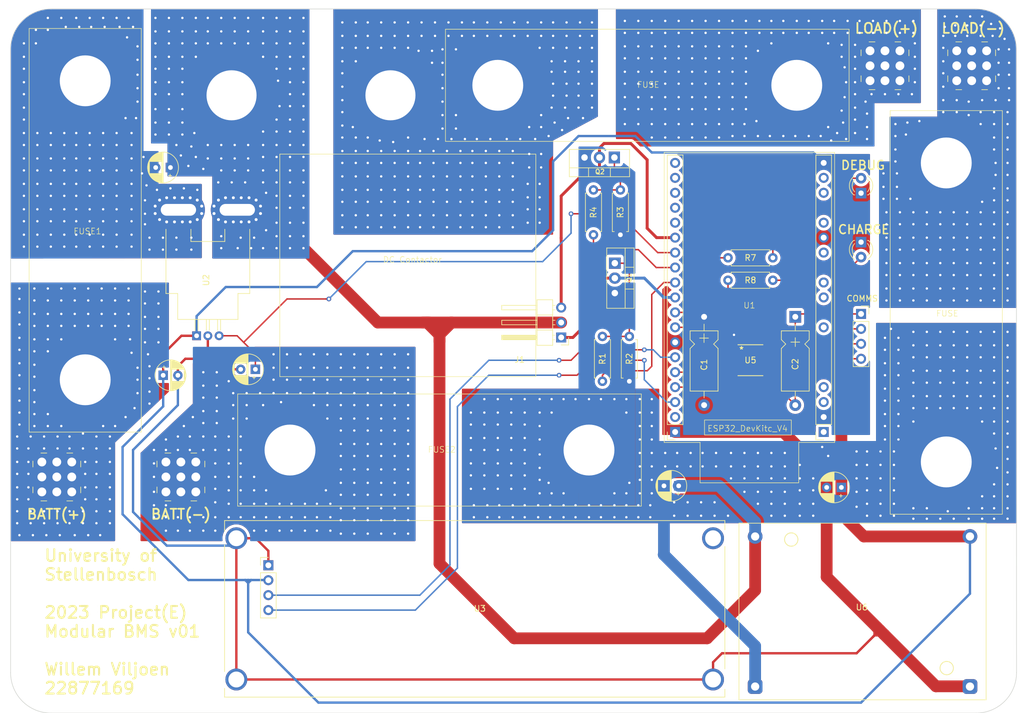
<source format=kicad_pcb>
(kicad_pcb (version 20221018) (generator pcbnew)
  (title_block (title "BMS Skripsie Master Controller Board") (rev "v01") (company "University of Stellenbosch ") (comment 2 "Supervisor: JM Strauss") (comment 3 "Student number: 22877169") (comment 4 "Author: Willem Viljoen"))
  (layers (0 "F.Cu" signal) (31 "B.Cu" signal) (34 "B.Paste" user) (35 "F.Paste" user) (36 "B.SilkS" user "B.Silkscreen") (37 "F.SilkS" user "F.Silkscreen") (38 "B.Mask" user) (39 "F.Mask" user) (44 "Edge.Cuts" user))
  (net 0 "")
  (net 1 "GND")
  (net 2 "/GND_OFF_Board  ")
  (net 3 "VCC")
  (net 4 "V_batt(+)")
  (net 5 "V_batt(+)_0")
  (net 6 "V_Charge{slash}Load(+)")
  (net 7 "/VCC_OFF_Board  ")
  (net 8 "/Comms_ISO_IN")
  (net 9 "/Comms_ISO_OUT")
  (net 10 "Net-(Q1-G)")
  (net 11 "Net-(D1-A)")
  (net 12 "Net-(D2-A)")
  (net 15 "/BATT(+)")
  (net 19 "/BATT(-)")
  (net 20 "/LOAD(+)")
  (net 21 "/LOAD(-)")
  (net 22 "WPU_2")
  (net 23 "WPU_1")
  (net 24 "Net-(Q2-G)")
  (net 28 "Net-(R7-Pad2)")
  (net 34 "Net-(R8-Pad2)")
  (net 35 "RX0")
  (net 36 "TX0")
  (net 39 "V_batt(-)")
  (net 40 "I_Sense")
  (net 41 "SSS_Set")
  (net 42 "SSS_Reset")
  (net 43 "SDA")
  (net 44 "SCL")
  (footprint "Resistor_THT:R_Axial_DIN0207_L6.3mm_D2.5mm_P7.62mm_Horizontal" (layer "F.Cu") (at 151.638 70.373 90)
    (fp_text reference "R4" hide)
    (fp_text value "499" hide)
  )
  (footprint "TerminalBlock_Wuerth:Wuerth_REDCUBE-THR_WP-THRBU_74650194_THR" (layer "F.Cu") (at 60.452 111.521 90)
    (fp_text reference "J3" hide)
    (fp_text value "BATT(+)")
  )
  (footprint "Connector_PinHeader_2.54mm:PinHeader_1x03_P2.54mm_Horizontal" (layer "F.Cu") (at 120.101 74.691 180)
    (fp_text reference "J1")
    (fp_text value "G9TB-U1ATH-E DC12" hide)
  )
  (footprint "TerminalBlock_Wuerth:Wuerth_REDCUBE-THR_WP-THRBU_74650194_THR" (layer "F.Cu") (at 215.9 41.656 90)
    (fp_text reference "J6" hide)
    (fp_text value "LOAD(-)")
  )
  (footprint "Battery:BIG_fuse" (layer "F.Cu") (at 160.782 44.973)
    (fp_text reference "F3" hide)
    (fp_text value "Fuse")
  )
  (footprint "TerminalBlock_Wuerth:Wuerth_REDCUBE-THR_WP-THRBU_74650194_THR" (layer "F.Cu") (at 81.534 111.521 90)
    (fp_text reference "J4" hide)
    (fp_text value "BATT(-)")
  )
  (footprint "D8-M:D8-M" (layer "F.Cu") (at 178.308 91.686)
    (fp_text reference "U5")
    (fp_text value "ISO7421D" hide)
  )
  (footprint "Resistor_THT:R_Axial_DIN0207_L6.3mm_D2.5mm_P7.62mm_Horizontal" (layer "F.Cu") (at 182.118 78.097 180)
    (fp_text reference "R8" hide)
    (fp_text value "R" hide)
  )
  (footprint "Connector_PinSocket_2.54mm:PinSocket_1x04_P2.54mm_Vertical" (layer "F.Cu") (at 197.104 83.82)
    (fp_text reference "J2" hide)
    (fp_text value "Comms_ISO_connection" hide)
  )
  (footprint "Capacitor_THT:CP_Radial_D5.0mm_P2.50mm" (layer "F.Cu") (at 78.526 94.249)
    (fp_text reference "C7" hide)
    (fp_text value "0.1u" hide)
  )
  (footprint "Package_TO_SOT_THT:TO-220-3_Vertical" (layer "F.Cu") (at 155.265 75.199 -90)
    (fp_text reference "Q1")
    (fp_text value "IRF540N" hide)
  )
  (footprint "LED_THT:LED_D3.0mm" (layer "F.Cu") (at 197.104 71.623 -90)
    (fp_text reference "D2" hide)
    (fp_text value "Charge ON" hide)
  )
  (footprint "Resistor_THT:R_Axial_DIN0207_L6.3mm_D2.5mm_P7.62mm_Horizontal" (layer "F.Cu") (at 157.734 87.645 -90)
    (fp_text reference "R2" hide)
    (fp_text value "10k" hide)
  )
  (footprint "TerminalBlock_Wuerth:Wuerth_REDCUBE-THR_WP-THRBU_74650194_THR" (layer "F.Cu") (at 201.168 41.656 90)
    (fp_text reference "J5" hide)
    (fp_text value "LOAD(+)")
  )
  (footprint "Resistor_THT:R_Axial_DIN0207_L6.3mm_D2.5mm_P7.62mm_Horizontal" (layer "F.Cu") (at 153.162 95.265 90)
    (fp_text reference "R1" hide)
    (fp_text value "499" hide)
  )
  (footprint "Capacitor_THT:CP_Radial_D5.0mm_P2.50mm" (layer "F.Cu") (at 79.756 58.943 180)
    (fp_text reference "C6" hide)
    (fp_text value "10n" hide)
  )
  (footprint "Capacitor_THT:CP_Radial_D5.0mm_P2.50mm" (layer "F.Cu") (at 166.116 113.03 180)
    (fp_text reference "C4" hide)
    (fp_text value "0.1u" hide)
  )
  (footprint "Resistor_THT:R_Axial_DIN0207_L6.3mm_D2.5mm_P7.62mm_Horizontal" (layer "F.Cu") (at 182.118 74.287 180)
    (fp_text reference "R7" hide)
    (fp_text value "R" hide)
  )
  (footprint "Capacitor_THT:CP_Axial_L10.0mm_D4.5mm_P15.00mm_Horizontal" (layer "F.Cu") (at 185.928 84.313 -90)
    (fp_text reference "C2")
    (fp_text value "0.1u" hide)
  )
  (footprint "Capacitor_THT:CP_Radial_D5.0mm_P2.50mm" (layer "F.Cu") (at 193.762 113.299 180)
    (fp_text reference "C3" hide)
    (fp_text value "0.1u" hide)
  )
  (footprint "LCD_LCM-S01602DSF_C-Y:LCD_LCM-S01602DSF_C-Y" (layer "F.Cu") (at 132.208 133.935)
    (fp_text reference "U3")
    (fp_text value "LCD_LCM-S01602DSF/C-Y" hide)
  )
  (footprint "Resistor_THT:R_Axial_DIN0207_L6.3mm_D2.5mm_P7.62mm_Horizontal" (layer "F.Cu") (at 156.21 62.753 -90)
    (fp_text reference "R3" hide)
    (fp_text value "10k" hide)
  )
  (footprint "LED_THT:LED_D3.0mm" (layer "F.Cu") (at 197.104 63.298 90)
    (fp_text reference "D1" hide)
    (fp_text value "Debug LED" hide)
  )
  (footprint "Battery:BIG_fuse" (layer "F.Cu") (at 125.476 106.949 180)
    (fp_text reference "F2" hide)
    (fp_text value "Fuse" hide)
  )
  (footprint "Battery:BIG_fuse" (layer "F.Cu") (at 65.278 69.611 -90)
    (fp_text reference "F1" hide)
    (fp_text value "Fuse" hide)
  )
  (footprint "Sensor_Current:Allegro_CB_PFF" (layer "F.Cu") (at 84.206 87.532)
    (fp_text reference "U2")
    (fp_text value "ACS770xCB-100B-PFF" hide)
  )
  (footprint "Capacitor_THT:CP_Radial_D5.0mm_P2.50mm" (layer "F.Cu") (at 94.194 93.233 180)
    (fp_text reference "C5" hide)
    (fp_text value "10n" hide)
  )
  (footprint "Battery:BIG_fuse" (layer "F.Cu") (at 211.582 83.566 90)
    (fp_text reference "F4" hide)
    (fp_text value "Fuse")
  )
  (footprint "Module:Texas_EUW_R-PDSS-T7_THT" (layer "F.Cu") (at 197.358 134.381 180)
    (fp_text reference "U6")
    (fp_text value "Buck Voltage Regulator" hide)
  )
  (footprint "Capacitor_THT:CP_Axial_L10.0mm_D4.5mm_P15.00mm_Horizontal" (layer "F.Cu") (at 170.434 84.313 -90)
    (fp_text reference "C1")
    (fp_text value "0.1u" hide)
  )
  (footprint "Package_TO_SOT_THT:TO-220-3_Vertical" (layer "F.Cu") (at 155.194 57.236 180)
    (fp_text reference "Q2")
    (fp_text value "IRF540N" hide)
  )
  (footprint "Battery:MASTERcontroller" (layer "F.Cu") (at 178.134 82.288 180)
    (fp_text reference "U1")
    (fp_text value "ESP32-DevKitc-V4" hide)
  )
  (gr_circle (center 185.242 122.153) (end 184.226 121.645) (stroke (width 0.15)) (fill none) (layer "F.SilkS"))
  (gr_circle (center 211.658 143.997) (end 210.642 143.489) (stroke (width 0.15)) (fill none) (layer "F.SilkS"))
  (gr_arc (start 216.638662 32.004) (mid 221.488 34.012662) (end 223.496662 38.862) (stroke (width 0.1)) (layer "Edge.Cuts"))
  (gr_line (start 59.459338 32.004) (end 216.638662 32.004) (stroke (width 0.1)) (layer "Edge.Cuts"))
  (gr_line (start 223.496662 38.862) (end 223.52 144.78) (stroke (width 0.1)) (layer "Edge.Cuts"))
  (gr_line (start 216.662 151.638) (end 59.459338 151.638) (stroke (width 0.1)) (layer "Edge.Cuts"))
  (gr_line (start 52.601338 144.78) (end 52.601338 38.862) (stroke (width 0.1)) (layer "Edge.Cuts"))
  (gr_arc (start 223.52 144.78) (mid 221.511338 149.629338) (end 216.662 151.638) (stroke (width 0.1)) (layer "Edge.Cuts"))
  (gr_arc (start 52.601338 38.862) (mid 54.61 34.012662) (end 59.459338 32.004) (stroke (width 0.1)) (layer "Edge.Cuts"))
  (gr_arc (start 59.459338 151.638) (mid 54.61 149.629338) (end 52.601338 144.78) (stroke (width 0.1)) (layer "Edge.Cuts"))
  (gr_text "CHARGE" (at 193.04 70.358) (layer "F.SilkS") (effects (font (size 1.5 1.5) (thickness 0.25) bold) (justify left bottom)))
  (gr_text "DEBUG" (at 193.548 59.436) (layer "F.SilkS") (effects (font (size 1.5 1.5) (thickness 0.25) bold) (justify left bottom)))
  (gr_text "University of \nStellenbosch\n\n2023 Project(E)\nModular BMS v01\n\nWillem Viljoen\n22877169" (at 58.166 148.59) (layer "F.SilkS") (effects (font (size 2 2) (thickness 0.35) bold) (justify left bottom)))
  (segment (start 173.482 141.478) (end 196.342 141.478) (width 0.4) (layer "F.Cu") (net 1))
  (segment (start 199.39 137.414) (end 199.771 137.033) (width 0.4) (layer "F.Cu") (net 1))
  (segment (start 196.342 141.478) (end 199.136 138.684) (width 0.4) (layer "F.Cu") (net 1))
  (segment (start 81.026 92.71) (end 82.296 91.44) (width 0.4) (layer "F.Cu") (net 1))
  (segment (start 201.041 138.303) (end 200.279 137.541) (width 2) (layer "F.Cu") (net 1))
  (segment (start 183.888 103.878) (end 165.514 103.878) (width 2) (layer "F.Cu") (net 1))
  (segment (start 199.39 138.43) (end 199.136 138.684) (width 0.4) (layer "F.Cu") (net 1))
  (segment (start 94.249 121.935) (end 90.958 121.935) (width 0.4) (layer "F.Cu") (net 1))
  (segment (start 171.958 143.002) (end 173.482 141.478) (width 0.4) (layer "F.Cu") (net 1))
  (segment (start 86.36 91.42) (end 86.36 91.44) (width 0.25) (layer "F.Cu") (net 1))
  (segment (start 215.608 147.131) (end 215.646 147.093) (width 0.25) (layer "F.Cu") (net 1))
  (segment (start 96.398 124.084) (end 94.249 121.935) (width 0.4) (layer "F.Cu") (net 1))
  (segment (start 191.262 128.524) (end 191.262 113.299) (width 2) (layer "F.Cu") (net 1))
  (segment (start 86.36 91.44) (end 88.138 91.44) (width 0.4) (layer "F.Cu") (net 1))
  (segment (start 82.296 91.44) (end 85.852 91.44) (width 0.4) (layer "F.Cu") (net 1))
  (segment (start 199.136 138.684) (end 200.279 137.541) (width 0.4) (layer "F.Cu") (net 1))
  (segment (start 171.958 145.935) (end 171.958 143.002) (width 0.4) (layer "F.Cu") (net 1))
  (segment (start 199.771 137.033) (end 191.262 128.524) (width 2) (layer "F.Cu") (net 1))
  (segment (start 200.914 138.43) (end 199.39 138.43) (width 0.4) (layer "F.Cu") (net 1))
  (segment (start 201.041 138.303) (end 209.831 147.093) (width 2) (layer "F.Cu") (net 1))
  (segment (start 85.852 91.44) (end 86.36 91.44) (width 0.4) (layer "F.Cu") (net 1))
  (segment (start 201.041 138.303) (end 200.914 138.43) (width 0.4) (layer "F.Cu") (net 1))
  (segment (start 191.262 111.252) (end 183.888 103.878) (width 2) (layer "F.Cu") (net 1))
  (segment (start 96.398 126.525) (end 96.398 124.084) (width 0.4) (layer "F.Cu") (net 1))
  (segment (start 199.39 138.43) (end 199.39 137.414) (width 0.4) (layer "F.Cu") (net 1))
  (segment (start 86.116 91.176) (end 86.36 91.42) (width 0.4) (layer "F.Cu") (net 1))
  (segment (start 191.262 113.299) (end 191.262 111.252) (width 2) (layer "F.Cu") (net 1))
  (segment (start 81.026 94.249) (end 81.026 92.71) (width 0.4) (layer "F.Cu") (net 1))
  (segment (start 209.831 147.093) (end 215.646 147.093) (width 2) (layer "F.Cu") (net 1))
  (segment (start 86.116 87.532) (end 86.116 91.176) (width 0.4) (layer "F.Cu") (net 1))
  (segment (start 89.931 93.233) (end 91.694 93.233) (width 0.4) (layer "F.Cu") (net 1))
  (segment (start 90.958 145.935) (end 171.958 145.935) (width 0.4) (layer "F.Cu") (net 1))
  (segment (start 90.958 121.935) (end 90.958 145.935) (width 0.4) (layer "F.Cu") (net 1))
  (segment (start 88.138 91.44) (end 89.931 93.233) (width 0.4) (layer "F.Cu") (net 1))
  (segment (start 86.116 91.176) (end 85.852 91.44) (width 0.4) (layer "F.Cu") (net 1))
  (segment (start 200.279 137.541) (end 199.771 137.033) (width 2) (layer "F.Cu") (net 1))
  (segment (start 79.132629 123.19) (end 89.703 123.19) (width 0.4) (layer "B.Cu") (net 1))
  (segment (start 81.026 94.249) (end 81.026 99.314) (width 0.4) (layer "B.Cu") (net 1))
  (segment (start 89.703 123.19) (end 90.958 121.935) (width 0.4) (layer "B.Cu") (net 1))
  (segment (start 73.406 117.463371) (end 79.132629 123.19) (width 0.4) (layer "B.Cu") (net 1))
  (segment (start 73.406 106.934) (end 73.406 117.463371) (width 0.4) (layer "B.Cu") (net 1))
  (segment (start 81.026 99.314) (end 73.406 106.934) (width 0.4) (layer "B.Cu") (net 1))
  (segment (start 181.13375 93.591) (end 182.331 93.591) (width 0.25) (layer "F.Cu") (net 2))
  (segment (start 183.32 94.58) (end 183.32 96.705) (width 0.25) (layer "F.Cu") (net 2))
  (segment (start 185.928 97.312) (end 185.928 99.313) (width 0.25) (layer "F.Cu") (net 2))
  (segment (start 182.331 93.591) (end 183.32 94.58) (width 0.25) (layer "F.Cu") (net 2))
  (segment (start 197.104 91.44) (end 191.8 91.44) (width 0.25) (layer "F.Cu") (net 2))
  (segment (start 191.8 91.44) (end 185.928 97.312) (width 0.25) (layer "F.Cu") (net 2))
  (segment (start 183.32 96.705) (end 185.928 99.313) (width 0.25) (layer "F.Cu") (net 2))
  (segment (start 84.206 87.532) (end 81.632 87.532) (width 0.4) (layer "F.Cu") (net 3))
  (segment (start 175.48225 87.40775) (end 175.514 87.376) (width 0.25) (layer "F.Cu") (net 3))
  (segment (start 81.632 87.532) (end 78.7 90.464) (width 0.4) (layer "F.Cu") (net 3))
  (segment (start 197.577 121.631) (end 193.762 117.816) (width 2) (layer "F.Cu") (net 3))
  (segment (start 193.762 117.816) (end 193.762 113.299) (width 2) (layer "F.Cu") (net 3))
  (segment (start 215.608 121.631) (end 197.577 121.631) (width 2) (layer "F.Cu") (net 3))
  (segment (start 78.7 90.464) (end 78.526 90.638) (width 0.25) (layer "F.Cu") (net 3))
  (segment (start 193.762 113.299) (end 193.762 102.786) (width 2) (layer "F.Cu") (net 3))
  (segment (start 175.48225 89.781) (end 175.48225 87.40775) (width 0.4) (layer "F.Cu") (net 3))
  (segment (start 78.526 90.638) (end 78.526 94.249) (width 0.4) (layer "F.Cu") (net 3))
  (segment (start 192.314 101.338) (end 190.754 101.338) (width 2) (layer "F.Cu") (net 3))
  (segment (start 193.762 102.786) (end 192.314 101.338) (width 2) (layer "F.Cu") (net 3))
  (via blind (at 175.514 87.376) (size 0.8) (drill 0.4) (layers "F.Cu" "B.Cu") (net 3))
  (segment (start 92.456 129.032) (end 92.964 129.032) (width 0.4) (layer "B.Cu") (net 3))
  (segment (start 215.608 131.356) (end 215.608 121.631) (width 0.4) (layer "B.Cu") (net 3))
  (segment (start 104.648 79.248) (end 89.154 79.248) (width 0.4) (layer "B.Cu") (net 3))
  (segment (start 172.451 84.313) (end 170.434 84.313) (width 0.4) (layer "B.Cu") (net 3))
  (segment (start 78.526 99.528) (end 71.628 106.426) (width 0.4) (layer "B.Cu") (net 3))
  (segment (start 188.984 56.388) (end 161.544 56.388) (width 0.4) (layer "B.Cu") (net 3))
  (segment (start 84.206 84.196) (end 84.206 87.532) (width 0.4) (layer "B.Cu") (net 3))
  (segment (start 161.544 56.388) (end 158.75 53.594) (width 0.4) (layer "B.Cu") (net 3))
  (segment (start 92.964 129.54) (end 93.472 129.032) (width 0.4) (layer "B.Cu") (net 3))
  (segment (start 197.104 149.86) (end 215.608 131.356) (width 0.4) (layer "B.Cu") (net 3))
  (segment (start 82.804 129.032) (end 92.456 129.032) (width 0.4) (layer "B.Cu") (net 3))
  (segment (start 149.098 53.594) (end 144.78 57.912) (width 0.4) (layer "B.Cu") (net 3))
  (segment (start 92.964 129.54) (end 92.964 137.922) (width 0.4) (layer "B.Cu") (net 3))
  (segment (start 71.628 117.856) (end 82.804 129.032) (width 0.4) (layer "B.Cu") (net 3))
  (segment (start 190.754 58.158) (end 188.984 56.388) (width 0.4) (layer "B.Cu") (net 3))
  (segment (start 144.78 69.596) (end 141.224 73.152) (width 0.4) (layer "B.Cu") (net 3))
  (segment (start 92.964 129.032) (end 93.472 129.032) (width 0.4) (layer "B.Cu") (net 3))
  (segment (start 144.78 57.912) (end 144.78 69.596) (width 0.4) (layer "B.Cu") (net 3))
  (segment (start 175.514 87.376) (end 172.451 84.313) (width 0.4) (layer "B.Cu") (net 3))
  (segment (start 104.902 149.86) (end 197.104 149.86) (width 0.4) (layer "B.Cu") (net 3))
  (segment (start 89.154 79.248) (end 84.206 84.196) (width 0.4) (layer "B.Cu") (net 3))
  (segment (start 92.964 129.032) (end 92.964 129.54) (width 0.4) (layer "B.Cu") (net 3))
  (segment (start 92.964 137.922) (end 104.902 149.86) (width 0.4) (layer "B.Cu") (net 3))
  (segment (start 78.526 94.249) (end 78.526 99.528) (width 0.4) (layer "B.Cu") (net 3))
  (segment (start 71.628 106.426) (end 71.628 117.856) (width 0.4) (layer "B.Cu") (net 3))
  (segment (start 110.744 73.152) (end 104.648 79.248) (width 0.4) (layer "B.Cu") (net 3))
  (segment (start 96.365 129.032) (end 96.398 129.065) (width 0.25) (layer "B.Cu") (net 3))
  (segment (start 141.224 73.152) (end 110.744 73.152) (width 0.4) (layer "B.Cu") (net 3))
  (segment (start 158.75 53.594) (end 149.098 53.594) (width 0.4) (layer "B.Cu") (net 3))
  (segment (start 93.472 129.032) (end 96.365 129.032) (width 0.4) (layer "B.Cu") (net 3))
  (segment (start 92.964 129.54) (end 92.456 129.032) (width 0.4) (layer "B.Cu") (net 3))
  (segment (start 123.698 85.281) (end 114.999 85.281) (width 2) (layer "F.Cu") (net 4))
  (segment (start 127.508 85.281) (end 123.698 85.281) (width 2) (layer "F.Cu") (net 4))
  (segment (start 114.999 85.281) (end 102.362 72.644) (width 2) (layer "F.Cu") (net 4))
  (segment (start 170.942 138.938) (end 138.176 138.938) (width 2) (layer "F.Cu") (net 4))
  (segment (start 102.362 72.644) (end 100.076 72.644) (width 2) (layer "F.Cu") (net 4))
  (segment (start 138.176 138.938) (end 125.476 126.238) (width 2) (layer "F.Cu") (net 4))
  (segment (start 100.076 70.612) (end 102.362 70.612) (width 2) (layer "F.Cu") (net 4))
  (segment (start 102.362 72.644) (end 102.362 70.612) (width 2) (layer "F.Cu") (net 4))
  (segment (start 123.381 85.281) (end 122.682 85.281) (width 2) (layer "F.Cu") (net 4))
  (segment (start 125.476 126.238) (end 125.476 88.392) (width 2) (layer "F.Cu") (net 4))
  (segment (start 146.151 85.281) (end 127.508 85.281) (width 2) (layer "F.Cu") (net 4))
  (segment (start 179.108 130.772) (end 170.942 138.938) (width 2) (layer "F.Cu") (net 4))
  (segment (start 125.476 87.313) (end 127.508 85.281) (width 2) (layer "F.Cu") (net 4))
  (segment (start 125.476 88.392) (end 125.476 87.313) (width 2) (layer "F.Cu") (net 4))
  (segment (start 125.476 88.392) (end 125.476 87.376) (width 2) (layer "F.Cu") (net 4))
  (segment (start 100.076 72.644) (end 100.076 70.612) (width 2) (layer "F.Cu") (net 4))
  (segment (start 179.108 121.631) (end 179.108 130.772) (width 2) (layer "F.Cu") (net 4))
  (segment (start 125.476 87.376) (end 123.381 85.281) (width 2) (layer "F.Cu") (net 4))
  (via blind (at 81.788 42.164) (size 0.8) (drill 0.4) (layers "F.Cu" "B.Cu") (net 4))
  (via blind (at 102.362 50.8) (size 0.8) (drill 0.4) (layers "F.Cu" "B.Cu") (net 4))
  (via blind (at 100.076 44.45) (size 0.8) (drill 0.4) (layers "F.Cu" "B.Cu") (net 4))
  (via blind (at 102.362 55.118) (size 0.8) (drill 0.4) (layers "F.Cu" "B.Cu") (net 4))
  (via blind (at 90.678 57.404) (size 0.8) (drill 0.4) (layers "F.Cu" "B.Cu") (net 4))
  (via blind (at 100.076 35.814) (size 0.8) (drill 0.4) (layers "F.Cu" "B.Cu") (net 4))
  (via blind (at 100.076 48.514) (size 0.8) (drill 0.4) (layers "F.Cu" "B.Cu") (net 4))
  (via blind (at 90.678 33.528) (size 0.8) (drill 0.4) (layers "F.Cu" "B.Cu") (net 4))
  (via blind (at 95.504 72.644) (size 0.8) (drill 0.4) (layers "F.Cu" "B.Cu") (net 4))
  (via blind (at 100.076 37.846) (size 0.8) (drill 0.4) (layers "F.Cu" "B.Cu") (net 4))
  (via blind (at 100.076 57.15) (size 0.8) (drill 0.4) (layers "F.Cu" "B.Cu") (net 4))
  (via blind (at 90.678 37.846) (size 0.8) (drill 0.4) (layers "F.Cu" "B.Cu") (net 4))
  (via blind (at 102.362 57.15) (size 0.8) (drill 0.4) (layers "F.Cu" "B.Cu") (net 4))
  (via blind (at 97.79 57.15) (size 0.8) (drill 0.4) (layers "F.Cu" "B.Cu") (net 4))
  (via blind (at 95.504 61.468) (size 0.8) (drill 0.4) (layers "F.Cu" "B.Cu") (net 4))
  (via blind (at 88.392 35.814) (size 0.8) (drill 0.4) (layers "F.Cu" "B.Cu") (net 4))
  (via blind (at 92.964 55.118) (size 0.8) (drill 0.4) (layers "F.Cu" "B.Cu") (net 4))
  (via blind (at 84.074 57.15) (size 0.8) (drill 0.4) (layers "F.Cu" "B.Cu") (net 4))
  (via blind (at 102.362 61.468) (size 0.8) (drill 0.4) (layers "F.Cu" "B.Cu") (net 4))
  (via blind (at 100.076 72.644) (size 0.8) (drill 0.4) (layers "F.Cu" "B.Cu") (net 4))
  (via blind (at 83.312 55.372) (size 0.8) (drill 0.4) (layers "F.Cu" "B.Cu") (net 4))
  (via blind (at 81.788 49.022) (size 0.8) (drill 0.4) (layers "F.Cu" "B.Cu") (net 4))
  (via blind (at 77.216 37.846) (size 0.8) (drill 0.4) (layers "F.Cu" "B.Cu") (net 4))
  (via blind (at 88.392 70.612) (size 0.8) (drill 0.4) (layers "F.Cu" "B.Cu") (net 4))
  (via blind (at 84.074 35.814) (size 0.8) (drill 0.4) (layers "F.Cu" "B.Cu") (net 4))
  (via blind (at 79.502 51.308) (size 0.8) (drill 0.4) (layers "F.Cu" "B.Cu") (net 4))
  (via blind (at 90.678 55.118) (size 0.8) (drill 0.4) (layers "F.Cu" "B.Cu") (net 4))
  (via blind (at 84.074 40.132) (size 0.8) (drill 0.4) (layers "F.Cu" "B.Cu") (net 4))
  (via blind (at 81.788 40.132) (size 0.8) (drill 0.4) (layers "F.Cu" "B.Cu") (net 4))
  (via blind (at 91.186 72.644) (size 0.8) (drill 0.4) (layers "F.Cu" "B.Cu") (net 4))
  (via blind (at 79.502 35.814) (size 0.8) (drill 0.4) (layers "F.Cu" "B.Cu") (net 4))
  (via blind (at 95.504 59.436) (size 0.8) (drill 0.4) (layers "F.Cu" "B.Cu") (net 4))
  (via blind (at 102.362 46.482) (size 0.8) (drill 0.4) (layers "F.Cu" "B.Cu") (net 4))
  (via blind (at 77.216 35.814) (size 0.8) (drill 0.4) (layers "F.Cu" "B.Cu") (net 4))
  (via blind (at 77.216 42.164) (size 0.8) (drill 0.4) (layers "F.Cu" "B.Cu") (net 4))
  (via blind (at 97.79 70.612) (size 0.8) (drill 0.4) (layers "F.Cu" "B.Cu") (net 4))
  (via blind (at 90.678 35.814) (size 0.8) (drill 0.4) (layers "F.Cu" "B.Cu") (net 4))
  (via blind (at 87.884 61.468) (size 0.8) (drill 0.4) (layers "F.Cu" "B.Cu") (net 4))
  (via blind (at 100.076 68.326) (size 0.8) (drill 0.4) (layers "F.Cu" "B.Cu") (net 4))
  (via blind (at 95.504 40.132) (size 0.8) (drill 0.4) (layers "F.Cu" "B.Cu") (net 4))
  (via blind (at 86.106 55.118) (size 0.8) (drill 0.4) (layers "F.Cu" "B.Cu") (net 4))
  (via blind (at 85.344 59.182) (size 0.8) (drill 0.4) (layers "F.Cu" "B.Cu") (net 4))
  (via blind (at 96.012 63.246) (size 0.8) (drill 0.4) (layers "F.Cu" "B.Cu") (net 4))
  (via blind (at 81.788 53.34) (size 0.8) (drill 0.4) (layers "F.Cu" "B.Cu") (net 4))
  (via blind (at 95.504 35.814) (size 0.8) (drill 0.4) (layers "F.Cu" "B.Cu") (net 4))
  (via blind (at 100.076 61.468) (size 0.8) (drill 0.4) (layers "F.Cu" "B.Cu") (net 4))
  (via blind (at 97.79 61.468) (size 0.8) (drill 0.4) (layers "F.Cu" "B.Cu") (net 4))
  (via blind (at 100.076 55.118) (size 0.8) (drill 0.4) (layers "F.Cu" "B.Cu") (net 4))
  (via blind (at 80.772 55.118) (size 0.8) (drill 0.4) (layers "F.Cu" "B.Cu") (net 4))
  (via blind (at 81.788 35.814) (size 0.8) (drill 0.4) (layers "F.Cu" "B.Cu") (net 4))
  (via blind (at 77.216 40.132) (size 0.8) (drill 0.4) (layers "F.Cu" "B.Cu") (net 4))
  (via blind (at 88.392 59.436) (size 0.8) (drill 0.4) (layers "F.Cu" "B.Cu") (net 4))
  (via blind (at 86.106 37.846) (size 0.8) (drill 0.4) (layers "F.Cu" "B.Cu") (net 4))
  (via blind (at 84.074 37.846) (size 0.8) (drill 0.4) (layers "F.Cu" "B.Cu") (net 4))
  (via blind (at 83.82 53.086) (size 0.8) (drill 0.4) (layers "F.Cu" "B.Cu") (net 4))
  (via blind (at 100.076 59.436) (size 0.8) (drill 0.4) (layers "F.Cu" "B.Cu") (net 4))
  (via blind (at 81.788 37.846) (size 0.8) (drill 0.4) (layers "F.Cu" "B.Cu") (net 4))
  (via blind (at 79.502 42.164) (size 0.8) (drill 0.4) (layers "F.Cu" "B.Cu") (net 4))
  (via blind (at 100.076 46.482) (size 0.8) (drill 0.4) (layers "F.Cu" "B.Cu") (net 4))
  (via blind (at 98.298 48.514) (size 0.8) (drill 0.4) (layers "F.Cu" "B.Cu") (net 4))
  (via blind (at 77.216 33.528) (size 0.8) (drill 0.4) (layers "F.Cu" "B.Cu") (net 4))
  (via blind (at 90.17 61.468) (size 0.8) (drill 0.4) (layers "F.Cu" "B.Cu") (net 4))
  (via blind (at 92.964 57.404) (size 0.8) (drill 0.4) (layers "F.Cu" "B.Cu") (net 4))
  (via blind (at 97.79 33.528) (size 0.8) (drill 0.4) (layers "F.Cu" "B.Cu") (net 4))
  (via blind (at 102.362 59.436) (size 0.8) (drill 0.4) (layers "F.Cu" "B.Cu") (net 4))
  (via blind (at 100.076 70.612) (size 0.8) (drill 0.4) (layers "F.Cu" "B.Cu") (net 4))
  (via blind (at 77.216 46.482) (size 0.8) (drill 0.4) (layers "F.Cu" "B.Cu") (net 4))
  (via blind (at 97.79 68.326) (size 0.8) (drill 0.4) (layers "F.Cu" "B.Cu") (net 4))
  (via blind (at 102.362 33.528) (size 0.8) (drill 0.4) (layers "F.Cu" "B.Cu") (net 4))
  (via blind (at 102.362 70.612) (size 0.8) (drill 0.4) (layers "F.Cu" "B.Cu") (net 4))
  (via blind (at 97.79 55.118) (size 0.8) (drill 0.4) (layers "F.Cu" "B.Cu") (net 4))
  (via blind (at 77.216 53.34) (size 0.8) (drill 0.4) (layers "F.Cu" "B.Cu") (net 4))
  (via blind (at 102.362 68.326) (size 0.8) (drill 0.4) (layers "F.Cu" "B.Cu") (net 4))
  (via blind (at 97.79 35.814) (size 0.8) (drill 0.4) (layers "F.Cu" "B.Cu") (net 4))
  (via blind (at 88.392 55.118) (size 0.8) (drill 0.4) (layers "F.Cu" "B.Cu") (net 4))
  (via blind (at 100.076 42.164) (size 0.8) (drill 0.4) (layers "F.Cu" "B.Cu") (net 4))
  (via blind (at 92.964 59.436) (size 0.8) (drill 0.4) (layers "F.Cu" "B.Cu") (net 4))
  (via blind (at 79.502 44.45) (size 0.8) (drill 0.4) (layers "F.Cu" "B.Cu") (net 4))
  (via blind (at 86.106 35.814) (size 0.8) (drill 0.4) (layers "F.Cu" "B.Cu") (net 4))
  (via blind (at 77.216 51.308) (size 0.8) (drill 0.4) (layers "F.Cu" "B.Cu") (net 4))
  (via blind (at 95.504 57.15) (size 0.8) (drill 0.4) (layers "F.Cu" "B.Cu") (net 4))
  (via blind (at 82.804 58.674) (size 0.8) (drill 0.4) (layers "F.Cu" "B.Cu") (net 4))
  (via blind (at 86.106 33.528) (size 0.8) (drill 0.4) (layers "F.Cu" "B.Cu") (net 4))
  (via blind (at 79.502 46.482) (size 0.8) (drill 0.4) (layers "F.Cu" "B.Cu") (net 4))
  (via blind (at 92.964 33.528) (size 0.8) (drill 0.4) (layers "F.Cu" "B.Cu") (net 4))
  (via blind (at 98.044 44.196) (size 0.8) (drill 0.4) (layers "F.Cu" "B.Cu") (net 4))
  (via blind (at 100.076 40.132) (size 0.8) (drill 0.4) (layers "F.Cu" "B.Cu") (net 4))
  (via blind (at 96.012 69.596) (size 0.8) (drill 0.4) (layers "F.Cu" "B.Cu") (net 4))
  (via blind (at 102.362 65.786) (size 0.8) (drill 0.4) (layers "F.Cu" "B.Cu") (net 4))
  (via blind (at 88.392 33.528) (size 0.8) (drill 0.4) (layers "F.Cu" "B.Cu") (net 4))
  (via blind (at 102.362 35.814) (size 0.8) (drill 0.4) (layers "F.Cu" "B.Cu") (net 4))
  (via blind (at 93.472 72.644) (size 0.8) (drill 0.4) (layers "F.Cu" "B.Cu") (net 4))
  (via blind (at 95.504 33.528) (size 0.8) (drill 0.4) (layers "F.Cu" "B.Cu") (net 4))
  (via blind (at 102.362 42.164) (size 0.8) (drill 0.4) (layers "F.Cu" "B.Cu") (net 4))
  (via blind (at 81.788 46.482) (size 0.8) (drill 0.4) (layers "F.Cu" "B.Cu") (net 4))
  (via blind (at 81.788 33.528) (size 0.8) (drill 0.4) (layers "F.Cu" "B.Cu") (net 4))
  (via blind (at 95.504 37.846) (size 0.8) (drill 0.4) (layers "F.Cu" "B.Cu") (net 4))
  (via blind (at 102.362 37.846) (size 0.8) (drill 0.4) (layers "F.Cu" "B.Cu") (net 4))
  (via blind (at 100.076 50.8) (size 0.8) (drill 0.4) (layers "F.Cu" "B.Cu") (net 4))
  (via blind (at 92.964 37.846) (size 0.8) (drill 0.4) (layers "F.Cu" "B.Cu") (net 4))
  (via blind (at 97.79 65.786) (size 0.8) (drill 0.4) (layers "F.Cu" "B.Cu") (net 4))
  (via blind (at 90.678 59.436) (size 0.8) (drill 0.4) (layers "F.Cu" "B.Cu") (net 4))
  (via blind (at 86.106 57.404) (size 0.8) (drill 0.4) (layers "F.Cu" "B.Cu") (net 4))
  (via blind (at 102.362 48.514) (size 0.8) (drill 0.4) (layers "F.Cu" "B.Cu") (net 4))
  (via blind (at 79.502 53.34) (size 0.8) (drill 0.4) (layers "F.Cu" "B.Cu") (net 4))
  (via blind (at 81.788 51.308) (size 0.8) (drill 0.4) (layers "F.Cu" "B.Cu") (net 4))
  (via blind (at 102.362 52.832) (size 0.8) (drill 0.4) (layers "F.Cu" "B.Cu") (net 4))
  (via blind (at 100.076 65.786) (size 0.8) (drill 0.4) (layers "F.Cu" "B.Cu") (net 4))
  (via blind (at 100.076 52.832) (size 0.8) (drill 0.4) (layers "F.Cu" "B.Cu") (net 4))
  (via blind (at 79.502 40.132) (size 0.8) (drill 0.4) (layers "F.Cu" "B.Cu") (net 4))
  (via blind (at 91.694 70.866) (size 0.8) (drill 0.4) (layers "F.Cu" "B.Cu") (net 4))
  (via blind (at 97.79 40.132) (size 0.8) (drill 0.4) (layers "F.Cu" "B.Cu") (net 4))
  (via blind (at 93.98 70.866) (size 0.8) (drill 0.4) (layers "F.Cu" "B.Cu") (net 4))
  (via blind (at 100.076 33.528) (size 0.8) (drill 0.4) (layers "F.Cu" "B.Cu") (net 4))
  (via blind (at 77.216 44.45) (size 0.8) (drill 0.4) (layers "F.Cu" "B.Cu") (net 4))
  (via blind (at 102.362 44.45) (size 0.8) (drill 0.4) (layers "F.Cu" "B.Cu") (net 4))
  (via blind (at 95.504 55.118) (size 0.8) (drill 0.4) (layers "F.Cu" "B.Cu") (net 4))
  (via blind (at 102.362 63.754) (size 0.8) (drill 0.4) (layers "F.Cu" "B.Cu") (net 4))
  (via blind (at 97.79 37.846) (size 0.8) (drill 0.4) (layers "F.Cu" "B.Cu") (net 4))
  (via blind (at 97.79 59.436) (size 0.8) (drill 0.4) (layers "F.Cu" "B.Cu") (net 4))
  (via blind (at 97.79 42.164) (size 0.8) (drill 0.4) (layers "F.Cu" "B.Cu") (net 4))
  (via blind (at 97.79 52.832) (size 0.8) (drill 0.4) (layers "F.Cu" "B.Cu") (net 4))
  (via blind (at 102.362 72.644) (size 0.8) (drill 0.4) (layers "F.Cu" "B.Cu") (net 4))
  (via blind (at 88.392 57.404) (size 0.8) (drill 0.4) (layers "F.Cu" "B.Cu") (net 4))
  (via blind (at 95.504 52.832) (size 0.8) (drill 0.4) (layers "F.Cu" "B.Cu") (net 4))
  (via blind (at 97.79 63.754) (size 0.8) (drill 0.4) (layers "F.Cu" "B.Cu") (net 4))
  (via blind (at 92.964 35.814) (size 0.8) (drill 0.4) (layers "F.Cu" "B.Cu") (net 4))
  (via blind (at 81.788 44.45) (size 0.8) (drill 0.4) (layers "F.Cu" "B.Cu") (net 4))
  (via blind (at 79.502 33.528) (size 0.8) (drill 0.4) (layers "F.Cu" "B.Cu") (net 4))
  (via blind (at 97.79 72.644) (size 0.8) (drill 0.4) (layers "F.Cu" "B.Cu") (net 4))
  (via blind (at 88.392 72.644) (size 0.8) (drill 0.4) (layers "F.Cu" "B.Cu") (net 4))
  (via blind (at 92.456 61.468) (size 0.8) (drill 0.4) (layers "F.Cu" "B.Cu") (net 4))
  (via blind (at 79.502 49.022) (size 0.8) (drill 0.4) (layers "F.Cu" "B.Cu") (net 4))
  (via blind (at 84.074 33.528) (size 0.8) (drill 0.4) (layers "F.Cu" "B.Cu") (net 4))
  (via blind (at 77.216 49.022) (size 0.8) (drill 0.4) (layers "F.Cu" "B.Cu") (net 4))
  (via blind (at 88.392 37.846) (size 0.8) (drill 0.4) (layers "F.Cu" "B.Cu") (net 4))
  (via blind (at 102.362 40.132) (size 0.8) (drill 0.4) (layers "F.Cu" "B.Cu") (net 4))
  (via blind (at 100.076 63.754) (size 0.8) (drill 0.4) (layers "F.Cu" "B.Cu") (net 4))
  (via blind (at 97.79 50.8) (size 0.8) (drill 0.4) (layers "F.Cu" "B.Cu") (net 4))
  (via blind (at 79.502 37.846) (size 0.8) (drill 0.4) (layers "F.Cu" "B.Cu") (net 4))
  (via blind (at 81.534 56.896) (size 0.8) (drill 0.4) (layers "F.Cu" "B.Cu") (net 4))
  (segment (start 172.974 113.03) (end 166.116 113.03) (width 2) (layer "B.Cu") (net 4))
  (segment (start 179.108 121.631) (end 179.108 119.164) (width 2) (layer "B.Cu") (net 4))
  (segment (start 179.108 119.164) (end 172.974 113.03) (width 2) (layer "B.Cu") (net 4))
  (via blind (at 57.15 59.436) (size 0.8) (drill 0.4) (layers "F.Cu" "B.Cu") (net 5))
  (via blind (at 54.864 70.358) (size 0.8) (drill 0.4) (layers "F.Cu" "B.Cu") (net 5))
  (via blind (at 54.864 68.072) (size 0.8) (drill 0.4) (layers "F.Cu" "B.Cu") (net 5))
  (via blind (at 66.04 66.04) (size 0.8) (drill 0.4) (layers "F.Cu" "B.Cu") (net 5))
  (via blind (at 76.2 72.898) (size 0.8) (drill 0.4) (layers "F.Cu" "B.Cu") (net 5))
  (via blind (at 79.756 62.484) (size 0.8) (drill 0.4) (layers "F.Cu" "B.Cu") (net 5))
  (via blind (at 74.168 45.466) (size 0.8) (drill 0.4) (layers "F.Cu" "B.Cu") (net 5))
  (via blind (at 54.864 66.04) (size 0.8) (drill 0.4) (layers "F.Cu" "B.Cu") (net 5))
  (via blind (at 70.612 61.722) (size 0.8) (drill 0.4) (layers "F.Cu" "B.Cu") (net 5))
  (via blind (at 66.294 35.052) (size 0.8) (drill 0.4) (layers "F.Cu" "B.Cu") (net 5))
  (via blind (at 57.15 53.086) (size 0.8) (drill 0.4) (layers "F.Cu" "B.Cu") (net 5))
  (via blind (at 66.04 68.072) (size 0.8) (drill 0.4) (layers "F.Cu" "B.Cu") (net 5))
  (via blind (at 66.04 72.39) (size 0.8) (drill 0.4) (layers "F.Cu" "B.Cu") (net 5))
  (via blind (at 59.436 59.436) (size 0.8) (drill 0.4) (layers "F.Cu" "B.Cu") (net 5))
  (via blind (at 73.406 35.052) (size 0.8) (drill 0.4) (layers "F.Cu" "B.Cu") (net 5))
  (via blind (at 63.754 66.04) (size 0.8) (drill 0.4) (layers "F.Cu" "B.Cu") (net 5))
  (via blind (at 54.864 46.482) (size 0.8) (drill 0.4) (layers "F.Cu" "B.Cu") (net 5))
  (via blind (at 77.47 62.738) (size 0.8) (drill 0.4) (layers "F.Cu" "B.Cu") (net 5))
  (via blind (at 75.438 64.516) (size 0.8) (drill 0.4) (layers "F.Cu" "B.Cu") (net 5))
  (via blind (at 59.436 66.04) (size 0.8) (drill 0.4) (layers "F.Cu" "B.Cu") (net 5))
  (via blind (at 63.754 70.358) (size 0.8) (drill 0.4) (layers "F.Cu" "B.Cu") (net 5))
  (via blind (at 59.436 57.404) (size 0.8) (drill 0.4) (layers "F.Cu" "B.Cu") (net 5))
  (via blind (at 54.864 53.086) (size 0.8) (drill 0.4) (layers "F.Cu" "B.Cu") (net 5))
  (via blind (at 73.152 55.118) (size 0.8) (drill 0.4) (layers "F.Cu" "B.Cu") (net 5))
  (via blind (at 63.754 33.528) (size 0.8) (drill 0.4) (layers "F.Cu" "B.Cu") (net 5))
  (via blind (at 57.15 63.754) (size 0.8) (drill 0.4) (layers "F.Cu" "B.Cu") (net 5))
  (via blind (at 71.12 35.052) (size 0.8) (drill 0.4) (layers "F.Cu" "B.Cu") (net 5))
  (via blind (at 54.864 44.45) (size 0.8) (drill 0.4) (layers "F.Cu" "B.Cu") (net 5))
  (via blind (at 70.612 72.39) (size 0.8) (drill 0.4) (layers "F.Cu" "B.Cu") (net 5))
  (via blind (at 68.326 63.754) (size 0.8) (drill 0.4) (layers "F.Cu" "B.Cu") (net 5))
  (via blind (at 68.326 70.358) (size 0.8) (drill 0.4) (layers "F.Cu" "B.Cu") (net 5))
  (via blind (at 70.612 53.086) (size 0.8) (drill 0.4) (layers "F.Cu" "B.Cu") (net 5))
  (via blind (at 61.722 68.072) (size 0.8) (drill 0.4) (layers "F.Cu" "B.Cu") (net 5))
  (via blind (at 74.168 40.64) (size 0.8) (drill 0.4) (layers "F.Cu" "B.Cu") (net 5))
  (via blind (at 73.152 61.722) (size 0.8) (drill 0.4) (layers "F.Cu" "B.Cu") (net 5))
  (via blind (at 70.612 55.118) (size 0.8) (drill 0.4) (layers "F.Cu" "B.Cu") (net 5))
  (via blind (at 73.152 66.04) (size 0.8) (drill 0.4) (layers "F.Cu" "B.Cu") (net 5))
  (via blind (at 61.722 72.39) (size 0.8) (drill 0.4) (layers "F.Cu" "B.Cu") (net 5))
  (via blind (at 66.04 63.754) (size 0.8) (drill 0.4) (layers "F.Cu" "B.Cu") (net 5))
  (via blind (at 80.772 70.866) (size 0.8) (drill 0.4) (layers "F.Cu" "B.Cu") (net 5))
  (via blind (at 70.612 57.404) (size 0.8) (drill 0.4) (layers "F.Cu" "B.Cu") (net 5))
  (via blind (at 64.262 35.052) (size 0.8) (drill 0.4) (layers "F.Cu" "B.Cu") (net 5))
  (via blind (at 54.864 61.722) (size 0.8) (drill 0.4) (layers "F.Cu" "B.Cu") (net 5))
  (via blind (at 68.326 61.722) (size 0.8) (drill 0.4) (layers "F.Cu" "B.Cu") (net 5))
  (via blind (at 63.754 57.404) (size 0.8) (drill 0.4) (layers "F.Cu" "B.Cu") (net 5))
  (via blind (at 56.896 35.56) (size 0.8) (drill 0.4) (layers "F.Cu" "B.Cu") (net 5))
  (via blind (at 70.612 59.436) (size 0.8) (drill 0.4) (layers "F.Cu" "B.Cu") (net 5))
  (via blind (at 61.722 70.358) (size 0.8) (drill 0.4) (layers "F.Cu" "B.Cu") (net 5))
  (via blind (at 68.326 66.04) (size 0.8) (drill 0.4) (layers "F.Cu" "B.Cu") (net 5))
  (via blind (at 73.152 63.754) (size 0.8) (drill 0.4) (layers "F.Cu" "B.Cu") (net 5))
  (via blind (at 70.612 33.528) (size 0.8) (drill 0.4) (layers "F.Cu" "B.Cu") (net 5))
  (via blind (at 57.15 66.04) (size 0.8) (drill 0.4) (layers "F.Cu" "B.Cu") (net 5))
  (via blind (at 78.486 72.898) (size 0.8) (drill 0.4) (layers "F.Cu" "B.Cu") (net 5))
  (via blind (at 57.15 57.404) (size 0.8) (drill 0.4) (layers "F.Cu" "B.Cu") (net 5))
  (via blind (at 59.436 61.722) (size 0.8) (drill 0.4) (layers "F.Cu" "B.Cu") (net 5))
  (via blind (at 54.864 48.768) (size 0.8) (drill 0.4) (layers "F.Cu" "B.Cu") (net 5))
  (via blind (at 83.312 72.898) (size 0.8) (drill 0.4) (layers "F.Cu" "B.Cu") (net 5))
  (via blind (at 75.184 57.15) (size 0.8) (drill 0.4) (layers "F.Cu" "B.Cu") (net 5))
  (via blind (at 58.928 35.56) (size 0.8) (drill 0.4) (layers "F.Cu" "B.Cu") (net 5))
  (via blind (at 61.722 55.118) (size 0.8) (drill 0.4) (layers "F.Cu" "B.Cu") (net 5))
  (via blind (at 66.04 61.722) (size 0.8) (drill 0.4) (layers "F.Cu" "B.Cu") (net 5))
  (via blind (at 61.722 59.436) (size 0.8) (drill 0.4) (layers "F.Cu" "B.Cu") (net 5))
  (via blind (at 76.2 70.866) (size 0.8) (drill 0.4) (layers "F.Cu" "B.Cu") (net 5))
  (via blind (at 57.15 61.722) (size 0.8) (drill 0.4) (layers "F.Cu" "B.Cu") (net 5))
  (via blind (at 66.04 70.358) (size 0.8) (drill 0.4) (layers "F.Cu" "B.Cu") (net 5))
  (via blind (at 56.896 37.846) (size 0.8) (drill 0.4) (layers "F.Cu" "B.Cu") (net 5))
  (via blind (at 68.326 59.436) (size 0.8) (drill 0.4) (layers "F.Cu" "B.Cu") (net 5))
  (via blind (at 68.326 72.39) (size 0.8) (drill 0.4) (layers "F.Cu" "B.Cu") (net 5))
  (via blind (at 54.864 37.846) (size 0.8) (drill 0.4) (layers "F.Cu" "B.Cu") (net 5))
  (via blind (at 59.436 72.39) (size 0.8) (drill 0.4) (layers "F.Cu" "B.Cu") (net 5))
  (via blind (at 68.326 57.404) (size 0.8) (drill 0.4) (layers "F.Cu" "B.Cu") (net 5))
  (via blind (at 72.644 33.528) (size 0.8) (drill 0.4) (layers "F.Cu" "B.Cu") (net 5))
  (via blind (at 63.754 55.118) (size 0.8) (drill 0.4) (layers "F.Cu" "B.Cu") (net 5))
  (via blind (at 54.864 57.404) (size 0.8) (drill 0.4) (layers "F.Cu" "B.Cu") (net 5))
  (via blind (at 78.486 70.866) (size 0.8) (drill 0.4) (layers "F.Cu" "B.Cu") (net 5))
  (via blind (at 73.152 70.358) (size 0.8) (drill 0.4) (layers "F.Cu" "B.Cu") (net 5))
  (via blind (at 59.436 63.754) (size 0.8) (drill 0.4) (layers "F.Cu" "B.Cu") (net 5))
  (via blind (at 66.04 55.118) (size 0.8) (drill 0.4) (layers "F.Cu" "B.Cu") (net 5))
  (via blind (at 75.438 66.802) (size 0.8) (drill 0.4) (layers "F.Cu" "B.Cu") (net 5))
  (via blind (at 61.722 66.04) (size 0.8) (drill 0.4) (layers "F.Cu" "B.Cu") (net 5))
  (via blind (at 73.152 68.072) (size 0.8) (drill 0.4) (layers "F.Cu" "B.Cu") (net 5))
  (via blind (at 68.326 33.528) (size 0.8) (drill 0.4) (layers "F.Cu" "B.Cu") (net 5))
  (via blind (at 54.864 40.132) (size 0.8) (drill 0.4) (layers "F.Cu" "B.Cu") (net 5))
  (via blind (at 54.864 72.39) (size 0.8) (drill 0.4) (layers "F.Cu" "B.Cu") (net 5))
  (via blind (at 61.976 35.052) (size 0.8) (drill 0.4) (layers "F.Cu" "B.Cu") (net 5))
  (via blind (at 74.168 43.18) (size 0.8) (drill 0.4) (layers "F.Cu" "B.Cu") (net 5))
  (via blind (at 59.436 55.118) (size 0.8) (drill 0.4) (layers "F.Cu" "B.Cu") (net 5))
  (via blind (at 54.864 59.436) (size 0.8) (drill 0.4) (layers "F.Cu" "B.Cu") (net 5))
  (via blind (at 74.168 38.354) (size 0.8) (drill 0.4) (layers "F.Cu" "B.Cu") (net 5))
  (via blind (at 68.326 68.072) (size 0.8) (drill 0.4) (layers "F.Cu" "B.Cu") (net 5))
  (via blind (at 61.722 63.754) (size 0.8) (drill 0.4) (layers "F.Cu" "B.Cu") (net 5))
  (via blind (at 72.136 50.546) (size 0.8) (drill 0.4) (layers "F.Cu" "B.Cu") (net 5))
  (via blind (at 54.864 50.8) (size 0.8) (drill 0.4) (layers "F.Cu" "B.Cu") (net 5))
  (via blind (at 63.754 59.436) (size 0.8) (drill 0.4) (layers "F.Cu" "B.Cu") (net 5))
  (via blind (at 73.152 59.436) (size 0.8) (drill 0.4) (layers "F.Cu" "B.Cu") (net 5))
  (via blind (at 82.042 62.484) (size 0.8) (drill 0.4) (layers "F.Cu" "B.Cu") (net 5))
  (via blind (at 61.722 57.404) (size 0.8) (drill 0.4) (layers "F.Cu" "B.Cu") (net 5))
  (via blind (at 63.754 53.086) (size 0.8) (drill 0.4) (layers "F.Cu" "B.Cu") (net 5))
  (via blind (at 61.722 61.722) (size 0.8) (drill 0.4) (layers "F.Cu" "B.Cu") (net 5))
  (via blind (at 63.754 61.722) (size 0.8) (drill 0.4) (layers "F.Cu" "B.Cu") (net 5))
  (via blind (at 61.722 53.086) (size 0.8) (drill 0.4) (layers "F.Cu" "B.Cu") (net 5))
  (via blind (at 73.152 57.404) (size 0.8) (drill 0.4) (layers "F.Cu" "B.Cu") (net 5))
  (via blind (at 70.612 70.358) (size 0.8) (drill 0.4) (layers "F.Cu" "B.Cu") (net 5))
  (via blind (at 75.692 61.976) (size 0.8) (drill 0.4) (layers "F.Cu" "B.Cu") (net 5))
  (via blind (at 70.612 68.072) (size 0.8) (drill 0.4) (layers "F.Cu" "B.Cu") (net 5))
  (via blind (at 54.864 63.754) (size 0.8) (drill 0.4) (layers "F.Cu" "B.Cu") (net 5))
  (via blind (at 54.864 42.164) (size 0.8) (drill 0.4) (layers "F.Cu" "B.Cu") (net 5))
  (via blind (at 84.328 62.738) (size 0.8) (drill 0.4) (layers "F.Cu" "B.Cu") (net 5))
  (via blind (at 58.928 33.528) (size 0.8) (drill 0.4) (layers "F.Cu" "B.Cu") (net 5))
  (via blind (at 59.436 53.086) (size 0.8) (drill 0.4) (layers "F.Cu" "B.Cu") (net 5))
  (via blind (at 75.438 68.58) (size 0.8) (drill 0.4) (layers "F.Cu" "B.Cu") (net 5))
  (via blind (at 70.612 63.754) (size 0.8) (drill 0.4) (layers "F.Cu" "B.Cu") (net 5))
  (via blind (at 57.15 68.072) (size 0.8) (drill 0.4) (layers "F.Cu" "B.Cu") (net 5))
  (via blind (at 74.168 47.752) (size 0.8) (drill 0.4) (layers "F.Cu" "B.Cu") (net 5))
  (via blind (at 68.58 35.052) (size 0.8) (drill 0.4) (layers "F.Cu" "B.Cu") (net 5))
  (via blind (at 68.326 53.086) (size 0.8) (drill 0.4) (layers "F.Cu" "B.Cu") (net 5))
  (via blind (at 83.312 70.866) (size 0.8) (drill 0.4) (layers "F.Cu" "B.Cu") (net 5))
  (via blind (at 63.754 68.072) (size 0.8) (drill 0.4) (layers "F.Cu" "B.Cu") (net 5))
  (via blind (at 63.754 63.754) (size 0.8) (drill 0.4) (layers "F.Cu" "B.Cu") (net 5))
  (via blind (at 63.754 72.39) (size 0.8) (drill 0.4) (layers "F.Cu" "B.Cu") (net 5))
  (via blind (at 66.04 59.436) (size 0.8) (drill 0.4) (layers "F.Cu" "B.Cu") (net 5))
  (via blind (at 57.15 70.358) (size 0.8) (drill 0.4) (layers "F.Cu" "B.Cu") (net 5))
  (via blind (at 73.914 50.546) (size 0.8) (drill 0.4) (layers "F.Cu" "B.Cu") (net 5))
  (via blind (at 70.612 66.04) (size 0.8) (drill 0.4) (layers "F.Cu" "B.Cu") (net 5))
  (via blind (at 66.04 57.404) (size 0.8) (drill 0.4) (layers "F.Cu" "B.Cu") (net 5))
  (via blind (at 73.152 72.39) (size 0.8) (drill 0.4) (layers "F.Cu" "B.Cu") (net 5))
  (via blind (at 72.39 36.83) (size 0.8) (drill 0.4) (layers "F.Cu" "B.Cu") (net 5))
  (via blind (at 74.93 59.944) (size 0.8) (drill 0.4) (layers "F.Cu" "B.Cu") (net 5))
  (via blind (at 57.15 72.39) (size 0.8) (drill 0.4) (layers "F.Cu" "B.Cu") (net 5))
  (via blind (at 73.152 53.086) (size 0.8) (drill 0.4) (layers "F.Cu" "B.Cu") (net 5))
  (via blind (at 57.15 55.118) (size 0.8) (drill 0.4) (layers "F.Cu" "B.Cu") (net 5))
  (via blind (at 66.04 53.086) (size 0.8) (drill 0.4) (layers "F.Cu" "B.Cu") (net 5))
  (via blind (at 59.436 68.072) (size 0.8) (drill 0.4) (layers "F.Cu" "B.Cu") (net 5))
  (via blind (at 68.326 55.118) (size 0.8) (drill 0.4) (layers "F.Cu" "B.Cu") (net 5))
  (via blind (at 61.214 33.528) (size 0.8) (drill 0.4) (layers "F.Cu" "B.Cu") (net 5))
  (via blind (at 66.04 33.528) (size 0.8) (drill 0.4) (layers "F.Cu" "B.Cu") (net 5))
  (via blind (at 54.864 55.118) (size 0.8) (drill 0.4) (layers "F.Cu" "B.Cu") (net 5))
  (via blind (at 59.436 70.358) (size 0.8) (drill 0.4) (layers "F.Cu" "B.Cu") (net 5))
  (via blind (at 80.772 72.898) (size 0.8) (drill 0.4) (layers "F.Cu" "B.Cu") (net 5))
  (via blind (at 108.966 60.452) (size 0.8) (drill 0.4) (layers "F.Cu" "B.Cu") (net 6))
  (via blind (at 108.966 67.056) (size 0.8) (drill 0.4) (layers "F.Cu" "B.Cu") (net 6))
  (via blind (at 142.494 68.326) (size 0.8) (drill 0.4) (layers "F.Cu" "B.Cu") (net 6))
  (via blind (at 115.57 69.088) (size 0.8) (drill 0.4) (layers "F.Cu" "B.Cu") (net 6))
  (via blind (at 142.748 50.038) (size 0.8) (drill 0.4) (layers "F.Cu" "B.Cu") (net 6))
  (via blind (at 113.284 56.134) (size 0.8) (drill 0.4) (layers "F.Cu" "B.Cu") (net 6))
  (via blind (at 133.35 67.056) (size 0.8) (drill 0.4) (layers "F.Cu" "B.Cu") (net 6))
  (via blind (at 144.78 34.29) (size 0.8) (drill 0.4) (layers "F.Cu" "B.Cu") (net 6))
  (via blind (at 142.748 58.928) (size 0.8) (drill 0.4) (layers "F.Cu" "B.Cu") (net 6))
  (via blind (at 124.46 56.134) (size 0.8) (drill 0.4) (layers "F.Cu" "B.Cu") (net 6))
  (via blind (at 120.142 53.848) (size 0.8) (drill 0.4) (layers "F.Cu" "B.Cu") (net 6))
  (via blind (at 120.142 62.738) (size 0.8) (drill 0.4) (layers "F.Cu" "B.Cu") (net 6))
  (via blind (at 124.46 67.056) (size 0.8) (drill 0.4) (layers "F.Cu" "B.Cu") (net 6))
  (via blind (at 115.57 58.166) (size 0.8) (drill 0.4) (layers "F.Cu" "B.Cu") (net 6))
  (via blind (at 144.78 46.736) (size 0.8) (drill 0.4) (layers "F.Cu" "B.Cu") (net 6))
  (via blind (at 133.35 60.452) (size 0.8) (drill 0.4) (layers "F.Cu" "B.Cu") (net 6))
  (via blind (at 126.746 67.056) (size 0.8) (drill 0.4) (layers "F.Cu" "B.Cu") (net 6))
  (via blind (at 135.89 36.576) (size 0.8) (drill 0.4) (layers "F.Cu" "B.Cu") (net 6))
  (via blind (at 108.966 34.29) (size 0.8) (drill 0.4) (layers "F.Cu" "B.Cu") (net 6))
  (via blind (at 124.46 64.77) (size 0.8) (drill 0.4) (layers "F.Cu" "B.Cu") (net 6))
  (via blind (at 108.966 58.166) (size 0.8) (drill 0.4) (layers "F.Cu" "B.Cu") (net 6))
  (via blind (at 127 34.29) (size 0.8) (drill 0.4) (layers "F.Cu" "B.Cu") (net 6))
  (via blind (at 129.032 67.056) (size 0.8) (drill 0.4) (layers "F.Cu" "B.Cu") (net 6))
  (via blind (at 120.142 56.134) (size 0.8) (drill 0.4) (layers "F.Cu" "B.Cu") (net 6))
  (via blind (at 113.284 62.738) (size 0.8) (drill 0.4) (layers "F.Cu" "B.Cu") (net 6))
  (via blind (at 137.922 62.738) (size 0.8) (drill 0.4) (layers "F.Cu" "B.Cu") (net 6))
  (via blind (at 120.142 58.166) (size 0.8) (drill 0.4) (layers "F.Cu" "B.Cu") (net 6))
  (via blind (at 117.856 60.452) (size 0.8) (drill 0.4) (layers "F.Cu" "B.Cu") (net 6))
  (via blind (at 115.57 62.738) (size 0.8) (drill 0.4) (layers "F.Cu" "B.Cu") (net 6))
  (via blind (at 151.384 44.704) (size 0.8) (drill 0.4) (layers "F.Cu" "B.Cu") (net 6))
  (via blind (at 122.174 64.77) (size 0.8) (drill 0.4) (layers "F.Cu" "B.Cu") (net 6))
  (via blind (at 108.966 62.738) (size 0.8) (drill 0.4) (layers "F.Cu" "B.Cu") (net 6))
  (via blind (at 131.064 60.452) (size 0.8) (drill 0.4) (layers "F.Cu" "B.Cu") (net 6))
  (via blind (at 111.252 67.056) (size 0.8) (drill 0.4) (layers "F.Cu" "B.Cu") (net 6))
  (via blind (at 142.494 61.722) (size 0.8) (drill 0.4) (layers "F.Cu" "B.Cu") (net 6))
  (via blind (at 122.174 60.452) (size 0.8) (drill 0.4) (layers "F.Cu" "B.Cu") (net 6))
  (via blind (at 125.984 45.466) (size 0.8) (drill 0.4) (layers "F.Cu" "B.Cu") (net 6))
  (via blind (at 151.384 48.768) (size 0.8) (drill 0.4) (layers "F.Cu" "B.Cu") (net 6))
  (via blind (at 122.174 62.738) (size 0.8) (drill 0.4) (layers "F.Cu" "B.Cu") (net 6))
  (via blind (at 108.966 42.926) (size 0.8) (drill 0.4) (layers "F.Cu" "B.Cu") (net 6))
  (via blind (at 125.984 47.752) (size 0.8) (drill 0.4) (layers "F.Cu" "B.Cu") (net 6))
  (via blind (at 115.316 54.356) (size 0.8) (drill 0.4) (layers "F.Cu" "B.Cu") (net 6))
  (via blind (at 126.746 56.134) (size 0.8) (drill 0.4) (layers "F.Cu" "B.Cu") (net 6))
  (via blind (at 144.526 42.672) (size 0.8) (drill 0.4) (layers "F.Cu" "B.Cu") (net 6))
  (via blind (at 120.142 34.29) (size 0.8) (drill 0.4) (layers "F.Cu" "B.Cu") (net 6))
  (via blind (at 142.748 52.07) (size 0.8) (drill 0.4) (layers "F.Cu" "B.Cu") (net 6))
  (via blind (at 131.318 34.29) (size 0.8) (drill 0.4) (layers "F.Cu" "B.Cu") (net 6))
  (via blind (at 149.86 50.546) (size 0.8) (drill 0.4) (layers "F.Cu" "B.Cu") (net 6))
  (via blind (at 140.462 61.722) (size 0.8) (drill 0.4) (layers "F.Cu" "B.Cu") (net 6))
  (via blind (at 113.284 69.088) (size 0.8) (drill 0.4) (layers "F.Cu" "B.Cu") (net 6))
  (via blind (at 144.78 44.704) (size 0.8) (drill 0.4) (layers "F.Cu" "B.Cu") (net 6))
  (via blind (at 125.222 54.102) (size 0.8) (drill 0.4) (layers "F.Cu" "B.Cu") (net 6))
  (via blind (at 141.732 54.102) (size 0.8) (drill 0.4) (layers "F.Cu" "B.Cu") (net 6))
  (via blind (at 108.966 64.77) (size 0.8) (drill 0.4) (layers "F.Cu" "B.Cu") (net 6))
  (via blind (at 151.384 34.29) (size 0.8) (drill 0.4) (layers "F.Cu" "B.Cu") (net 6))
  (via blind (at 120.142 60.452) (size 0.8) (drill 0.4) (layers "F.Cu" "B.Cu") (net 6))
  (via blind (at 122.174 67.056) (size 0.8) (drill 0.4) (layers "F.Cu" "B.Cu") (net 6))
  (via blind (at 147.066 34.29) (size 0.8) (drill 0.4) (layers "F.Cu" "B.Cu") (net 6))
  (via blind (at 144.526 48.768) (size 0.8) (drill 0.4) (layers "F.Cu" "B.Cu") (net 6))
  (via blind (at 140.462 64.008) (size 0.8) (drill 0.4) (layers "F.Cu" "B.Cu") (net 6))
  (via blind (at 117.856 38.608) (size 0.8) (drill 0.4) (layers "F.Cu" "B.Cu") (net 6))
  (via blind (at 140.462 34.29) (size 0.8) (drill 0.4) (layers "F.Cu" "B.Cu") (net 6))
  (via blind (at 136.906 54.102) (size 0.8) (drill 0.4) (layers "F.Cu" "B.Cu") (net 6))
  (via blind (at 108.966 36.576) (size 0.8) (drill 0.4) (layers "F.Cu" "B.Cu") (net 6))
  (via blind (at 133.35 69.088) (size 0.8) (drill 0.4) (layers "F.Cu" "B.Cu") (net 6))
  (via blind (at 128.27 38.862) (size 0.8) (drill 0.4) (layers "F.Cu" "B.Cu") (net 6))
  (via blind (at 111.252 60.452) (size 0.8) (drill 0.4) (layers "F.Cu" "B.Cu") (net 6))
  (via blind (at 147.32 50.546) (size 0.8) (drill 0.4) (layers "F.Cu" "B.Cu") (net 6))
  (via blind (at 140.462 68.326) (size 0.8) (drill 0.4) (layers "F.Cu" "B.Cu") (net 6))
  (via blind (at 111.252 62.738) (size 0.8) (drill 0.4) (layers "F.Cu" "B.Cu") (net 6))
  (via blind (at 137.922 56.134) (size 0.8) (drill 0.4) (layers "F.Cu" "B.Cu") (net 6))
  (via blind (at 117.856 64.77) (size 0.8) (drill 0.4) (layers "F.Cu" "B.Cu") (net 6))
  (via blind (at 122.428 34.29) (size 0.8) (drill 0.4) (layers "F.Cu" "B.Cu") (net 6))
  (via blind (at 129.794 54.102) (size 0.8) (drill 0.4) (layers "F.Cu" "B.Cu") (net 6))
  (via blind (at 111.252 34.29) (size 0.8) (drill 0.4) (layers "F.Cu" "B.Cu") (net 6))
  (via blind (at 131.064 67.056) (size 0.8) (drill 0.4) (layers "F.Cu" "B.Cu") (net 6))
  (via blind (at 142.748 36.576) (size 0.8) (drill 0.4) (layers "F.Cu" "B.Cu") (net 6))
  (via blind (at 129.032 60.452) (size 0.8) (drill 0.4) (layers "F.Cu" "B.Cu") (net 6))
  (via blind (at 111.252 58.166) (size 0.8) (drill 0.4) (layers "F.Cu" "B.Cu") (net 6))
  (via blind (at 115.57 34.29) (size 0.8) (drill 0.4) (layers "F.Cu" "B.Cu") (net 6))
  (via blind (at 113.284 58.166) (size 0.8) (drill 0.4) (layers "F.Cu" "B.Cu") (net 6))
  (via blind (at 111.252 69.088) (size 0.8) (drill 0.4) (layers "F.Cu" "B.Cu") (net 6))
  (via blind (at 149.352 34.29) (size 0.8) (drill 0.4) (layers "F.Cu" "B.Cu") (net 6))
  (via blind (at 135.636 67.056) (size 0.8) (drill 0.4) (layers "F.Cu" "B.Cu") (net 6))
  (via blind (at 117.856 36.576) (size 0.8) (drill 0.4) (layers "F.Cu" "B.Cu") (net 6))
  (via blind (at 113.284 64.77) (size 0.8) (drill 0.4) (layers "F.Cu" "B.Cu") (net 6))
  (via blind (at 139.192 54.102) (size 0.8) (drill 0.4) (layers "F.Cu" "B.Cu") (net 6))
  (via blind (at 135.636 69.088) (size 0.8) (drill 0.4) (layers "F.Cu" "B.Cu") (net 6))
  (via blind (at 144.526 40.894) (size 0.8) (drill 0.4) (layers "F.Cu" "B.Cu") (net 6))
  (via blind (at 111.252 38.608) (size 0.8) (drill 0.4) (layers "F.Cu" "B.Cu") (net 6))
  (via blind (at 138.176 36.576) (size 0.8) (drill 0.4) (layers "F.Cu" "B.Cu") (net 6))
  (via blind (at 117.602 54.61) (size 0.8) (drill 0.4) (layers "F.Cu" "B.Cu") (net 6))
  (via blind (at 124.206 41.148) (size 0.8) (drill 0.4) (layers "F.Cu" "B.Cu") (net 6))
  (via blind (at 137.922 60.452) (size 0.8) (drill 0.4) (layers "F.Cu" "B.Cu") (net 6))
  (via blind (at 117.856 67.056) (size 0.8) (drill 0.4) (layers "F.Cu" "B.Cu") (net 6))
  (via blind (at 151.384 38.608) (size 0.8) (drill 0.4) (layers "F.Cu" "B.Cu") (net 6))
  (via blind (at 146.812 42.672) (size 0.8) (drill 0.4) (layers "F.Cu" "B.Cu") (net 6))
  (via blind (at 137.922 69.088) (size 0.8) (drill 0.4) (layers "F.Cu" "B.Cu") (net 6))
  (via blind (at 115.57 64.77) (size 0.8) (drill 0.4) (layers "F.Cu" "B.Cu") (net 6))
  (via blind (at 133.604 36.576) (size 0.8) (drill 0.4) (layers "F.Cu" "B.Cu") (net 6))
  (via blind (at 129.286 34.29) (size 0.8) (drill 0.4) (layers "F.Cu" "B.Cu") (net 6))
  (via blind (at 151.384 46.736) (size 0.8) (drill 0.4) (layers "F.Cu" "B.Cu") (net 6))
  (via blind (at 110.744 52.07) (size 0.8) (drill 0.4) (layers "F.Cu" "B.Cu") (net 6))
  (via blind (at 131.064 64.77) (size 0.8) (drill 0.4) (layers "F.Cu" "B.Cu") (net 6))
  (via blind (at 117.856 34.29) (size 0.8) (drill 0.4) (layers "F.Cu" "B.Cu") (net 6))
  (via blind (at 129.032 62.738) (size 0.8) (drill 0.4) (layers "F.Cu" "B.Cu") (net 6))
  (via blind (at 146.812 40.894) (size 0.8) (drill 0.4) (layers "F.Cu" "B.Cu") (net 6))
  (via blind (at 128.27 52.324) (size 0.8) (drill 0.4) (layers "F.Cu" "B.Cu") (net 6))
  (via blind (at 145.034 51.308) (size 0.8) (drill 0.4) (layers "F.Cu" "B.Cu") (net 6))
  (via blind (at 126.746 64.77) (size 0.8) (drill 0.4) (layers "F.Cu" "B.Cu") (net 6))
  (via blind (at 121.92 39.116) (size 0.8) (drill 0.4) (layers "F.Cu" "B.Cu") (net 6))
  (via blind (at 125.984 38.862) (size 0.8) (drill 0.4) (layers "F.Cu" "B.Cu") (net 6))
  (via blind (at 120.142 36.576) (size 0.8) (drill 0.4) (layers "F.Cu" "B.Cu") (net 6))
  (via blind (at 129.032 69.088) (size 0.8) (drill 0.4) (layers "F.Cu" "B.Cu") (net 6))
  (via blind (at 142.494 64.008) (size 0.8) (drill 0.4) (layers "F.Cu" "B.Cu") (net 6))
  (via blind (at 135.636 60.452) (size 0.8) (drill 0.4) (layers "F.Cu" "B.Cu") (net 6))
  (via blind (at 133.35 58.166) (size 0.8) (drill 0.4) (layers "F.Cu" "B.Cu") (net 6))
  (via blind (at 127.508 54.102) (size 0.8) (drill 0.4) (layers "F.Cu" "B.Cu") (net 6))
  (via blind (at 113.284 60.452) (size 0.8) (drill 0.4) (layers "F.Cu" "B.Cu") (net 6))
  (via blind (at 126.746 58.166) (size 0.8) (drill 0.4) (layers "F.Cu" "B.Cu") (net 6))
  (via blind (at 108.966 56.134) (size 0.8) (drill 0.4) (layers "F.Cu" "B.Cu") (net 6))
  (via blind (at 126.746 62.738) (size 0.8) (drill 0.4) (layers "F.Cu" "B.Cu") (net 6))
  (via blind (at 124.46 58.166) (size 0.8) (drill 0.4) (layers "F.Cu" "B.Cu") (net 6))
  (via blind (at 122.174 69.088) (size 0.8) (drill 0.4) (layers "F.Cu" "B.Cu") (net 6))
  (via blind (at 135.636 62.738) (size 0.8) (drill 0.4) (layers "F.Cu" "B.Cu") (net 6))
  (via blind (at 126.746 60.452) (size 0.8) (drill 0.4) (layers "F.Cu" "B.Cu") (net 6))
  (via blind (at 113.284 34.29) (size 0.8) (drill 0.4) (layers "F.Cu" "B.Cu") (net 6))
  (via blind (at 146.304 52.578) (size 0.8) (drill 0.4) (layers "F.Cu" "B.Cu") (net 6))
  (via blind (at 138.176 34.29) (size 0.8) (drill 0.4) (layers "F.Cu" "B.Cu") (net 6))
  (via blind (at 125.984 52.324) (size 0.8) (drill 0.4) (layers "F.Cu" "B.Cu") (net 6))
  (via blind (at 133.604 34.29) (size 0.8) (drill 0.4) (layers "F.Cu" "B.Cu") (net 6))
  (via blind (at 108.966 47.498) (size 0.8) (drill 0.4) (layers "F.Cu" "B.Cu") (net 6))
  (via blind (at 117.856 69.088) (size 0.8) (drill 0.4) (layers "F.Cu" "B.Cu") (net 6))
  (via blind (at 129.032 58.166) (size 0.8) (drill 0.4) (layers "F.Cu" "B.Cu") (net 6))
  (via blind (at 144.78 36.576) (size 0.8) (drill 0.4) (layers "F.Cu" "B.Cu") (net 6))
  (via blind (at 135.636 64.77) (size 0.8) (drill 0.4) (layers "F.Cu" "B.Cu") (net 6))
  (via blind (at 127 36.576) (size 0.8) (drill 0.4) (layers "F.Cu" "B.Cu") (net 6))
  (via blind (at 108.966 69.088) (size 0.8) (drill 0.4) (layers "F.Cu" "B.Cu") (net 6))
  (via blind (at 117.856 62.738) (size 0.8) (drill 0.4) (layers "F.Cu" "B.Cu") (net 6))
  (via blind (at 108.966 51.816) (size 0.8) (drill 0.4) (layers "F.Cu" "B.Cu") (net 6))
  (via blind (at 133.35 64.77) (size 0.8) (drill 0.4) (layers "F.Cu" "B.Cu") (net 6))
  (via blind (at 134.112 54.102) (size 0.8) (drill 0.4) (layers "F.Cu" "B.Cu") (net 6))
  (via blind (at 140.716 56.642) (size 0.8) (drill 0.4) (layers "F.Cu" "B.Cu") (net 6))
  (via blind (at 122.174 56.134) (size 0.8) (drill 0.4) (layers "F.Cu" "B.Cu") (net 6))
  (via blind (at 120.142 69.088) (size 0.8) (drill 0.4) (layers "F.Cu" "B.Cu") (net 6))
  (via blind (at 142.494 66.04) (size 0.8) (drill 0.4) (layers "F.Cu" "B.Cu") (net 6))
  (via blind (at 140.716 58.928) (size 0.8) (drill 0.4) (layers "F.Cu" "B.Cu") (net 6))
  (via blind (at 149.098 40.894) (size 0.8) (drill 0.4) (layers "F.Cu" "B.Cu") (net 6))
  (via blind (at 124.46 69.088) (size 0.8) (drill 0.4) (layers "F.Cu" "B.Cu") (net 6))
  (via blind (at 115.57 60.452) (size 0.8) (drill 0.4) (layers "F.Cu" "B.Cu") (net 6))
  (via blind (at 131.826 54.102) (size 0.8) (drill 0.4) (layers "F.Cu" "B.Cu") (net 6))
  (via blind (at 124.46 62.738) (size 0.8) (drill 0.4) (layers "F.Cu" "B.Cu") (net 6))
  (via blind (at 125.984 41.148) (size 0.8) (drill 0.4) (layers "F.Cu" "B.Cu") (net 6))
  (via blind (at 108.966 45.212) (size 0.8) (drill 0.4) (layers "F.Cu" "B.Cu") (net 6))
  (via blind (at 117.856 56.134) (size 0.8) (drill 0.4) (layers "F.Cu" "B.Cu") (net 6))
  (via blind (at 149.352 38.608) (size 0.8) (drill 0.4) (layers "F.Cu" "B.Cu") (net 6))
  (via blind (at 151.384 42.672) (size 0.8) (drill 0.4) (layers "F.Cu" "B.Cu") (net 6))
  (via blind (at 122.936 54.102) (size 0.8) (drill 0.4) (layers "F.Cu" "B.Cu") (net 6))
  (via blind (at 113.284 36.576) (size 0.8) (drill 0.4) (layers "F.Cu" "B.Cu") (net 6))
  (via blind (at 151.384 36.576) (size 0.8) (drill 0.4) (layers "F.Cu" "B.Cu") (net 6))
  (via blind (at 117.856 58.166) (size 0.8) (drill 0.4) (layers "F.Cu" "B.Cu") (net 6))
  (via blind (at 142.748 34.29) (size 0.8) (drill 0.4) (layers "F.Cu" "B.Cu") (net 6))
  (via blind (at 135.636 56.134) (size 0.8) (drill 0.4) (layers "F.Cu" "B.Cu") (net 6))
  (via blind (at 113.284 67.056) (size 0.8) (drill 0.4) (layers "F.Cu" "B.Cu") (net 6))
  (via blind (at 131.064 69.088) (size 0.8) (drill 0.4) (layers "F.Cu" "B.Cu") (net 6))
  (via blind (at 129.286 36.576) (size 0.8) (drill 0.4) (layers "F.Cu" "B.Cu") (net 6))
  (via blind (at 135.636 58.166) (size 0.8) (drill 0.4) (layers "F.Cu" "B.Cu") (net 6))
  (via blind (at 120.142 64.77) (size 0.8) (drill 0.4) (layers "F.Cu" "B.Cu") (net 6))
  (via blind (at 108.966 53.848) (size 0.8) (drill 0.4) (layers "F.Cu" "B.Cu") (net 6))
  (via blind (at 122.174 58.166) (size 0.8) (drill 0.4) (layers "F.Cu" "B.Cu") (net 6))
  (via blind (at 124.46 60.452) (size 0.8) (drill 0.4) (layers "F.Cu" "B.Cu") (net 6))
  (via blind (at 147.066 46.736) (size 0.8) (drill 0.4) (layers "F.Cu" "B.Cu") (net 6))
  (via blind (at 142.748 56.642) (size 0.8) (drill 0.4) (layers "F.Cu" "B.Cu") (net 6))
  (via blind (at 115.57 67.056) (size 0.8) (drill 0.4) (layers "F.Cu" "B.Cu") (net 6))
  (via blind (at 149.352 36.576) (size 0.8) (drill 0.4) (layers "F.Cu" "B.Cu") (net 6))
  (via blind (at 111.252 36.576) (size 0.8) (drill 0.4) (layers "F.Cu" "B.Cu") (net 6))
  (via blind (at 135.89 34.29) (size 0.8) (drill 0.4) (layers "F.Cu" "B.Cu") (net 6))
  (via blind (at 144.78 38.608) (size 0.8) (drill 0.4) (layers "F.Cu" "B.Cu") (net 6))
  (via blind (at 125.984 43.18) (size 0.8) (drill 0.4) (layers "F.Cu" "B.Cu") (net 6))
  (via blind (at 133.35 62.738) (size 0.8) (drill 0.4) (layers "F.Cu" "B.Cu") (net 6))
  (via blind (at 113.284 38.608) (size 0.8) (drill 0.4) (layers "F.Cu" "B.Cu") (net 6))
  (via blind (at 149.098 42.672) (size 0.8) (drill 0.4) (layers "F.Cu" "B.Cu") (net 6))
  (via blind (at 115.57 36.576) (size 0.8) (drill 0.4) (layers "F.Cu" "B.Cu") (net 6))
  (via blind (at 128.27 50.038) (size 0.8) (drill 0.4) (layers "F.Cu" "B.Cu") (net 6))
  (via blind (at 133.35 56.134) (size 0.8) (drill 0.4) (layers "F.Cu" "B.Cu") (net 6))
  (via blind (at 147.066 44.704) (size 0.8) (drill 0.4) (layers "F.Cu" "B.Cu") (net 6))
  (via blind (at 131.064 56.134) (size 0.8) (drill 0.4) (layers "F.Cu" "B.Cu") (net 6))
  (via blind (at 122.428 36.576) (size 0.8) (drill 0.4) (layers "F.Cu" "B.Cu") (net 6))
  (via blind (at 129.032 56.134) (size 0.8) (drill 0.4) (layers "F.Cu" "B.Cu") (net 6))
  (via blind (at 131.064 58.166) (size 0.8) (drill 0.4) (layers "F.Cu" "B.Cu") (net 6))
  (via blind (at 125.984 50.038) (size 0.8) (drill 0.4) (layers "F.Cu" "B.Cu") (net 6))
  (via blind (at 115.57 38.608) (size 0.8) (drill 0.4) (layers "F.Cu" "B.Cu") (net 6))
  (via blind (at 142.494 38.608) (size 0.8) (drill 0.4) (layers "F.Cu" "B.Cu") (net 6))
  (via blind (at 129.032 64.77) (size 0.8) (drill 0.4) (layers "F.Cu" "B.Cu") (net 6))
  (via blind (at 149.098 48.768) (size 0.8) (drill 0.4) (layers "F.Cu" "B.Cu") (net 6))
  (via blind (at 108.966 38.608) (size 0.8) (drill 0.4) (layers "F.Cu" "B.Cu") (net 6))
  (via blind (at 147.066 36.576) (size 0.8) (drill 0.4) (layers "F.Cu" "B.Cu") (net 6))
  (via blind (at 108.966 40.894) (size 0.8) (drill 0.4) (layers "F.Cu" "B.Cu") (net 6))
  (via blind (at 131.064 62.738) (size 0.8) (drill 0.4) (layers "F.Cu" "B.Cu") (net 6))
  (via blind (at 111.252 53.848) (size 0.8) (drill 0.4) (layers "F.Cu" "B.Cu") (net 6))
  (via blind (at 131.318 36.576) (size 0.8) (drill 0.4) (layers "F.Cu" "B.Cu") (net 6))
  (via blind (at 151.384 40.894) (size 0.8) (drill 0.4) (layers "F.Cu" "B.Cu") (net 6))
  (via blind (at 137.922 67.056) (size 0.8) (drill 0.4) (layers "F.Cu" "B.Cu") (net 6))
  (via blind (at 140.716 52.07) (size 0.8) (drill 0.4) (layers "F.Cu" "B.Cu") (net 6))
  (via blind (at 137.922 58.166) (size 0.8) (drill 0.4) (layers "F.Cu" "B.Cu") (net 6))
  (via blind (at 120.142 67.056) (size 0.8) (drill 0.4) (layers "F.Cu" "B.Cu") (net 6))
  (via blind (at 137.922 64.77) (size 0.8) (drill 0.4) (layers "F.Cu" "B.Cu") (net 6))
  (via blind (at 144.018 53.594) (size 0.8) (drill 0.4) (layers "F.Cu" "B.Cu") (net 6))
  (via blind (at 124.714 34.29) (size 0.8) (drill 0.4) (layers "F.Cu" "B.Cu") (net 6))
  (via blind (at 124.714 36.576) (size 0.8) (drill 0.4) (layers "F.Cu" "B.Cu") (net 6))
  (via blind (at 111.252 64.77) (size 0.8) (drill 0.4) (layers "F.Cu" "B.Cu") (net 6))
  (via blind (at 147.066 38.608) (size 0.8) (drill 0.4) (layers "F.Cu" "B.Cu") (net 6))
  (via blind (at 113.284 53.848) (size 0.8) (drill 0.4) (layers "F.Cu" "B.Cu") (net 6))
  (via blind (at 111.252 40.894) (size 0.8) (drill 0.4) (layers "F.Cu" "B.Cu") (net 6))
  (via blind (at 124.206 39.116) (size 0.8) (drill 0.4) (layers "F.Cu" "B.Cu") (net 6))
  (via blind (at 140.462 36.576) (size 0.8) (drill 0.4) (layers "F.Cu" "B.Cu") (net 6))
  (via blind (at 140.462 66.04) (size 0.8) (drill 0.4) (layers "F.Cu" "B.Cu") (net 6))
  (via blind (at 149.098 46.736) (size 0.8) (drill 0.4) (layers "F.Cu" "B.Cu") (net 6))
  (via blind (at 115.57 56.134) (size 0.8) (drill 0.4) (layers "F.Cu" "B.Cu") (net 6))
  (via blind (at 120.142 38.608) (size 0.8) (drill 0.4) (layers "F.Cu" "B.Cu") (net 6))
  (via blind (at 146.812 48.768) (size 0.8) (drill 0.4) (layers "F.Cu" "B.Cu") (net 6))
  (via blind (at 108.966 49.53) (size 0.8) (drill 0.4) (layers "F.Cu" "B.Cu") (net 6))
  (via blind (at 126.746 69.088) (size 0.8) (drill 0.4) (layers "F.Cu" "B.Cu") (net 6))
  (via blind (at 111.252 56.134) (size 0.8) (drill 0.4) (layers "F.Cu" "B.Cu") (net 6))
  (via blind (at 149.098 44.704) (size 0.8) (drill 0.4) (layers "F.Cu" "B.Cu") (net 6))
  (segment (start 186.421 83.82) (end 185.928 84.313) (width 0.25) (layer "F.Cu") (net 7))
  (segment (start 197.104 83.82) (end 186.421 83.82) (width 0.25) (layer "F.Cu") (net 7))
  (segment (start 183.089 89.781) (end 185.928 86.942) (width 0.25) (layer "F.Cu") (net 7))
  (segment (start 181.13375 89.781) (end 183.089 89.781) (width 0.25) (layer "F.Cu") (net 7))
  (segment (start 185.928 86.942) (end 185.928 84.313) (width 0.25) (layer "F.Cu") (net 7))
  (segment (start 195.02 86.36) (end 191.66 89.72) (width 0.25) (layer "F.Cu") (net 8))
  (segment (start 187.789 91.051) (end 181.13375 91.051) (width 0.25) (layer "F.Cu") (net 8))
  (segment (start 189.12 89.72) (end 187.789 91.051) (width 0.25) (layer "F.Cu") (net 8))
  (segment (start 197.104 86.36) (end 195.02 86.36) (width 0.25) (layer "F.Cu") (net 8))
  (segment (start 191.66 89.72) (end 189.12 89.72) (width 0.25) (layer "F.Cu") (net 8))
  (segment (start 189.62 92.32) (end 189.6 92.32) (width 0.25) (layer "F.Cu") (net 9))
  (segment (start 193.18 90.66) (end 191.28 90.66) (width 0.25) (layer "F.Cu") (net 9))
  (segment (start 194.94 88.9) (end 193.18 90.66) (width 0.25) (layer "F.Cu") (net 9))
  (segment (start 197.104 88.9) (end 194.94 88.9) (width 0.25) (layer "F.Cu") (net 9))
  (segment (start 189.6 92.32) (end 189.599 92.321) (width 0.25) (layer "F.Cu") (net 9))
  (segment (start 189.599 92.321) (end 181.13375 92.321) (width 0.25) (layer "F.Cu") (net 9))
  (segment (start 191.28 90.66) (end 189.62 92.32) (width 0.25) (layer "F.Cu") (net 9))
  (segment (start 157.734 76.2) (end 157.734 87.645) (width 0.25) (layer "F.Cu") (net 10))
  (segment (start 155.265 75.199) (end 156.733 75.199) (width 0.25) (layer "F.Cu") (net 10))
  (segment (start 157.734 87.645) (end 153.162 87.645) (width 0.25) (layer "F.Cu") (net 10))
  (segment (start 156.733 75.199) (end 157.734 76.2) (width 0.25) (layer "F.Cu") (net 10))
  (segment (start 193.72 63.42) (end 191.37 65.77) (width 0.25) (layer "F.Cu") (net 11))
  (segment (start 182.118 71.682) (end 182.118 74.287) (width 0.25) (layer "F.Cu") (net 11))
  (segment (start 197.104 60.758) (end 194.542 60.758) (width 0.25) (layer "F.Cu") (net 11))
  (segment (start 191.37 65.77) (end 188.03 65.77) (width 0.25) (layer "F.Cu") (net 11))
  (segment (start 194.542 60.758) (end 193.72 61.58) (width 0.25) (layer "F.Cu") (net 11))
  (segment (start 188.03 65.77) (end 182.118 71.682) (width 0.25) (layer "F.Cu") (net 11))
  (segment (start 193.72 61.58) (end 193.72 63.42) (width 0.25) (layer "F.Cu") (net 11))
  (segment (start 197.104 74.163) (end 195.147 76.12) (width 0.25) (layer "F.Cu") (net 12))
  (segment (start 187.25 76.12) (end 185.273 78.097) (width 0.25) (layer "F.Cu") (net 12))
  (segment (start 185.273 78.097) (end 182.118 78.097) (width 0.25) (layer "F.Cu") (net 12))
  (segment (start 195.147 76.12) (end 187.25 76.12) (width 0.25) (layer "F.Cu") (net 12))
  (via blind (at 58.928 100.838) (size 0.8) (drill 0.4) (layers "F.Cu" "B.Cu") (net 15))
  (via blind (at 74.168 94.996) (size 0.8) (drill 0.4) (layers "F.Cu" "B.Cu") (net 15))
  (via blind (at 63.5 79.502) (size 0.8) (drill 0.4) (layers "F.Cu" "B.Cu") (net 15))
  (via blind (at 69.469 117.348) (size 0.8) (drill 0.4) (layers "F.Cu" "B.Cu") (net 15))
  (via blind (at 61.214 88.138) (size 0.8) (drill 0.4) (layers "F.Cu" "B.Cu") (net 15))
  (via blind (at 60.579 104.648) (size 0.8) (drill 0.4) (layers "F.Cu" "B.Cu") (net 15))
  (via blind (at 53.721 119.38) (size 0.8) (drill 0.4) (layers "F.Cu" "B.Cu") (net 15))
  (via blind (at 65.278 108.966) (size 0.8) (drill 0.4) (layers "F.Cu" "B.Cu") (net 15))
  (via blind (at 54.102 85.598) (size 0.8) (drill 0.4) (layers "F.Cu" "B.Cu") (net 15))
  (via blind (at 56.642 92.456) (size 0.8) (drill 0.4) (layers "F.Cu" "B.Cu") (net 15))
  (via blind (at 67.183 106.68) (size 0.8) (drill 0.4) (layers "F.Cu" "B.Cu") (net 15))
  (via blind (at 55.626 113.284) (size 0.8) (drill 0.4) (layers "F.Cu" "B.Cu") (net 15))
  (via blind (at 76.2 97.028) (size 0.8) (drill 0.4) (layers "F.Cu" "B.Cu") (net 15))
  (via blind (at 53.721 115.316) (size 0.8) (drill 0.4) (layers "F.Cu" "B.Cu") (net 15))
  (via blind (at 58.293 117.348) (size 0.8) (drill 0.4) (layers "F.Cu" "B.Cu") (net 15))
  (via blind (at 58.928 79.502) (size 0.8) (drill 0.4) (layers "F.Cu" "B.Cu") (net 15))
  (via blind (at 72.644 79.502) (size 0.8) (drill 0.4) (layers "F.Cu" "B.Cu") (net 15))
  (via blind (at 62.611 117.348) (size 0.8) (drill 0.4) (layers "F.Cu" "B.Cu") (net 15))
  (via blind (at 56.642 85.852) (size 0.8) (drill 0.4) (layers "F.Cu" "B.Cu") (net 15))
  (via blind (at 70.358 79.502) (size 0.8) (drill 0.4) (layers "F.Cu" "B.Cu") (net 15))
  (via blind (at 68.326 102.87) (size 0.8) (drill 0.4) (layers "F.Cu" "B.Cu") (net 15))
  (via blind (at 56.642 79.502) (size 0.8) (drill 0.4) (layers "F.Cu" "B.Cu") (net 15))
  (via blind (at 60.579 119.38) (size 0.8) (drill 0.4) (layers "F.Cu" "B.Cu") (net 15))
  (via blind (at 58.928 83.82) (size 0.8) (drill 0.4) (layers "F.Cu" "B.Cu") (net 15))
  (via blind (at 56.642 94.488) (size 0.8) (drill 0.4) (layers "F.Cu" "B.Cu") (net 15))
  (via blind (at 68.072 81.534) (size 0.8) (drill 0.4) (layers "F.Cu" "B.Cu") (net 15))
  (via blind (at 67.183 110.998) (size 0.8) (drill 0.4) (layers "F.Cu" "B.Cu") (net 15))
  (via blind (at 67.183 113.284) (size 0.8) (drill 0.4) (layers "F.Cu" "B.Cu") (net 15))
  (via blind (at 56.642 88.138) (size 0.8) (drill 0.4) (layers "F.Cu" "B.Cu") (net 15))
  (via blind (at 69.469 110.998) (size 0.8) (drill 0.4) (layers "F.Cu" "B.Cu") (net 15))
  (via blind (at 54.102 102.616) (size 0.8) (drill 0.4) (layers "F.Cu" "B.Cu") (net 15))
  (via blind (at 77.724 86.36) (size 0.8) (drill 0.4) (layers "F.Cu" "B.Cu") (net 15))
  (via blind (at 60.579 106.68) (size 0.8) (drill 0.4) (layers "F.Cu" "B.Cu") (net 15))
  (via blind (at 76.2 99.06) (size 0.8) (drill 0.4) (layers "F.Cu" "B.Cu") (net 15))
  (via blind (at 73.66 99.822) (size 0.8) (drill 0.4) (layers "F.Cu" "B.Cu") (net 15))
  (via blind (at 70.358 83.82) (size 0.8) (drill 0.4) (layers "F.Cu" "B.Cu") (net 15))
  (via blind (at 56.642 81.534) (size 0.8) (drill 0.4) (layers "F.Cu" "B.Cu") (net 15))
  (via blind (at 76.2 94.742) (size 0.8) (drill 0.4) (layers "F.Cu" "B.Cu") (net 15))
  (via blind (at 76.2 92.71) (size 0.8) (drill 0.4) (layers "F.Cu" "B.Cu") (net 15))
  (via blind (at 69.469 108.966) (size 0.8) (drill 0.4) (layers "F.Cu" "B.Cu") (net 15))
  (via blind (at 56.642 100.838) (size 0.8) (drill 0.4) (layers "F.Cu" "B.Cu") (net 15))
  (via blind (at 55.626 106.68) (size 0.8) (drill 0.4) (layers "F.Cu" "B.Cu") (net 15))
  (via blind (at 58.293 104.648) (size 0.8) (drill 0.4) (layers "F.Cu" "B.Cu") (net 15))
  (via blind (at 72.644 81.534) (size 0.8) (drill 0.4) (layers "F.Cu" "B.Cu") (net 15))
  (via blind (at 73.152 90.424) (size 0.8) (drill 0.4) (layers "F.Cu" "B.Cu") (net 15))
  (via blind (at 58.674 121.412) (size 0.8) (drill 0.4) (layers "F.Cu" "B.Cu") (net 15))
  (via blind (at 74.168 97.282) (size 0.8) (drill 0.4) (layers "F.Cu" "B.Cu") (net 15))
  (via blind (at 67.183 108.966) (size 0.8) (drill 0.4) (layers "F.Cu" "B.Cu") (net 15))
  (via blind (at 75.438 88.646) (size 0.8) (drill 0.4) (layers "F.Cu" "B.Cu") (net 15))
  (via blind (at 53.721 113.284) (size 0.8) (drill 0.4) (layers "F.Cu" "B.Cu") (net 15))
  (via blind (at 68.072 83.82) (size 0.8) (drill 0.4) (layers "F.Cu" "B.Cu") (net 15))
  (via blind (at 56.007 117.348) (size 0.8) (drill 0.4) (layers "F.Cu" "B.Cu") (net 15))
  (via blind (at 65.278 110.998) (size 0.8) (drill 0.4) (layers "F.Cu" "B.Cu") (net 15))
  (via blind (at 61.214 79.502) (size 0.8) (drill 0.4) (layers "F.Cu" "B.Cu") (net 15))
  (via blind (at 77.724 80.01) (size 0.8) (drill 0.4) (layers "F.Cu" "B.Cu") (net 15))
  (via blind (at 54.102 83.566) (size 0.8) (drill 0.4) (layers "F.Cu" "B.Cu") (net 15))
  (via blind (at 72.898 88.138) (size 0.8) (drill 0.4) (layers "F.Cu" "B.Cu") (net 15))
  (via blind (at 65.786 79.502) (size 0.8) (drill 0.4) (layers "F.Cu" "B.Cu") (net 15))
  (via blind (at 70.358 88.138) (size 0.8) (drill 0.4) (layers "F.Cu" "B.Cu") (net 15))
  (via blind (at 58.293 119.38) (size 0.8) (drill 0.4) (layers "F.Cu" "B.Cu") (net 15))
  (via blind (at 65.786 85.852) (size 0.8) (drill 0.4) (layers "F.Cu" "B.Cu") (net 15))
  (via blind (at 56.007 119.38) (size 0.8) (drill 0.4) (layers "F.Cu" "B.Cu") (net 15))
  (via blind (at 74.168 92.964) (size 0.8) (drill 0.4) (layers "F.Cu" "B.Cu") (net 15))
  (via blind (at 69.469 113.284) (size 0.8) (drill 0.4) (layers "F.Cu" "B.Cu") (net 15))
  (via blind (at 64.897 106.68) (size 0.8) (drill 0.4) (layers "F.Cu" "B.Cu") (net 15))
  (via blind (at 55.626 110.998) (size 0.8) (drill 0.4) (layers "F.Cu" "B.Cu") (net 15))
  (via blind (at 65.278 115.316) (size 0.8) (drill 0.4) (layers "F.Cu" "B.Cu") (net 15))
  (via blind (at 56.642 98.806) (size 0.8) (drill 0.4) (layers "F.Cu" "B.Cu") (net 15))
  (via blind (at 63.5 81.534) (size 0.8) (drill 0.4) (layers "F.Cu" "B.Cu") (net 15))
  (via blind (at 53.721 104.648) (size 0.8) (drill 0.4) (layers "F.Cu" "B.Cu") (net 15))
  (via blind (at 67.183 115.316) (size 0.8) (drill 0.4) (layers "F.Cu" "B.Cu") (net 15))
  (via blind (at 58.293 106.68) (size 0.8) (drill 0.4) (layers "F.Cu" "B.Cu") (net 15))
  (via blind (at 58.928 90.17) (size 0.8) (drill 0.4) (layers "F.Cu" "B.Cu") (net 15))
  (via blind (at 62.611 106.68) (size 0.8) (drill 0.4) (layers "F.Cu" "B.Cu") (net 15))
  (via blind (at 56.642 102.87) (size 0.8) (drill 0.4) (layers "F.Cu" "B.Cu") (net 15))
  (via blind (at 61.214 85.852) (size 0.8) (drill 0.4) (layers "F.Cu" "B.Cu") (net 15))
  (via blind (at 58.928 88.138) (size 0.8) (drill 0.4) (layers "F.Cu" "B.Cu") (net 15))
  (via blind (at 77.724 84.328) (size 0.8) (drill 0.4) (layers "F.Cu" "B.Cu") (net 15))
  (via blind (at 63.5 85.852) (size 0.8) (drill 0.4) (layers "F.Cu" "B.Cu") (net 15))
  (via blind (at 72.644 83.82) (size 0.8) (drill 0.4) (layers "F.Cu" "B.Cu") (net 15))
  (via blind (at 56.642 83.82) (size 0.8) (drill 0.4) (layers "F.Cu" "B.Cu") (net 15))
  (via blind (at 54.102 87.884) (size 0.8) (drill 0.4) (layers "F.Cu" "B.Cu") (net 15))
  (via blind (at 67.183 104.648) (size 0.8) (drill 0.4) (layers "F.Cu" "B.Cu") (net 15))
  (via blind (at 62.611 104.648) (size 0.8) (drill 0.4) (layers "F.Cu" "B.Cu") (net 15))
  (via blind (at 53.721 106.68) (size 0.8) (drill 0.4) (layers "F.Cu" "B.Cu") (net 15))
  (via blind (at 58.928 85.852) (size 0.8) (drill 0.4) (layers "F.Cu" "B.Cu") (net 15))
  (via blind (at 65.786 81.534) (size 0.8) (drill 0.4) (layers "F.Cu" "B.Cu") (net 15))
  (via blind (at 58.928 102.87) (size 0.8) (drill 0.4) (layers "F.Cu" "B.Cu") (net 15))
  (via blind (at 69.469 104.648) (size 0.8) (drill 0.4) (layers "F.Cu" "B.Cu") (net 15))
  (via blind (at 63.5 121.412) (size 0.8) (drill 0.4) (layers "F.Cu" "B.Cu") (net 15))
  (via blind (at 54.102 98.552) (size 0.8) (drill 0.4) (layers "F.Cu" "B.Cu") (net 15))
  (via blind (at 53.721 108.966) (size 0.8) (drill 0.4) (layers "F.Cu" "B.Cu") (net 15))
  (via blind (at 70.358 102.87) (size 0.8) (drill 0.4) (layers "F.Cu" "B.Cu") (net 15))
  (via blind (at 54.102 89.916) (size 0.8) (drill 0.4) (layers "F.Cu" "B.Cu") (net 15))
  (via blind (at 54.102 96.52) (size 0.8) (drill 0.4) (layers "F.Cu" "B.Cu") (net 15))
  (via blind (at 54.102 81.28) (size 0.8) (drill 0.4) (layers "F.Cu" "B.Cu") (net 15))
  (via blind (at 67.183 117.348) (size 0.8) (drill 0.4) (layers "F.Cu" "B.Cu") (net 15))
  (via blind (at 60.579 117.348) (size 0.8) (drill 0.4) (layers "F.Cu" "B.Cu") (net 15))
  (via blind (at 61.214 102.87) (size 0.8) (drill 0.4) (layers "F.Cu" "B.Cu") (net 15))
  (via blind (at 61.214 81.534) (size 0.8) (drill 0.4) (layers "F.Cu" "B.Cu") (net 15))
  (via blind (at 56.642 96.774) (size 0.8) (drill 0.4) (layers "F.Cu" "B.Cu") (net 15))
  (via blind (at 53.721 110.998) (size 0.8) (drill 0.4) (layers "F.Cu" "B.Cu") (net 15))
  (via blind (at 75.438 84.328) (size 0.8) (drill 0.4) (layers "F.Cu" "B.Cu") (net 15))
  (via blind (at 60.96 121.412) (size 0.8) (drill 0.4) (layers "F.Cu" "B.Cu") (net 15))
  (via blind (at 62.611 119.38) (size 0.8) (drill 0.4) (layers "F.Cu" "B.Cu") (net 15))
  (via blind (at 69.469 115.316) (size 0.8) (drill 0.4) (layers "F.Cu" "B.Cu") (net 15))
  (via blind (at 70.358 81.534) (size 0.8) (drill 0.4) (layers "F.Cu" "B.Cu") (net 15))
  (via blind (at 65.786 121.412) (size 0.8) (drill 0.4) (layers "F.Cu" "B.Cu") (net 15))
  (via blind (at 56.007 104.648) (size 0.8) (drill 0.4) (layers "F.Cu" "B.Cu") (net 15))
  (via blind (at 54.102 121.412) (size 0.8) (drill 0.4) (layers "F.Cu" "B.Cu") (net 15))
  (via blind (at 68.072 85.852) (size 0.8) (drill 0.4) (layers "F.Cu" "B.Cu") (net 15))
  (via blind (at 75.438 82.042) (size 0.8) (drill 0.4) (layers "F.Cu" "B.Cu") (net 15))
  (via blind (at 54.102 92.202) (size 0.8) (drill 0.4) (layers "F.Cu" "B.Cu") (net 15))
  (via blind (at 75.946 90.678) (size 0.8) (drill 0.4) (layers "F.Cu" "B.Cu") (net 15))
  (via blind (at 53.721 117.348) (size 0.8) (drill 0.4) (layers "F.Cu" "B.Cu") (net 15))
  (via blind (at 75.438 80.01) (size 0.8) (drill 0.4) (layers "F.Cu" "B.Cu") (net 15))
  (via blind (at 56.388 121.412) (size 0.8) (drill 0.4) (layers "F.Cu" "B.Cu") (net 15))
  (via blind (at 56.642 90.17) (size 0.8) (drill 0.4) (layers "F.Cu" "B.Cu") (net 15))
  (via blind (at 54.102 79.502) (size 0.8) (drill 0.4) (layers "F.Cu" "B.Cu") (net 15))
  (via blind (at 54.102 94.234) (size 0.8) (drill 0.4) (layers "F.Cu" "B.Cu") (net 15))
  (via blind (at 67.818 121.412) (size 0.8) (drill 0.4) (layers "F.Cu" "B.Cu") (net 15))
  (via blind (at 64.897 104.14) (size 0.8) (drill 0.4) (layers "F.Cu" "B.Cu") (net 15))
  (via blind (at 75.438 86.36) (size 0.8) (drill 0.4) (layers "F.Cu" "B.Cu") (net 15))
  (via blind (at 64.897 117.348) (size 0.8) (drill 0.4) (layers "F.Cu" "B.Cu") (net 15))
  (via blind (at 63.5 83.82) (size 0.8) (drill 0.4) (layers "F.Cu" "B.Cu") (net 15))
  (via blind (at 72.136 101.346) (size 0.8) (drill 0.4) (layers "F.Cu" "B.Cu") (net 15))
  (via blind (at 67.183 119.38) (size 0.8) (drill 0.4) (layers "F.Cu" "B.Cu") (net 15))
  (via blind (at 69.469 119.38) (size 0.8) (drill 0.4) (layers "F.Cu" "B.Cu") (net 15))
  (via blind (at 77.724 88.646) (size 0.8) (drill 0.4) (layers "F.Cu" "B.Cu") (net 15))
  (via blind (at 77.724 82.042) (size 0.8) (drill 0.4) (layers "F.Cu" "B.Cu") (net 15))
  (via blind (at 68.072 79.502) (size 0.8) (drill 0.4) (layers "F.Cu" "B.Cu") (net 15))
  (via blind (at 61.214 83.82) (size 0.8) (drill 0.4) (layers "F.Cu" "B.Cu") (net 15))
  (via blind (at 70.358 85.852) (size 0.8) (drill 0.4) (layers "F.Cu" "B.Cu") (net 15))
  (via blind (at 55.626 108.966) (size 0.8) (drill 0.4) (layers "F.Cu" "B.Cu") (net 15))
  (via blind (at 64.897 119.38) (size 0.8) (drill 0.4) (layers "F.Cu" "B.Cu") (net 15))
  (via blind (at 54.102 100.584) (size 0.8) (drill 0.4) (layers "F.Cu" "B.Cu") (net 15))
  (via blind (at 55.626 115.316) (size 0.8) (drill 0.4) (layers "F.Cu" "B.Cu") (net 15))
  (via blind (at 65.278 113.284) (size 0.8) (drill 0.4) (layers "F.Cu" "B.Cu") (net 15))
  (via blind (at 69.469 106.68) (size 0.8) (drill 0.4) (layers "F.Cu" "B.Cu") (net 15))
  (via blind (at 72.644 85.852) (size 0.8) (drill 0.4) (layers "F.Cu" "B.Cu") (net 15))
  (via blind (at 65.786 83.82) (size 0.8) (drill 0.4) (layers "F.Cu" "B.Cu") (net 15))
  (via blind (at 58.928 81.534) (size 0.8) (drill 0.4) (layers "F.Cu" "B.Cu") (net 15))
  (via blind (at 97.282 92.964) (size 0.8) (drill 0.4) (layers "F.Cu" "B.Cu") (net 19))
  (via blind (at 85.344 104.648) (size 0.8) (drill 0.4) (layers "F.Cu" "B.Cu") (net 19))
  (via blind (at 91.694 113.792) (size 0.8) (drill 0.4) (layers "F.Cu" "B.Cu") (net 19))
  (via blind (at 81.026 104.648) (size 0.8) (drill 0.4) (layers "F.Cu" "B.Cu") (net 19))
  (via blind (at 82.042 102.87) (size 0.8) (drill 0.4) (layers "F.Cu" "B.Cu") (net 19))
  (via blind (at 87.376 109.22) (size 0.8) (drill 0.4) (layers "F.Cu" "B.Cu") (net 19))
  (via blind (at 113.284 110.236) (size 0.8) (drill 0.4) (layers "F.Cu" "B.Cu") (net 19))
  (via blind (at 120.142 92.964) (size 0.8) (drill 0.4) (layers "F.Cu" "B.Cu") (net 19))
  (via blind (at 117.856 99.314) (size 0.8) (drill 0.4) (layers "F.Cu" "B.Cu") (net 19))
  (via blind (at 117.856 112.522) (size 0.8) (drill 0.4) (layers "F.Cu" "B.Cu") (net 19))
  (via blind (at 104.14 97.282) (size 0.8) (drill 0.4) (layers "F.Cu" "B.Cu") (net 19))
  (via blind (at 76.962 118.364) (size 0.8) (drill 0.4) (layers "F.Cu" "B.Cu") (net 19))
  (via blind (at 115.57 116.84) (size 0.8) (drill 0.4) (layers "F.Cu" "B.Cu") (net 19))
  (via blind (at 76.962 109.22) (size 0.8) (drill 0.4) (layers "F.Cu" "B.Cu") (net 19))
  (via blind (at 85.344 98.044) (size 0.8) (drill 0.4) (layers "F.Cu" "B.Cu") (net 19))
  (via blind (at 106.426 90.678) (size 0.8) (drill 0.4) (layers "F.Cu" "B.Cu") (net 19))
  (via blind (at 104.648 118.364) (size 0.8) (drill 0.4) (layers "F.Cu" "B.Cu") (net 19))
  (via blind (at 87.376 118.364) (size 0.8) (drill 0.4) (layers "F.Cu" "B.Cu") (net 19))
  (via blind (at 110.998 101.6) (size 0.8) (drill 0.4) (layers "F.Cu" "B.Cu") (net 19))
  (via blind (at 115.57 114.554) (size 0.8) (drill 0.4) (layers "F.Cu" "B.Cu") (net 19))
  (via blind (at 89.662 104.648) (size 0.8) (drill 0.4) (layers "F.Cu" "B.Cu") (net 19))
  (via blind (at 85.344 100.33) (size 0.8) (drill 0.4) (layers "F.Cu" "B.Cu") (net 19))
  (via blind (at 110.998 112.522) (size 0.8) (drill 0.4) (layers "F.Cu" "B.Cu") (net 19))
  (via blind (at 120.142 99.314) (size 0.8) (drill 0.4) (layers "F.Cu" "B.Cu") (net 19))
  (via blind (at 78.994 114.046) (size 0.8) (drill 0.4) (layers "F.Cu" "B.Cu") (net 19))
  (via blind (at 104.14 92.964) (size 0.8) (drill 0.4) (layers "F.Cu" "B.Cu") (net 19))
  (via blind (at 89.662 118.364) (size 0.8) (drill 0.4) (layers "F.Cu" "B.Cu") (net 19))
  (via blind (at 115.57 101.6) (size 0.8) (drill 0.4) (layers "F.Cu" "B.Cu") (net 19))
  (via blind (at 117.856 94.996) (size 0.8) (drill 0.4) (layers "F.Cu" "B.Cu") (net 19))
  (via blind (at 81.026 118.364) (size 0.8) (drill 0.4) (layers "F.Cu" "B.Cu") (net 19))
  (via blind (at 90.424 101.6) (size 0.8) (drill 0.4) (layers "F.Cu" "B.Cu") (net 19))
  (via blind (at 106.426 101.6) (size 0.8) (drill 0.4) (layers "F.Cu" "B.Cu") (net 19))
  (via blind (at 93.98 111.506) (size 0.8) (drill 0.4) (layers "F.Cu" "B.Cu") (net 19))
  (via blind (at 76.962 111.506) (size 0.8) (drill 0.4) (layers "F.Cu" "B.Cu") (net 19))
  (via blind (at 108.712 105.918) (size 0.8) (drill 0.4) (layers "F.Cu" "B.Cu") (net 19))
  (via blind (at 108.712 121.158) (size 0.8) (drill 0.4) (layers "F.Cu" "B.Cu") (net 19))
  (via blind (at 87.376 113.538) (size 0.8) (drill 0.4) (layers "F.Cu" "B.Cu") (net 19))
  (via blind (at 92.71 101.6) (size 0.8) (drill 0.4) (layers "F.Cu" "B.Cu") (net 19))
  (via blind (at 89.662 95.25) (size 0.8) (drill 0.4) (layers "F.Cu" "B.Cu") (net 19))
  (via blind (at 110.998 121.158) (size 0.8) (drill 0.4) (layers "F.Cu" "B.Cu") (net 19))
  (via blind (at 108.712 94.996) (size 0.8) (drill 0.4) (layers "F.Cu" "B.Cu") (net 19))
  (via blind (at 89.662 106.934) (size 0.8) (drill 0.4) (layers "F.Cu" "B.Cu") (net 19))
  (via blind (at 106.172 113.792) (size 0.8) (drill 0.4) (layers "F.Cu" "B.Cu") (net 19))
  (via blind (at 106.426 94.996) (size 0.8) (drill 0.4) (layers "F.Cu" "B.Cu") (net 19))
  (via blind (at 93.98 118.364) (size 0.8) (drill 0.4) (layers "F.Cu" "B.Cu") (net 19))
  (via blind (at 120.142 112.522) (size 0.8) (drill 0.4) (layers "F.Cu" "B.Cu") (net 19))
  (via blind (at 96.012 120.65) (size 0.8) (drill 0.4) (layers "F.Cu" "B.Cu") (net 19))
  (via blind (at 108.712 103.632) (size 0.8) (drill 0.4) (layers "F.Cu" "B.Cu") (net 19))
  (via blind (at 76.962 116.332) (size 0.8) (drill 0.4) (layers "F.Cu" "B.Cu") (net 19))
  (via blind (at 120.142 94.996) (size 0.8) (drill 0.4) (layers "F.Cu" "B.Cu") (net 19))
  (via blind (at 91.694 118.364) (size 0.8) (drill 0.4) (layers "F.Cu" "B.Cu") (net 19))
  (via blind (at 101.854 97.282) (size 0.8) (drill 0.4) (layers "F.Cu" "B.Cu") (net 19))
  (via blind (at 110.998 97.282) (size 0.8) (drill 0.4) (layers "F.Cu" "B.Cu") (net 19))
  (via blind (at 117.856 103.632) (size 0.8) (drill 0.4) (layers "F.Cu" "B.Cu") (net 19))
  (via blind (at 78.994 109.22) (size 0.8) (drill 0.4) (layers "F.Cu" "B.Cu") (net 19))
  (via blind (at 85.344 120.65) (size 0.8) (drill 0.4) (layers "F.Cu" "B.Cu") (net 19))
  (via blind (at 98.298 118.364) (size 0.8) (drill 0.4) (layers "F.Cu" "B.Cu") (net 19))
  (via blind (at 108.712 118.872) (size 0.8) (drill 0.4) (layers "F.Cu" "B.Cu") (net 19))
  (via blind (at 83.058 106.934) (size 0.8) (drill 0.4) (layers "F.Cu" "B.Cu") (net 19))
  (via blind (at 120.142 90.678) (size 0.8) (drill 0.4) (layers "F.Cu" "B.Cu") (net 19))
  (via blind (at 113.284 116.84) (size 0.8) (drill 0.4) (layers "F.Cu" "B.Cu") (net 19))
  (via blind (at 117.856 114.554) (size 0.8) (drill 0.4) (layers "F.Cu" "B.Cu") (net 19))
  (via blind (at 89.662 113.792) (size 0.8) (drill 0.4) (layers "F.Cu" "B.Cu") (net 19))
  (via blind (at 120.142 97.282) (size 0.8) (drill 0.4) (layers "F.Cu" "B.Cu") (net 19))
  (via blind (at 83.058 120.65) (size 0.8) (drill 0.4) (layers "F.Cu" "B.Cu") (net 19))
  (via blind (at 104.14 90.678) (size 0.8) (drill 0.4) (layers "F.Cu" "B.Cu") (net 19))
  (via blind (at 102.616 120.65) (size 0.8) (drill 0.4) (layers "F.Cu" "B.Cu") (net 19))
  (via blind (at 78.994 120.65) (size 0.8) (drill 0.4) (layers "F.Cu" "B.Cu") (net 19))
  (via blind (at 104.14 94.996) (size 0.8) (drill 0.4) (layers "F.Cu" "B.Cu") (net 19))
  (via blind (at 110.998 114.554) (size 0.8) (drill 0.4) (layers "F.Cu" "B.Cu") (net 19))
  (via blind (at 104.648 116.078) (size 0.8) (drill 0.4) (layers "F.Cu" "B.Cu") (net 19))
  (via blind (at 87.63 100.33) (size 0.8) (drill 0.4) (layers "F.Cu" "B.Cu") (net 19))
  (via blind (at 115.57 107.95) (size 0.8) (drill 0.4) (layers "F.Cu" "B.Cu") (net 19))
  (via blind (at 108.712 116.84) (size 0.8) (drill 0.4) (layers "F.Cu" "B.Cu") (net 19))
  (via blind (at 93.98 116.078) (size 0.8) (drill 0.4) (layers "F.Cu" "B.Cu") (net 19))
  (via blind (at 106.934 116.078) (size 0.8) (drill 0.4) (layers "F.Cu" "B.Cu") (net 19))
  (via blind (at 87.376 120.65) (size 0.8) (drill 0.4) (layers "F.Cu" "B.Cu") (net 19))
  (via blind (at 85.344 118.364) (size 0.8) (drill 0.4) (layers "F.Cu" "B.Cu") (net 19))
  (via blind (at 91.694 109.22) (size 0.8) (drill 0.4) (layers "F.Cu" "B.Cu") (net 19))
  (via blind (at 78.994 116.332) (size 0.8) (drill 0.4) (layers "F.Cu" "B.Cu") (net 19))
  (via blind (at 87.376 111.506) (size 0.8) (drill 0.4) (layers "F.Cu" "B.Cu") (net 19))
  (via blind (at 110.998 107.95) (size 0.8) (drill 0.4) (layers "F.Cu" "B.Cu") (net 19))
  (via blind (at 113.284 121.158) (size 0.8) (drill 0.4) (layers "F.Cu" "B.Cu") (net 19))
  (via blind (at 91.694 111.506) (size 0.8) (drill 0.4) (layers "F.Cu" "B.Cu") (net 19))
  (via blind (at 108.712 114.554) (size 0.8) (drill 0.4) (layers "F.Cu" "B.Cu") (net 19))
  (via blind (at 96.012 113.792) (size 0.8) (drill 0.4) (layers "F.Cu" "B.Cu") (net 19))
  (via blind (at 113.284 99.314) (size 0.8) (drill 0.4) (layers "F.Cu" "B.Cu") (net 19))
  (via blind (at 115.57 105.918) (size 0.8) (drill 0.4) (layers "F.Cu" "B.Cu") (net 19))
  (via blind (at 115.57 110.236) (size 0.8) (drill 0.4) (layers "F.Cu" "B.Cu") (net 19))
  (via blind (at 87.376 104.648) (size 0.8) (drill 0.4) (layers "F.Cu" "B.Cu") (net 19))
  (via blind (at 90.424 99.314) (size 0.8) (drill 0.4) (layers "F.Cu" "B.Cu") (net 19))
  (via blind (at 76.962 114.046) (size 0.8) (drill 0.4) (layers "F.Cu" "B.Cu") (net 19))
  (via blind (at 87.376 115.824) (size 0.8) (drill 0.4) (layers "F.Cu" "B.Cu") (net 19))
  (via blind (at 99.568 97.282) (size 0.8) (drill 0.4) (layers "F.Cu" "B.Cu") (net 19))
  (via blind (at 115.57 121.158) (size 0.8) (drill 0.4) (layers "F.Cu" "B.Cu") (net 19))
  (via blind (at 91.694 104.648) (size 0.8) (drill 0.4) (layers "F.Cu" "B.Cu") (net 19))
  (via blind (at 104.648 120.65) (size 0.8) (drill 0.4) (layers "F.Cu" "B.Cu") (net 19))
  (via blind (at 115.57 94.996) (size 0.8) (drill 0.4) (layers "F.Cu" "B.Cu") (net 19))
  (via blind (at 85.344 106.934) (size 0.8) (drill 0.4) (layers "F.Cu" "B.Cu") (net 19))
  (via blind (at 117.856 110.236) (size 0.8) (drill 0.4) (layers "F.Cu" "B.Cu") (net 19))
  (via blind (at 113.284 105.918) (size 0.8) (drill 0.4) (layers "F.Cu" "B.Cu") (net 19))
  (via blind (at 108.712 101.6) (size 0.8) (drill 0.4) (layers "F.Cu" "B.Cu") (net 19))
  (via blind (at 110.998 99.314) (size 0.8) (drill 0.4) (layers "F.Cu" "B.Cu") (net 19))
  (via blind (at 93.98 120.65) (size 0.8) (drill 0.4) (layers "F.Cu" "B.Cu") (net 19))
  (via blind (at 98.298 120.65) (size 0.8) (drill 0.4) (layers "F.Cu" "B.Cu") (net 19))
  (via blind (at 89.662 111.506) (size 0.8) (drill 0.4) (layers "F.Cu" "B.Cu") (net 19))
  (via blind (at 120.142 114.554) (size 0.8) (drill 0.4) (layers "F.Cu" "B.Cu") (net 19))
  (via blind (at 115.57 90.678) (size 0.8) (drill 0.4) (layers "F.Cu" "B.Cu") (net 19))
  (via blind (at 100.33 118.364) (size 0.8) (drill 0.4) (layers "F.Cu" "B.Cu") (net 19))
  (via blind (at 108.712 99.314) (size 0.8) (drill 0.4) (layers "F.Cu" "B.Cu") (net 19))
  (via blind (at 87.63 93.726) (size 0.8) (drill 0.4) (layers "F.Cu" "B.Cu") (net 19))
  (via blind (at 113.284 107.95) (size 0.8) (drill 0.4) (layers "F.Cu" "B.Cu") (net 19))
  (via blind (at 106.426 97.282) (size 0.8) (drill 0.4) (layers "F.Cu" "B.Cu") (net 19))
  (via blind (at 100.33 120.65) (size 0.8) (drill 0.4) (layers "F.Cu" "B.Cu") (net 19))
  (via blind (at 117.856 90.678) (size 0.8) (drill 0.4) (layers "F.Cu" "B.Cu") (net 19))
  (via blind (at 104.14 99.314) (size 0.8) (drill 0.4) (layers "F.Cu" "B.Cu") (net 19))
  (via blind (at 106.934 120.65) (size 0.8) (drill 0.4) (layers "F.Cu" "B.Cu") (net 19))
  (via blind (at 120.142 110.236) (size 0.8) (drill 0.4) (layers "F.Cu" "B.Cu") (net 19))
  (via blind (at 85.344 102.362) (size 0.8) (drill 0.4) (layers "F.Cu" "B.Cu") (net 19))
  (via blind (at 120.142 107.95) (size 0.8) (drill 0.4) (layers "F.Cu" "B.Cu") (net 19))
  (via blind (at 120.142 121.158) (size 0.8) (drill 0.4) (layers "F.Cu" "B.Cu") (net 19))
  (via blind (at 99.568 92.964) (size 0.8) (drill 0.4) (layers "F.Cu" "B.Cu") (net 19))
  (via blind (at 117.856 116.84) (size 0.8) (drill 0.4) (layers "F.Cu" "B.Cu") (net 19))
  (via blind (at 92.71 99.314) (size 0.8) (drill 0.4) (layers "F.Cu" "B.Cu") (net 19))
  (via blind (at 117.856 107.95) (size 0.8) (drill 0.4) (layers "F.Cu" "B.Cu") (net 19))
  (via blind (at 85.344 96.012) (size 0.8) (drill 0.4) (layers "F.Cu" "B.Cu") (net 19))
  (via blind (at 115.57 118.872) (size 0.8) (drill 0.4) (layers "F.Cu" "B.Cu") (net 19))
  (via blind (at 120.142 118.872) (size 0.8) (drill 0.4) (layers "F.Cu" "B.Cu") (net 19))
  (via blind (at 117.856 105.918) (size 0.8) (drill 0.4) (layers "F.Cu" "B.Cu") (net 19))
  (via blind (at 110.998 92.964) (size 0.8) (drill 0.4) (layers "F.Cu" "B.Cu") (net 19))
  (via blind (at 120.142 116.84) (size 0.8) (drill 0.4) (layers "F.Cu" "B.Cu") (net 19))
  (via blind (at 92.71 97.282) (size 0.8) (drill 0.4) (layers "F.Cu" "B.Cu") (net 19))
  (via blind (at 83.566 101.346) (size 0.8) (drill 0.4) (layers "F.Cu" "B.Cu") (net 19))
  (via blind (at 120.142 101.6) (size 0.8) (drill 0.4) (layers "F.Cu" "B.Cu") (net 19))
  (via blind (at 110.998 90.678) (size 0.8) (drill 0.4) (layers "F.Cu" "B.Cu") (net 19))
  (via blind (at 98.552 98.806) (size 0.8) (drill 0.4) (layers "F.Cu" "B.Cu") (net 19))
  (via blind (at 78.994 118.364) (size 0.8) (drill 0.4) (layers "F.Cu" "B.Cu") (net 19))
  (via blind (at 78.994 111.506) (size 0.8) (drill 0.4) (layers "F.Cu" "B.Cu") (net 19))
  (via blind (at 108.712 92.964) (size 0.8) (drill 0.4) (layers "F.Cu" "B.Cu") (net 19))
  (via blind (at 93.98 113.792) (size 0.8) (drill 0.4) (layers "F.Cu" "B.Cu") (net 19))
  (via blind (at 87.63 96.012) (size 0.8) (drill 0.4) (layers "F.Cu" "B.Cu") (net 19))
  (via blind (at 78.994 105.156) (size 0.8) (drill 0.4) (layers "F.Cu" "B.Cu") (net 19))
  (via blind (at 120.142 103.632) (size 0.8) (drill 0.4) (layers "F.Cu" "B.Cu") (net 19))
  (via blind (at 110.998 118.872) (size 0.8) (drill 0.4) (layers "F.Cu" "B.Cu") (net 19))
  (via blind (at 113.284 118.872) (size 0.8) (drill 0.4) (layers "F.Cu" "B.Cu") (net 19))
  (via blind (at 89.662 109.22) (size 0.8) (drill 0.4) (layers "F.Cu" "B.Cu") (net 19))
  (via blind (at 94.996 97.282) (size 0.8) (drill 0.4) (layers "F.Cu" "B.Cu") (net 19))
  (via blind (at 98.298 116.078) (size 0.8) (drill 0.4) (layers "F.Cu" "B.Cu") (net 19))
  (via blind (at 87.63 98.044) (size 0.8) (drill 0.4) (layers "F.Cu" "B.Cu") (net 19))
  (via blind (at 97.282 94.996) (size 0.8) (drill 0.4) (layers "F.Cu" "B.Cu") (net 19))
  (via blind (at 110.998 116.84) (size 0.8) (drill 0.4) (layers "F.Cu" "B.Cu") (net 19))
  (via blind (at 87.63 102.362) (size 0.8) (drill 0.4) (layers "F.Cu" "B.Cu") (net 19))
  (via blind (at 106.934 118.364) (size 0.8) (drill 0.4) (layers "F.Cu" "B.Cu") (net 19))
  (via blind (at 83.058 118.364) (size 0.8) (drill 0.4) (layers "F.Cu" "B.Cu") (net 19))
  (via blind (at 91.694 106.934) (size 0.8) (drill 0.4) (layers "F.Cu" "B.Cu") (net 19))
  (via blind (at 106.426 99.314) (size 0.8) (drill 0.4) (layers "F.Cu" "B.Cu") (net 19))
  (via blind (at 113.284 112.522) (size 0.8) (drill 0.4) (layers "F.Cu" "B.Cu") (net 19))
  (via blind (at 100.33 116.078) (size 0.8) (drill 0.4) (layers "F.Cu" "B.Cu") (net 19))
  (via blind (at 102.616 118.364) (size 0.8) (drill 0.4) (layers "F.Cu" "B.Cu") (net 19))
  (via blind (at 110.998 94.996) (size 0.8) (drill 0.4) (layers "F.Cu" "B.Cu") (net 19))
  (via blind (at 85.344 93.726) (size 0.8) (drill 0.4) (layers "F.Cu" "B.Cu") (net 19))
  (via blind (at 110.998 110.236) (size 0.8) (drill 0.4) (layers "F.Cu" "B.Cu") (net 19))
  (via blind (at 89.662 116.078) (size 0.8) (drill 0.4) (layers "F.Cu" "B.Cu") (net 19))
  (via blind (at 113.284 103.632) (size 0.8) (drill 0.4) (layers "F.Cu" "B.Cu") (net 19))
  (via blind (at 101.854 94.996) (size 0.8) (drill 0.4) (layers "F.Cu" "B.Cu") (net 19))
  (via blind (at 113.284 92.964) (size 0.8) (drill 0.4) (layers "F.Cu" "B.Cu") (net 19))
  (via blind (at 78.994 106.934) (size 0.8) (drill 0.4) (layers "F.Cu" "B.Cu") (net 19))
  (via blind (at 90.424 97.282) (size 0.8) (drill 0.4) (layers "F.Cu" "B.Cu") (net 19))
  (via blind (at 99.568 94.996) (size 0.8) (drill 0.4) (layers "F.Cu" "B.Cu") (net 19))
  (via blind (at 101.854 92.964) (size 0.8) (drill 0.4) (layers "F.Cu" "B.Cu") (net 19))
  (via blind (at 106.426 92.964) (size 0.8) (drill 0.4) (layers "F.Cu" "B.Cu") (net 19))
  (via blind (at 96.012 118.364) (size 0.8) (drill 0.4) (layers "F.Cu" "B.Cu") (net 19))
  (via blind (at 108.712 90.678) (size 0.8) (drill 0.4) (layers "F.Cu" "B.Cu") (net 19))
  (via blind (at 102.616 116.078) (size 0.8) (drill 0.4) (layers "F.Cu" "B.Cu") (net 19))
  (via blind (at 113.284 97.282) (size 0.8) (drill 0.4) (layers "F.Cu" "B.Cu") (net 19))
  (via blind (at 87.376 106.934) (size 0.8) (drill 0.4) (layers "F.Cu" "B.Cu") (net 19))
  (via blind (at 96.012 116.078) (size 0.8) (drill 0.4) (layers "F.Cu" "B.Cu") (net 19))
  (via blind (at 81.026 106.934) (size 0.8) (drill 0.4) (layers "F.Cu" "B.Cu") (net 19))
  (via blind (at 115.57 99.314) (size 0.8) (drill 0.4) (layers "F.Cu" "B.Cu") (net 19))
  (via blind (at 117.856 101.6) (size 0.8) (drill 0.4) (layers "F.Cu" "B.Cu") (net 19))
  (via blind (at 99.568 90.678) (size 0.8) (drill 0.4) (layers "F.Cu" "B.Cu") (net 19))
  (via blind (at 110.998 103.632) (size 0.8) (drill 0.4) (layers "F.Cu" "B.Cu") (net 19))
  (via blind (at 117.856 97.282) (size 0.8) (drill 0.4) (layers "F.Cu" "B.Cu") (net 19))
  (via blind (at 113.284 114.554) (size 0.8) (drill 0.4) (layers "F.Cu" "B.Cu") (net 19))
  (via blind (at 115.57 112.522) (size 0.8) (drill 0.4) (layers "F.Cu" "B.Cu") (net 19))
  (via blind (at 113.284 90.678) (size 0.8) (drill 0.4) (layers "F.Cu" "B.Cu") (net 19))
  (via blind (at 108.712 107.95) (size 0.8) (drill 0.4) (layers "F.Cu" "B.Cu") (net 19))
  (via blind (at 108.712 112.522) (size 0.8) (drill 0.4) (layers "F.Cu" "B.Cu") (net 19))
  (via blind (at 110.998 105.918) (size 0.8) (drill 0.4) (layers "F.Cu" "B.Cu") (net 19))
  (via blind (at 97.282 97.282) (size 0.8) (drill 0.4) (layers "F.Cu" "B.Cu") (net 19))
  (via blind (at 115.57 92.964) (size 0.8) (drill 0.4) (layers "F.Cu" "B.Cu") (net 19))
  (via blind (at 120.142 105.918) (size 0.8) (drill 0.4) (layers "F.Cu" "B.Cu") (net 19))
  (via blind (at 113.284 101.6) (size 0.8) (drill 0.4) (layers "F.Cu" "B.Cu") (net 19))
  (via blind (at 115.57 103.632) (size 0.8) (drill 0.4) (layers "F.Cu" "B.Cu") (net 19))
  (via blind (at 117.856 118.872) (size 0.8) (drill 0.4) (layers "F.Cu" "B.Cu") (net 19))
  (via blind (at 83.058 104.648) (size 0.8) (drill 0.4) (layers "F.Cu" "B.Cu") (net 19))
  (via blind (at 101.854 90.678) (size 0.8) (drill 0.4) (layers "F.Cu" "B.Cu") (net 19))
  (via blind (at 115.57 97.282) (size 0.8) (drill 0.4) (layers "F.Cu" "B.Cu") (net 19))
  (via blind (at 81.026 120.65) (size 0.8) (drill 0.4) (layers "F.Cu" "B.Cu") (net 19))
  (via blind (at 97.282 90.678) (size 0.8) (drill 0.4) (layers "F.Cu" "B.Cu") (net 19))
  (via blind (at 108.712 110.236) (size 0.8) (drill 0.4) (layers "F.Cu" "B.Cu") (net 19))
  (via blind (at 76.962 106.934) (size 0.8) (drill 0.4) (layers "F.Cu" "B.Cu") (net 19))
  (via blind (at 108.712 97.282) (size 0.8) (drill 0.4) (layers "F.Cu" "B.Cu") (net 19))
  (via blind (at 117.856 92.964) (size 0.8) (drill 0.4) (layers "F.Cu" "B.Cu") (net 19))
  (via blind (at 91.694 116.078) (size 0.8) (drill 0.4) (layers "F.Cu" "B.Cu") (net 19))
  (via blind (at 117.856 121.158) (size 0.8) (drill 0.4) (layers "F.Cu" "B.Cu") (net 19))
  (via blind (at 113.284 94.996) (size 0.8) (drill 0.4) (layers "F.Cu" "B.Cu") (net 19))
  (via blind (at 95.504 99.314) (size 0.8) (drill 0.4) (layers "F.Cu" "B.Cu") (net 19))
  (via blind (at 181.864 34.036) (size 0.8) (drill 0.4) (layers "F.Cu" "B.Cu") (net 20))
  (via blind (at 193.802 49.276) (size 0.8) (drill 0.4) (layers "F.Cu" "B.Cu") (net 20))
  (via blind (at 196.088 42.164) (size 0.8) (drill 0.4) (layers "F.Cu" "B.Cu") (net 20))
  (via blind (at 177.546 38.354) (size 0.8) (drill 0.4) (layers "F.Cu" "B.Cu") (net 20))
  (via blind (at 177.546 49.022) (size 0.8) (drill 0.4) (layers "F.Cu" "B.Cu") (net 20))
  (via blind (at 163.83 44.704) (size 0.8) (drill 0.4) (layers "F.Cu" "B.Cu") (net 20))
  (via blind (at 196.088 48.768) (size 0.8) (drill 0.4) (layers "F.Cu" "B.Cu") (net 20))
  (via blind (at 156.972 46.99) (size 0.8) (drill 0.4) (layers "F.Cu" "B.Cu") (net 20))
  (via blind (at 183.896 34.036) (size 0.8) (drill 0.4) (layers "F.Cu" "B.Cu") (net 20))
  (via blind (at 159.258 36.068) (size 0.8) (drill 0.4) (layers "F.Cu" "B.Cu") (net 20))
  (via blind (at 156.972 36.068) (size 0.8) (drill 0.4) (layers "F.Cu" "B.Cu") (net 20))
  (via blind (at 196.088 50.8) (size 0.8) (drill 0.4) (layers "F.Cu" "B.Cu") (net 20))
  (via blind (at 175.26 49.022) (size 0.8) (drill 0.4) (layers "F.Cu" "B.Cu") (net 20))
  (via blind (at 163.83 49.022) (size 0.8) (drill 0.4) (layers "F.Cu" "B.Cu") (net 20))
  (via blind (at 175.26 40.386) (size 0.8) (drill 0.4) (layers "F.Cu" "B.Cu") (net 20))
  (via blind (at 161.544 34.036) (size 0.8) (drill 0.4) (layers "F.Cu" "B.Cu") (net 20))
  (via blind (at 166.116 42.672) (size 0.8) (drill 0.4) (layers "F.Cu" "B.Cu") (net 20))
  (via blind (at 163.83 53.848) (size 0.8) (drill 0.4) (layers "F.Cu" "B.Cu") (net 20))
  (via blind (at 172.974 44.704) (size 0.8) (drill 0.4) (layers "F.Cu" "B.Cu") (net 20))
  (via blind (at 161.544 46.99) (size 0.8) (drill 0.4) (layers "F.Cu" "B.Cu") (net 20))
  (via blind (at 192.532 34.036) (size 0.8) (drill 0.4) (layers "F.Cu" "B.Cu") (net 20))
  (via blind (at 170.688 38.354) (size 0.8) (drill 0.4) (layers "F.Cu" "B.Cu") (net 20))
  (via blind (at 166.116 51.562) (size 0.8) (drill 0.4) (layers "F.Cu" "B.Cu") (net 20))
  (via blind (at 196.088 53.086) (size 0.8) (drill 0.4) (layers "F.Cu" "B.Cu") (net 20))
  (via blind (at 196.85 36.068) (size 0.8) (drill 0.4) (layers "F.Cu" "B.Cu") (net 20))
  (via blind (at 194.564 44.45) (size 0.8) (drill 0.4) (layers "F.Cu" "B.Cu") (net 20))
  (via blind (at 166.116 49.022) (size 0.8) (drill 0.4) (layers "F.Cu" "B.Cu") (net 20))
  (via blind (at 192.532 36.068) (size 0.8) (drill 0.4) (layers "F.Cu" "B.Cu") (net 20))
  (via blind (at 156.972 40.386) (size 0.8) (drill 0.4) (layers "F.Cu" "B.Cu") (net 20))
  (via blind (at 170.688 42.672) (size 0.8) (drill 0.4) (layers "F.Cu" "B.Cu") (net 20))
  (via blind (at 197.866 47.752) (size 0.8) (drill 0.4) (layers "F.Cu" "B.Cu") (net 20))
  (via blind (at 205.994 34.036) (size 0.8) (drill 0.4) (layers "F.Cu" "B.Cu") (net 20))
  (via blind (at 194.31 46.99) (size 0.8) (drill 0.4) (layers "F.Cu" "B.Cu") (net 20))
  (via blind (at 172.974 34.036) (size 0.8) (drill 0.4) (layers "F.Cu" "B.Cu") (net 20))
  (via blind (at 172.974 51.562) (size 0.8) (drill 0.4) (layers "F.Cu" "B.Cu") (net 20))
  (via blind (at 168.402 42.672) (size 0.8) (drill 0.4) (layers "F.Cu" "B.Cu") (net 20))
  (via blind (at 183.896 53.594) (size 0.8) (drill 0.4) (layers "F.Cu" "B.Cu") (net 20))
  (via blind (at 201.422 36.068) (size 0.8) (drill 0.4) (layers "F.Cu" "B.Cu") (net 20))
  (via blind (at 172.974 42.672) (size 0.8) (drill 0.4) (layers "F.Cu" "B.Cu") (net 20))
  (via blind (at 188.214 53.594) (size 0.8) (drill 0.4) (layers "F.Cu" "B.Cu") (net 20))
  (via blind (at 191.516 37.846) (size 0.8) (drill 0.4) (layers "F.Cu" "B.Cu") (net 20))
  (via blind (at 170.688 36.068) (size 0.8) (drill 0.4) (layers "F.Cu" "B.Cu") (net 20))
  (via blind (at 186.182 34.036) (size 0.8) (drill 0.4) (layers "F.Cu" "B.Cu") (net 20))
  (via blind (at 161.544 38.354) (size 0.8) (drill 0.4) (layers "F.Cu" "B.Cu") (net 20))
  (via blind (at 190.5 36.068) (size 0.8) (drill 0.4) (layers "F.Cu" "B.Cu") (net 20))
  (via blind (at 161.544 42.672) (size 0.8) (drill 0.4) (layers "F.Cu" "B.Cu") (net 20))
  (via blind (at 172.974 46.99) (size 0.8) (drill 0.4) (layers "F.Cu" "B.Cu") (net 20))
  (via blind (at 166.116 38.354) (size 0.8) (drill 0.4) (layers "F.Cu" "B.Cu") (net 20))
  (via blind (at 168.402 34.036) (size 0.8) (drill 0.4) (layers "F.Cu" "B.Cu") (net 20))
  (via blind (at 194.564 54.102) (size 0.8) (drill 0.4) (layers "F.Cu" "B.Cu") (net 20))
  (via blind (at 196.088 44.45) (size 0.8) (drill 0.4) (layers "F.Cu" "B.Cu") (net 20))
  (via blind (at 175.26 44.704) (size 0.8) (drill 0.4) (layers "F.Cu" "B.Cu") (net 20))
  (via blind (at 163.83 42.672) (size 0.8) (drill 0.4) (layers "F.Cu" "B.Cu") (net 20))
  (via blind (at 193.802 38.1) (size 0.8) (drill 0.4) (layers "F.Cu" "B.Cu") (net 20))
  (via blind (at 161.544 49.022) (size 0.8) (drill 0.4) (layers "F.Cu" "B.Cu") (net 20))
  (via blind (at 193.802 40.132) (size 0.8) (drill 0.4) (layers "F.Cu" "B.Cu") (net 20))
  (via blind (at 172.974 40.386) (size 0.8) (drill 0.4) (layers "F.Cu" "B.Cu") (net 20))
  (via blind (at 190.5 34.036) (size 0.8) (drill 0.4) (layers "F.Cu" "B.Cu") (net 20))
  (via blind (at 166.116 40.386) (size 0.8) (drill 0.4) (layers "F.Cu" "B.Cu") (net 20))
  (via blind (at 163.83 36.068) (size 0.8) (drill 0.4) (layers "F.Cu" "B.Cu") (net 20))
  (via blind (at 175.26 46.99) (size 0.8) (drill 0.4) (layers "F.Cu" "B.Cu") (net 20))
  (via blind (at 199.136 34.036) (size 0.8) (drill 0.4) (layers "F.Cu" "B.Cu") (net 20))
  (via blind (at 156.972 44.704) (size 0.8) (drill 0.4) (layers "F.Cu" "B.Cu") (net 20))
  (via blind (at 168.402 44.704) (size 0.8) (drill 0.4) (layers "F.Cu" "B.Cu") (net 20))
  (via blind (at 172.974 53.848) (size 0.8) (drill 0.4) (layers "F.Cu" "B.Cu") (net 20))
  (via blind (at 177.546 40.386) (size 0.8) (drill 0.4) (layers "F.Cu" "B.Cu") (net 20))
  (via blind (at 156.972 51.562) (size 0.8) (drill 0.4) (layers "F.Cu" "B.Cu") (net 20))
  (via blind (at 194.056 51.308) (size 0.8) (drill 0.4) (layers "F.Cu" "B.Cu") (net 20))
  (via blind (at 166.116 34.036) (size 0.8) (drill 0.4) (layers "F.Cu" "B.Cu") (net 20))
  (via blind (at 201.168 46.482) (size 0.8) (drill 0.4) (layers "F.Cu" "B.Cu") (net 20))
  (via blind (at 188.214 34.036) (size 0.8) (drill 0.4) (layers "F.Cu" "B.Cu") (net 20))
  (via blind (at 194.818 36.068) (size 0.8) (drill 0.4) (layers "F.Cu" "B.Cu") (net 20))
  (via blind (at 166.116 44.704) (size 0.8) (drill 0.4) (layers "F.Cu" "B.Cu") (net 20))
  (via blind (at 198.12 54.102) (size 0.8) (drill 0.4) (layers "F.Cu" "B.Cu") (net 20))
  (via blind (at 166.116 53.848) (size 0.8) (drill 0.4) (layers "F.Cu" "B.Cu") (net 20))
  (via blind (at 196.088 46.482) (size 0.8) (drill 0.4) (layers "F.Cu" "B.Cu") (net 20))
  (via blind (at 179.324 51.054) (size 0.8) (drill 0.4) (layers "F.Cu" "B.Cu") (net 20))
  (via blind (at 196.088 40.132) (size 0.8) (drill 0.4) (layers "F.Cu" "B.Cu") (net 20))
  (via blind (at 170.688 49.022) (size 0.8) (drill 0.4) (layers "F.Cu" "B.Cu") (net 20))
  (via blind (at 194.31 41.91) (size 0.8) (drill 0.4) (layers "F.Cu" "B.Cu") (net 20))
  (via blind (at 159.258 51.562) (size 0.8) (drill 0.4) (layers "F.Cu" "B.Cu") (net 20))
  (via blind (at 175.26 38.354) (size 0.8) (drill 0.4) (layers "F.Cu" "B.Cu") (net 20))
  (via blind (at 163.83 40.386) (size 0.8) (drill 0.4) (layers "F.Cu" "B.Cu") (net 20))
  (via blind (at 181.864 37.846) (size 0.8) (drill 0.4) (layers "F.Cu" "B.Cu") (net 20))
  (via blind (at 170.688 53.848) (size 0.8) (drill 0.4) (layers "F.Cu" "B.Cu") (net 20))
  (via blind (at 177.292 51.562) (size 0.8) (drill 0.4) (layers "F.Cu" "B.Cu") (net 20))
  (via blind (at 206.248 37.846) (size 0.8) (drill 0.4) (layers "F.Cu" "B.Cu") (net 20))
  (via blind (at 172.974 38.354) (size 0.8) (drill 0.4) (layers "F.Cu" "B.Cu") (net 20))
  (via blind (at 168.402 53.848) (size 0.8) (drill 0.4) (layers "F.Cu" "B.Cu") (net 20))
  (via blind (at 156.972 49.022) (size 0.8) (drill 0.4) (layers "F.Cu" "B.Cu") (net 20))
  (via blind (at 203.454 46.482) (size 0.8) (drill 0.4) (layers "F.Cu" "B.Cu") (net 20))
  (via blind (at 179.832 36.068) (size 0.8) (drill 0.4) (layers "F.Cu" "B.Cu") (net 20))
  (via blind (at 168.402 40.386) (size 0.8) (drill 0.4) (layers "F.Cu" "B.Cu") (net 20))
  (via blind (at 161.544 53.848) (size 0.8) (drill 0.4) (layers "F.Cu" "B.Cu") (net 20))
  (via blind (at 161.544 36.068) (size 0.8) (drill 0.4) (layers "F.Cu" "B.Cu") (net 20))
  (via blind (at 163.83 51.562) (size 0.8) (drill 0.4) (layers "F.Cu" "B.Cu") (net 20))
  (via blind (at 206.248 40.132) (size 0.8) (drill 0.4) (layers "F.Cu" "B.Cu") (net 20))
  (via blind (at 206.248 44.45) (size 0.8) (drill 0.4) (layers "F.Cu" "B.Cu") (net 20))
  (via blind (at 183.896 36.068) (size 0.8) (drill 0.4) (layers "F.Cu" "B.Cu") (net 20))
  (via blind (at 159.258 40.386) (size 0.8) (drill 0.4) (layers "F.Cu" "B.Cu") (net 20))
  (via blind (at 156.972 42.672) (size 0.8) (drill 0.4) (layers "F.Cu" "B.Cu") (net 20))
  (via blind (at 201.422 34.036) (size 0.8) (drill 0.4) (layers "F.Cu" "B.Cu") (net 20))
  (via blind (at 177.546 34.036) (size 0.8) (drill 0.4) (layers "F.Cu" "B.Cu") (net 20))
  (via blind (at 203.708 34.036) (size 0.8) (drill 0.4) (layers "F.Cu" "B.Cu") (net 20))
  (via blind (at 198.12 52.07) (size 0.8) (drill 0.4) (layers "F.Cu" "B.Cu") (net 20))
  (via blind (at 198.12 49.784) (size 0.8) (drill 0.4) (layers "F.Cu" "B.Cu") (net 20))
  (via blind (at 185.928 53.594) (size 0.8) (drill 0.4) (layers "F.Cu" "B.Cu") (net 20))
  (via blind (at 188.214 36.068) (size 0.8) (drill 0.4) (layers "F.Cu" "B.Cu") (net 20))
  (via blind (at 203.708 36.068) (size 0.8) (drill 0.4) (layers "F.Cu" "B.Cu") (net 20))
  (via blind (at 159.258 46.99) (size 0.8) (drill 0.4) (layers "F.Cu" "B.Cu") (net 20))
  (via blind (at 206.248 42.164) (size 0.8) (drill 0.4) (layers "F.Cu" "B.Cu") (net 20))
  (via blind (at 175.26 51.562) (size 0.8) (drill 0.4) (layers "F.Cu" "B.Cu") (net 20))
  (via blind (at 198.882 46.482) (size 0.8) (drill 0.4) (layers "F.Cu" "B.Cu") (net 20))
  (via blind (at 196.088 38.1) (size 0.8) (drill 0.4) (layers "F.Cu" "B.Cu") (net 20))
  (via blind (at 175.26 42.672) (size 0.8) (drill 0.4) (layers "F.Cu" "B.Cu") (net 20))
  (via blind (at 193.04 53.086) (size 0.8) (drill 0.4) (layers "F.Cu" "B.Cu") (net 20))
  (via blind (at 170.688 34.036) (size 0.8) (drill 0.4) (layers "F.Cu" "B.Cu") (net 20))
  (via blind (at 191.516 52.07) (size 0.8) (drill 0.4) (layers "F.Cu" "B.Cu") (net 20))
  (via blind (at 161.544 40.386) (size 0.8) (drill 0.4) (layers "F.Cu" "B.Cu") (net 20))
  (via blind (at 196.85 34.036) (size 0.8) (drill 0.4) (layers "F.Cu" "B.Cu") (net 20))
  (via blind (at 166.116 46.99) (size 0.8) (drill 0.4) (layers "F.Cu" "B.Cu") (net 20))
  (via blind (at 175.26 36.068) (size 0.8) (drill 0.4) (layers "F.Cu" "B.Cu") (net 20))
  (via blind (at 179.578 53.594) (size 0.8) (drill 0.4) (layers "F.Cu" "B.Cu") (net 20))
  (via blind (at 175.26 34.036) (size 0.8) (drill 0.4) (layers "F.Cu" "B.Cu") (net 20))
  (via blind (at 156.972 34.036) (size 0.8) (drill 0.4) (layers "F.Cu" "B.Cu") (net 20))
  (via blind (at 161.544 44.704) (size 0.8) (drill 0.4) (layers "F.Cu" "B.Cu") (net 20))
  (via blind (at 179.832 34.036) (size 0.8) (drill 0.4) (layers "F.Cu" "B.Cu") (net 20))
  (via blind (at 168.402 46.99) (size 0.8) (drill 0.4) (layers "F.Cu" "B.Cu") (net 20))
  (via blind (at 190.246 53.594) (size 0.8) (drill 0.4) (layers "F.Cu" "B.Cu") (net 20))
  (via blind (at 172.974 49.022) (size 0.8) (drill 0.4) (layers "F.Cu" "B.Cu") (net 20))
  (via blind (at 163.83 38.354) (size 0.8) (drill 0.4) (layers "F.Cu" "B.Cu") (net 20))
  (via blind (at 161.544 51.562) (size 0.8) (drill 0.4) (layers "F.Cu" "B.Cu") (net 20))
  (via blind (at 170.688 51.562) (size 0.8) (drill 0.4) (layers "F.Cu" "B.Cu") (net 20))
  (via blind (at 170.688 40.386) (size 0.8) (drill 0.4) (layers "F.Cu" "B.Cu") (net 20))
  (via blind (at 168.402 51.562) (size 0.8) (drill 0.4) (layers "F.Cu" "B.Cu") (net 20))
  (via blind (at 163.83 46.99) (size 0.8) (drill 0.4) (layers "F.Cu" "B.Cu") (net 20))
  (via blind (at 156.972 38.354) (size 0.8) (drill 0.4) (layers "F.Cu" "B.Cu") (net 20))
  (via blind (at 168.402 36.068) (size 0.8) (drill 0.4) (layers "F.Cu" "B.Cu") (net 20))
  (via blind (at 168.402 49.022) (size 0.8) (drill 0.4) (layers "F.Cu" "B.Cu") (net 20))
  (via blind (at 170.688 44.704) (size 0.8) (drill 0.4) (layers "F.Cu" "B.Cu") (net 20))
  (via blind (at 177.292 53.594) (size 0.8) (drill 0.4) (layers "F.Cu" "B.Cu") (net 20))
  (via blind (at 177.546 46.99) (size 0.8) (drill 0.4) (layers "F.Cu" "B.Cu") (net 20))
  (via blind (at 159.258 49.022) (size 0.8) (drill 0.4) (layers "F.Cu" "B.Cu") (net 20))
  (via blind (at 159.258 38.354) (size 0.8) (drill 0.4) (layers "F.Cu" "B.Cu") (net 20))
  (via blind (at 205.74 46.482) (size 0.8) (drill 0.4) (layers "F.Cu" "B.Cu") (net 20))
  (via blind (at 186.182 36.068) (size 0.8) (drill 0.4) (layers "F.Cu" "B.Cu") (net 20))
  (via blind (at 181.61 53.594) (size 0.8) (drill 0.4) (layers "F.Cu" "B.Cu") (net 20))
  (via blind (at 194.818 34.036) (size 0.8) (drill 0.4) (layers "F.Cu" "B.Cu") (net 20))
  (via blind (at 170.688 46.99) (size 0.8) (drill 0.4) (layers "F.Cu" "B.Cu") (net 20))
  (via blind (at 159.258 42.672) (size 0.8) (drill 0.4) (layers "F.Cu" "B.Cu") (net 20))
  (via blind (at 181.864 36.068) (size 0.8) (drill 0.4) (layers "F.Cu" "B.Cu") (net 20))
  (via blind (at 168.402 38.354) (size 0.8) (drill 0.4) (layers "F.Cu" "B.Cu") (net 20))
  (via blind (at 159.258 34.036) (size 0.8) (drill 0.4) (layers "F.Cu" "B.Cu") (net 20))
  (via blind (at 177.546 36.068) (size 0.8) (drill 0.4) (layers "F.Cu" "B.Cu") (net 20))
  (via blind (at 163.83 34.036) (size 0.8) (drill 0.4) (layers "F.Cu" "B.Cu") (net 20))
  (via blind (at 179.578 39.116) (size 0.8) (drill 0.4) (layers "F.Cu" "B.Cu") (net 20))
  (via blind (at 172.974 36.068) (size 0.8) (drill 0.4) (layers "F.Cu" "B.Cu") (net 20))
  (via blind (at 177.546 44.704) (size 0.8) (drill 0.4) (layers "F.Cu" "B.Cu") (net 20))
  (via blind (at 159.258 44.704) (size 0.8) (drill 0.4) (layers "F.Cu" "B.Cu") (net 20))
  (via blind (at 177.546 42.672) (size 0.8) (drill 0.4) (layers "F.Cu" "B.Cu") (net 20))
  (via blind (at 175.26 53.594) (size 0.8) (drill 0.4) (layers "F.Cu" "B.Cu") (net 20))
  (via blind (at 166.116 36.068) (size 0.8) (drill 0.4) (layers "F.Cu" "B.Cu") (net 20))
  (via blind (at 192.024 54.356) (size 0.8) (drill 0.4) (layers "F.Cu" "B.Cu") (net 20))
  (via blind (at 205.994 36.068) (size 0.8) (drill 0.4) (layers "F.Cu" "B.Cu") (net 20))
  (via blind (at 199.136 36.068) (size 0.8) (drill 0.4) (layers "F.Cu" "B.Cu") (net 20))
  (via blind (at 208.28 68.58) (size 0.8) (drill 0.4) (layers "F.Cu" "B.Cu") (net 21))
  (via blind (at 212.852 70.866) (size 0.8) (drill 0.4) (layers "F.Cu" "B.Cu") (net 21))
  (via blind (at 217.424 75.184) (size 0.8) (drill 0.4) (layers "F.Cu" "B.Cu") (net 21))
  (via blind (at 222.25 47.498) (size 0.8) (drill 0.4) (layers "F.Cu" "B.Cu") (net 21))
  (via blind (at 205.486 64.262) (size 0.8) (drill 0.4) (layers "F.Cu" "B.Cu") (net 21))
  (via blind (at 203.708 77.216) (size 0.8) (drill 0.4) (layers "F.Cu" "B.Cu") (net 21))
  (via blind (at 215.392 47.752) (size 0.8) (drill 0.4) (layers "F.Cu" "B.Cu") (net 21))
  (via blind (at 221.996 64.516) (size 0.8) (drill 0.4) (layers "F.Cu" "B.Cu") (net 21))
  (via blind (at 213.106 36.576) (size 0.8) (drill 0.4) (layers "F.Cu" "B.Cu") (net 21))
  (via blind (at 203.2 59.944) (size 0.8) (drill 0.4) (layers "F.Cu" "B.Cu") (net 21))
  (via blind (at 212.852 77.216) (size 0.8) (drill 0.4) (layers "F.Cu" "B.Cu") (net 21))
  (via blind (at 217.678 64.77) (size 0.8) (drill 0.4) (layers "F.Cu" "B.Cu") (net 21))
  (via blind (at 217.424 49.53) (size 0.8) (drill 0.4) (layers "F.Cu" "B.Cu") (net 21))
  (via blind (at 222.25 45.466) (size 0.8) (drill 0.4) (layers "F.Cu" "B.Cu") (net 21))
  (via blind (at 221.996 68.58) (size 0.8) (drill 0.4) (layers "F.Cu" "B.Cu") (net 21))
  (via blind (at 210.566 75.184) (size 0.8) (drill 0.4) (layers "F.Cu" "B.Cu") (net 21))
  (via blind (at 210.566 77.216) (size 0.8) (drill 0.4) (layers "F.Cu" "B.Cu") (net 21))
  (via blind (at 219.71 68.58) (size 0.8) (drill 0.4) (layers "F.Cu" "B.Cu") (net 21))
  (via blind (at 219.71 79.502) (size 0.8) (drill 0.4) (layers "F.Cu" "B.Cu") (net 21))
  (via blind (at 220.472 38.862) (size 0.8) (drill 0.4) (layers "F.Cu" "B.Cu") (net 21))
  (via blind (at 217.424 79.502) (size 0.8) (drill 0.4) (layers "F.Cu" "B.Cu") (net 21))
  (via blind (at 217.424 66.548) (size 0.8) (drill 0.4) (layers "F.Cu" "B.Cu") (net 21))
  (via blind (at 219.71 72.898) (size 0.8) (drill 0.4) (layers "F.Cu" "B.Cu") (net 21))
  (via blind (at 201.422 68.58) (size 0.8) (drill 0.4) (layers "F.Cu" "B.Cu") (net 21))
  (via blind (at 205.994 81.534) (size 0.8) (drill 0.4) (layers "F.Cu" "B.Cu") (net 21))
  (via blind (at 221.996 72.898) (size 0.8) (drill 0.4) (layers "F.Cu" "B.Cu") (net 21))
  (via blind (at 220.472 43.18) (size 0.8) (drill 0.4) (layers "F.Cu" "B.Cu") (net 21))
  (via blind (at 202.946 51.562) (size 0.8) (drill 0.4) (layers "F.Cu" "B.Cu") (net 21))
  (via blind (at 215.138 75.184) (size 0.8) (drill 0.4) (layers "F.Cu" "B.Cu") (net 21))
  (via blind (at 208.28 79.502) (size 0.8) (drill 0.4) (layers "F.Cu" "B.Cu") (net 21))
  (via blind (at 211.074 40.894) (size 0.8) (drill 0.4) (layers "F.Cu" "B.Cu") (net 21))
  (via blind (at 215.138 66.548) (size 0.8) (drill 0.4) (layers "F.Cu" "B.Cu") (net 21))
  (via blind (at 215.138 77.216) (size 0.8) (drill 0.4) (layers "F.Cu" "B.Cu") (net 21))
  (via blind (at 213.36 33.274) (size 0.8) (drill 0.4) (layers "F.Cu" "B.Cu") (net 21))
  (via blind (at 208.28 77.216) (size 0.8) (drill 0.4) (layers "F.Cu" "B.Cu") (net 21))
  (via blind (at 215.646 33.274) (size 0.8) (drill 0.4) (layers "F.Cu" "B.Cu") (net 21))
  (via blind (at 205.994 66.548) (size 0.8) (drill 0.4) (layers "F.Cu" "B.Cu") (net 21))
  (via blind (at 201.422 75.184) (size 0.8) (drill 0.4) (layers "F.Cu" "B.Cu") (net 21))
  (via blind (at 208.28 81.534) (size 0.8) (drill 0.4) (layers "F.Cu" "B.Cu") (net 21))
  (via blind (at 203.708 79.502) (size 0.8) (drill 0.4) (layers "F.Cu" "B.Cu") (net 21))
  (via blind (at 204.978 51.308) (size 0.8) (drill 0.4) (layers "F.Cu" "B.Cu") (net 21))
  (via blind (at 212.852 79.502) (size 0.8) (drill 0.4) (layers "F.Cu" "B.Cu") (net 21))
  (via blind (at 222.25 41.148) (size 0.8) (drill 0.4) (layers "F.Cu" "B.Cu") (net 21))
  (via blind (at 201.422 77.216) (size 0.8) (drill 0.4) (layers "F.Cu" "B.Cu") (net 21))
  (via blind (at 220.472 45.466) (size 0.8) (drill 0.4) (layers "F.Cu" "B.Cu") (net 21))
  (via blind (at 221.488 37.084) (size 0.8) (drill 0.4) (layers "F.Cu" "B.Cu") (net 21))
  (via blind (at 219.964 47.498) (size 0.8) (drill 0.4) (layers "F.Cu" "B.Cu") (net 21))
  (via blind (at 219.964 58.166) (size 0.8) (drill 0.4) (layers "F.Cu" "B.Cu") (net 21))
  (via blind (at 217.424 77.216) (size 0.8) (drill 0.4) (layers "F.Cu" "B.Cu") (net 21))
  (via blind (at 201.422 66.548) (size 0.8) (drill 0.4) (layers "F.Cu" "B.Cu") (net 21))
  (via blind (at 211.074 49.53) (size 0.8) (drill 0.4) (layers "F.Cu" "B.Cu") (net 21))
  (via blind (at 215.138 36.576) (size 0.8) (drill 0.4) (layers "F.Cu" "B.Cu") (net 21))
  (via blind (at 200.914 64.262) (size 0.8) (drill 0.4) (layers "F.Cu" "B.Cu") (net 21))
  (via blind (at 203.2 62.23) (size 0.8) (drill 0.4) (layers "F.Cu" "B.Cu") (net 21))
  (via blind (at 202.946 53.594) (size 0.8) (drill 0.4) (layers "F.Cu" "B.Cu") (net 21))
  (via blind (at 219.202 34.544) (size 0.8) (drill 0.4) (layers "F.Cu" "B.Cu") (net 21))
  (via blind (at 221.996 77.216) (size 0.8) (drill 0.4) (layers "F.Cu" "B.Cu") (net 21))
  (via blind (at 217.424 68.58) (size 0.8) (drill 0.4) (layers "F.Cu" "B.Cu") (net 21))
  (via blind (at 212.852 75.184) (size 0.8) (drill 0.4) (layers "F.Cu" "B.Cu") (net 21))
  (via blind (at 221.996 62.484) (size 0.8) (drill 0.4) (layers "F.Cu" "B.Cu") (net 21))
  (via blind (at 205.994 68.58) (size 0.8) (drill 0.4) (layers "F.Cu" "B.Cu") (net 21))
  (via blind (at 205.994 70.866) (size 0.8) (drill 0.4) (layers "F.Cu" "B.Cu") (net 21))
  (via blind (at 212.852 81.534) (size 0.8) (drill 0.4) (layers "F.Cu" "B.Cu") (net 21))
  (via blind (at 205.994 77.216) (size 0.8) (drill 0.4) (layers "F.Cu" "B.Cu") (net 21))
  (via blind (at 203.708 66.548) (size 0.8) (drill 0.4) (layers "F.Cu" "B.Cu") (net 21))
  (via blind (at 220.726 35.306) (size 0.8) (drill 0.4) (layers "F.Cu" "B.Cu") (net 21))
  (via blind (at 211.074 36.576) (size 0.8) (drill 0.4) (layers "F.Cu" "B.Cu") (net 21))
  (via blind (at 219.71 62.484) (size 0.8) (drill 0.4) (layers "F.Cu" "B.Cu") (net 21))
  (via blind (at 200.914 59.944) (size 0.8) (drill 0.4) (layers "F.Cu" "B.Cu") (net 21))
  (via blind (at 219.456 36.576) (size 0.8) (drill 0.4) (layers "F.Cu" "B.Cu") (net 21))
  (via blind (at 210.566 81.534) (size 0.8) (drill 0.4) (layers "F.Cu" "B.Cu") (net 21))
  (via blind (at 219.71 49.53) (size 0.8) (drill 0.4) (layers "F.Cu" "B.Cu") (net 21))
  (via blind (at 203.708 72.898) (size 0.8) (drill 0.4) (layers "F.Cu" "B.Cu") (net 21))
  (via blind (at 201.422 72.898) (size 0.8) (drill 0.4) (layers "F.Cu" "B.Cu") (net 21))
  (via blind (at 217.424 72.898) (size 0.8) (drill 0.4) (layers "F.Cu" "B.Cu") (net 21))
  (via blind (at 217.424 36.576) (size 0.8) (drill 0.4) (layers "F.Cu" "B.Cu") (net 21))
  (via blind (at 201.422 81.534) (size 0.8) (drill 0.4) (layers "F.Cu" "B.Cu") (net 21))
  (via blind (at 221.996 51.562) (size 0.8) (drill 0.4) (layers "F.Cu" "B.Cu") (net 21))
  (via blind (at 201.422 79.502) (size 0.8) (drill 0.4) (layers "F.Cu" "B.Cu") (net 21))
  (via blind (at 205.994 75.184) (size 0.8) (drill 0.4) (layers "F.Cu" "B.Cu") (net 21))
  (via blind (at 203.708 68.58) (size 0.8) (drill 0.4) (layers "F.Cu" "B.Cu") (net 21))
  (via blind (at 221.996 79.502) (size 0.8) (drill 0.4) (layers "F.Cu" "B.Cu") (net 21))
  (via blind (at 219.71 51.562) (size 0.8) (drill 0.4) (layers "F.Cu" "B.Cu") (net 21))
  (via blind (at 200.914 62.23) (size 0.8) (drill 0.4) (layers "F.Cu" "B.Cu") (net 21))
  (via blind (at 221.996 53.848) (size 0.8) (drill 0.4) (layers "F.Cu" "B.Cu") (net 21))
  (via blind (at 219.71 77.216) (size 0.8) (drill 0.4) (layers "F.Cu" "B.Cu") (net 21))
  (via blind (at 215.138 68.58) (size 0.8) (drill 0.4) (layers "F.Cu" "B.Cu") (net 21))
  (via blind (at 213.36 49.53) (size 0.8) (drill 0.4) (layers "F.Cu" "B.Cu") (net 21))
  (via blind (at 208.28 72.898) (size 0.8) (drill 0.4) (layers "F.Cu" "B.Cu") (net 21))
  (via blind (at 217.424 81.534) (size 0.8) (drill 0.4) (layers "F.Cu" "B.Cu") (net 21))
  (via blind (at 221.996 58.166) (size 0.8) (drill 0.4) (layers "F.Cu" "B.Cu") (net 21))
  (via blind (at 212.852 72.898) (size 0.8) (drill 0.4) (layers "F.Cu" "B.Cu") (net 21))
  (via blind (at 208.28 75.184) (size 0.8) (drill 0.4) (layers "F.Cu" "B.Cu") (net 21))
  (via blind (at 208.28 70.866) (size 0.8) (drill 0.4) (layers "F.Cu" "B.Cu") (net 21))
  (via blind (at 215.138 79.502) (size 0.8) (drill 0.4) (layers "F.Cu" "B.Cu") (net 21))
  (via blind (at 208.28 66.548) (size 0.8) (drill 0.4) (layers "F.Cu" "B.Cu") (net 21))
  (via blind (at 217.424 34.798) (size 0.8) (drill 0.4) (layers "F.Cu" "B.Cu") (net 21))
  (via blind (at 219.71 81.534) (size 0.8) (drill 0.4) (layers "F.Cu" "B.Cu") (net 21))
  (via blind (at 212.852 66.548) (size 0.8) (drill 0.4) (layers "F.Cu" "B.Cu") (net 21))
  (via blind (at 203.708 81.534) (size 0.8) (drill 0.4) (layers "F.Cu" "B.Cu") (net 21))
  (via blind (at 205.994 79.502) (size 0.8) (drill 0.4) (layers "F.Cu" "B.Cu") (net 21))
  (via blind (at 215.138 81.534) (size 0.8) (drill 0.4) (layers "F.Cu" "B.Cu") (net 21))
  (via blind (at 202.946 57.912) (size 0.8) (drill 0.4) (layers "F.Cu" "B.Cu") (net 21))
  (via blind (at 211.074 47.498) (size 0.8) (drill 0.4) (layers "F.Cu" "B.Cu") (net 21))
  (via blind (at 219.71 64.516) (size 0.8) (drill 0.4) (layers "F.Cu" "B.Cu") (net 21))
  (via blind (at 215.138 34.798) (size 0.8) (drill 0.4) (layers "F.Cu" "B.Cu") (net 21))
  (via blind (at 221.996 75.184) (size 0.8) (drill 0.4) (layers "F.Cu" "B.Cu") (net 21))
  (via blind (at 221.996 49.53) (size 0.8) (drill 0.4) (layers "F.Cu" "B.Cu") (net 21))
  (via blind (at 201.422 70.866) (size 0.8) (drill 0.4) (layers "F.Cu" "B.Cu") (net 21))
  (via blind (at 219.964 60.198) (size 0.8) (drill 0.4) (layers "F.Cu" "B.Cu") (net 21))
  (via blind (at 221.996 70.866) (size 0.8) (drill 0.4) (layers "F.Cu" "B.Cu") (net 21))
  (via blind (at 215.138 72.898) (size 0.8) (drill 0.4) (layers "F.Cu" "B.Cu") (net 21))
  (via blind (at 221.996 66.548) (size 0.8) (drill 0.4) (layers "F.Cu" "B.Cu") (net 21))
  (via blind (at 210.566 79.502) (size 0.8) (drill 0.4) (layers "F.Cu" "B.Cu") (net 21))
  (via blind (at 203.708 70.866) (size 0.8) (drill 0.4) (layers "F.Cu" "B.Cu") (net 21))
  (via blind (at 210.566 70.866) (size 0.8) (drill 0.4) (layers "F.Cu" "B.Cu") (net 21))
  (via blind (at 211.328 35.052) (size 0.8) (drill 0.4) (layers "F.Cu" "B.Cu") (net 21))
  (via blind (at 211.074 45.212) (size 0.8) (drill 0.4) (layers "F.Cu" "B.Cu") (net 21))
  (via blind (at 207.01 51.054) (size 0.8) (drill 0.4) (layers "F.Cu" "B.Cu") (net 21))
  (via blind (at 221.996 55.88) (size 0.8) (drill 0.4) (layers "F.Cu" "B.Cu") (net 21))
  (via blind (at 213.106 34.798) (size 0.8) (drill 0.4) (layers "F.Cu" "B.Cu") (net 21))
  (via blind (at 219.71 75.184) (size 0.8) (drill 0.4) (layers "F.Cu" "B.Cu") (net 21))
  (via blind (at 205.994 72.898) (size 0.8) (drill 0.4) (layers "F.Cu" "B.Cu") (net 21))
  (via blind (at 211.074 42.926) (size 0.8) (drill 0.4) (layers "F.Cu" "B.Cu") (net 21))
  (via blind (at 217.424 51.562) (size 0.8) (drill 0.4) (layers "F.Cu" "B.Cu") (net 21))
  (via blind (at 204.724 53.34) (size 0.8) (drill 0.4) (layers "F.Cu" "B.Cu") (net 21))
  (via blind (at 203.2 64.262) (size 0.8) (drill 0.4) (layers "F.Cu" "B.Cu") (net 21))
  (via blind (at 221.996 60.198) (size 0.8) (drill 0.4) (layers "F.Cu" "B.Cu") (net 21))
  (via blind (at 212.852 68.58) (size 0.8) (drill 0.4) (layers "F.Cu" "B.Cu") (net 21))
  (via blind (at 217.678 47.498) (size 0.8) (drill 0.4) (layers "F.Cu" "B.Cu") (net 21))
  (via blind (at 215.392 50.038) (size 0.8) (drill 0.4) (layers "F.Cu" "B.Cu") (net 21))
  (via blind (at 219.71 70.866) (size 0.8) (drill 0.4) (layers "F.Cu" "B.Cu") (net 21))
  (via blind (at 213.36 47.498) (size 0.8) (drill 0.4) (layers "F.Cu" "B.Cu") (net 21))
  (via blind (at 202.946 55.88) (size 0.8) (drill 0.4) (layers "F.Cu" "B.Cu") (net 21))
  (via blind (at 221.996 81.534) (size 0.8) (drill 0.4) (layers "F.Cu" "B.Cu") (net 21))
  (via blind (at 219.71 66.548) (size 0.8) (drill 0.4) (layers "F.Cu" "B.Cu") (net 21))
  (via blind (at 215.138 70.866) (size 0.8) (drill 0.4) (layers "F.Cu" "B.Cu") (net 21))
  (via blind (at 222.25 43.18) (size 0.8) (drill 0.4) (layers "F.Cu" "B.Cu") (net 21))
  (via blind (at 210.566 66.548) (size 0.8) (drill 0.4) (layers "F.Cu" "B.Cu") (net 21))
  (via blind (at 219.71 55.88) (size 0.8) (drill 0.4) (layers "F.Cu" "B.Cu") (net 21))
  (via blind (at 203.708 75.184) (size 0.8) (drill 0.4) (layers "F.Cu" "B.Cu") (net 21))
  (via blind (at 210.566 68.58) (size 0.8) (drill 0.4) (layers "F.Cu" "B.Cu") (net 21))
  (via blind (at 210.566 72.898) (size 0.8) (drill 0.4) (layers "F.Cu" "B.Cu") (net 21))
  (via blind (at 222.25 38.862) (size 0.8) (drill 0.4) (layers "F.Cu" "B.Cu") (net 21))
  (via blind (at 217.678 33.274) (size 0.8) (drill 0.4) (layers "F.Cu" "B.Cu") (net 21))
  (via blind (at 217.424 70.866) (size 0.8) (drill 0.4) (layers "F.Cu" "B.Cu") (net 21))
  (via blind (at 211.074 38.608) (size 0.8) (drill 0.4) (layers "F.Cu" "B.Cu") (net 21))
  (via blind (at 219.71 53.848) (size 0.8) (drill 0.4) (layers "F.Cu" "B.Cu") (net 21))
  (via blind (at 211.328 33.274) (size 0.8) (drill 0.4) (layers "F.Cu" "B.Cu") (net 21))
  (via blind (at 220.472 41.148) (size 0.8) (drill 0.4) (layers "F.Cu" "B.Cu") (net 21))
  (segment (start 146.15 70.91) (end 146.15 63.78) (width 0.5) (layer "F.Cu") (net 22))
  (segment (start 146.151 82.741) (end 146.151 70.911) (width 0.5) (layer "F.Cu") (net 22))
  (segment (start 149.35 60.58) (end 151.06 60.58) (width 0.5) (layer "F.Cu") (net 22))
  (segment (start 153.416 54.864) (end 152.654 55.626) (width 0.5) (layer "F.Cu") (net 22))
  (segment (start 165.514 70.858) (end 162.358 70.858) (width 0.5) (layer "F.Cu") (net 22))
  (segment (start 157.988 54.864) (end 153.416 54.864) (width 0.5) (layer "F.Cu") (net 22))
  (segment (start 146.151 70.911) (end 146.15 70.91) (width 0.25) (layer "F.Cu") (net 22))
  (segment (start 160.76 57.636) (end 157.988 54.864) (width 0.5) (layer "F.Cu") (net 22))
  (segment (start 152.654 55.626) (end 152.654 57.236) (width 0.5) (layer "F.Cu") (net 22))
  (segment (start 162.358 70.858) (end 160.76 69.26) (width 0.5) (layer "F.Cu") (net 22))
  (segment (start 146.15 63.78) (end 149.35 60.58) (width 0.5) (layer "F.Cu") (net 22))
  (segment (start 152.654 58.986) (end 152.654 57.236) (width 0.5) (layer "F.Cu") (net 22))
  (segment (start 160.76 69.26) (end 160.76 57.636) (width 0.5) (layer "F.Cu") (net 22))
  (segment (start 151.06 60.58) (end 152.654 58.986) (width 0.5) (layer "F.Cu") (net 22))
  (segment (start 148.145 87.821) (end 150.368 85.598) (width 0.5) (layer "F.Cu") (net 23))
  (segment (start 150.368 85.598) (end 150.368 80.264) (width 0.5) (layer "F.Cu") (net 23))
  (segment (start 146.151 87.821) (end 148.145 87.821) (width 0.5) (layer "F.Cu") (net 23))
  (segment (start 152.893 77.739) (end 155.265 77.739) (width 0.5) (layer "F.Cu") (net 23))
  (segment (start 150.368 80.264) (end 152.893 77.739) (width 0.5) (layer "F.Cu") (net 23))
  (segment (start 160.289 77.739) (end 155.265 77.739) (width 0.5) (layer "B.Cu") (net 23))
  (segment (start 165.514 81.018) (end 163.568 81.018) (width 0.5) (layer "B.Cu") (net 23))
  (segment (start 163.568 81.018) (end 160.289 77.739) (width 0.5) (layer "B.Cu") (net 23))
  (segment (start 151.638 62.753) (end 156.21 62.753) (width 0.25) (layer "F.Cu") (net 24))
  (segment (start 156.21 60.75) (end 156.21 62.753) (width 0.25) (layer "F.Cu") (net 24))
  (segment (start 155.194 59.734) (end 156.21 60.75) (width 0.25) (layer "F.Cu") (net 24))
  (segment (start 155.194 57.236) (end 155.194 59.734) (width 0.25) (layer "F.Cu") (net 24))
  (segment (start 173.109 74.287) (end 168.402 78.994) (width 0.25) (layer "F.Cu") (net 28))
  (segment (start 174.498 74.287) (end 173.109 74.287) (width 0.25) (layer "F.Cu") (net 28))
  (segment (start 168.402 78.994) (end 168.402 82.042) (width 0.25) (layer "F.Cu") (net 28))
  (segment (start 166.886 83.558) (end 165.514 83.558) (width 0.25) (layer "F.Cu") (net 28))
  (segment (start 168.402 82.042) (end 166.886 83.558) (width 0.25) (layer "F.Cu") (net 28))
  (segment (start 168.402 87.63) (end 166.87 86.098) (width 0.25) (layer "F.Cu") (net 34))
  (segment (start 172.212 87.63) (end 168.402 87.63) (width 0.25) (layer "F.Cu") (net 34))
  (segment (start 166.87 86.098) (end 165.514 86.098) (width 0.25) (layer "F.Cu") (net 34))
  (segment (start 174.498 78.097) (end 174.498 85.344) (width 0.25) (layer "F.Cu") (net 34))
  (segment (start 174.498 85.344) (end 172.212 87.63) (width 0.25) (layer "F.Cu") (net 34))
  (segment (start 175.48225 91.051) (end 170.769 91.051) (width 0.25) (layer "F.Cu") (net 35))
  (segment (start 168.1 93.72) (end 168.098 93.718) (width 0.25) (layer "F.Cu") (net 35))
  (segment (start 170.769 91.051) (end 168.1 93.72) (width 0.25) (layer "F.Cu") (net 35))
  (segment (start 168.098 93.718) (end 165.514 93.718) (width 0.25) (layer "F.Cu") (net 35))
  (segment (start 172.659 92.321) (end 168.72 96.26) (width 0.25) (layer "F.Cu") (net 36))
  (segment (start 168.718 96.258) (end 165.514 96.258) (width 0.25) (layer "F.Cu") (net 36))
  (segment (start 175.48225 92.321) (end 172.659 92.321) (width 0.25) (layer "F.Cu") (net 36))
  (segment (start 168.72 96.26) (end 168.718 96.258) (width 0.25) (layer "F.Cu") (net 36))
  (via blind (at 150.876 116.332) (size 0.8) (drill 0.4) (layers "F.Cu" "B.Cu") (net 39))
  (via blind (at 165.354 118.11) (size 0.8) (drill 0.4) (layers "F.Cu" "B.Cu") (net 39))
  (via blind (at 221.996 116.84) (size 0.8) (drill 0.4) (layers "F.Cu" "B.Cu") (net 39))
  (via blind (at 201.168 96.52) (size 0.8) (drill 0.4) (layers "F.Cu" "B.Cu") (net 39))
  (via blind (at 139.954 118.364) (size 0.8) (drill 0.4) (layers "F.Cu" "B.Cu") (net 39))
  (via blind (at 181.864 109.728) (size 0.8) (drill 0.4) (layers "F.Cu" "B.Cu") (net 39))
  (via blind (at 169.926 115.824) (size 0.8) (drill 0.4) (layers "F.Cu" "B.Cu") (net 39))
  (via blind (at 203.454 89.916) (size 0.8) (drill 0.4) (layers "F.Cu" "B.Cu") (net 39))
  (via blind (at 217.424 91.186) (size 0.8) (drill 0.4) (layers "F.Cu" "B.Cu") (net 39))
  (via blind (at 157.226 118.364) (size 0.8) (drill 0.4) (layers "F.Cu" "B.Cu") (net 39))
  (via blind (at 133.096 113.538) (size 0.8) (drill 0.4) (layers "F.Cu" "B.Cu") (net 39))
  (via blind (at 212.852 118.618) (size 0.8) (drill 0.4) (layers "F.Cu" "B.Cu") (net 39))
  (via blind (at 219.71 93.472) (size 0.8) (drill 0.4) (layers "F.Cu" "B.Cu") (net 39))
  (via blind (at 208.28 118.618) (size 0.8) (drill 0.4) (layers "F.Cu" "B.Cu") (net 39))
  (via blind (at 201.168 98.552) (size 0.8) (drill 0.4) (layers "F.Cu" "B.Cu") (net 39))
  (via blind (at 135.382 111.252) (size 0.8) (drill 0.4) (layers "F.Cu" "B.Cu") (net 39))
  (via blind (at 221.996 110.744) (size 0.8) (drill 0.4) (layers "F.Cu" "B.Cu") (net 39))
  (via blind (at 135.382 109.22) (size 0.8) (drill 0.4) (layers "F.Cu" "B.Cu") (net 39))
  (via blind (at 137.668 102.616) (size 0.8) (drill 0.4) (layers "F.Cu" "B.Cu") (net 39))
  (via blind (at 184.15 111.76) (size 0.8) (drill 0.4) (layers "F.Cu" "B.Cu") (net 39))
  (via blind (at 186.69 116.078) (size 0.8) (drill 0.4) (layers "F.Cu" "B.Cu") (net 39))
  (via blind (at 179.578 109.728) (size 0.8) (drill 0.4) (layers "F.Cu" "B.Cu") (net 39))
  (via blind (at 172.466 109.728) (size 0.8) (drill 0.4) (layers "F.Cu" "B.Cu") (net 39))
  (via blind (at 221.996 114.808) (size 0.8) (drill 0.4) (layers "F.Cu" "B.Cu") (net 39))
  (via blind (at 220.218 109.982) (size 0.8) (drill 0.4) (layers "F.Cu" "B.Cu") (net 39))
  (via blind (at 152.908 98.298) (size 0.8) (drill 0.4) (layers "F.Cu" "B.Cu") (net 39))
  (via blind (at 177.292 109.728) (size 0.8) (drill 0.4) (layers "F.Cu" "B.Cu") (net 39))
  (via blind (at 221.996 89.154) (size 0.8) (drill 0.4) (layers "F.Cu" "B.Cu") (net 39))
  (via blind (at 152.908 118.364) (size 0.8) (drill 0.4) (layers "F.Cu" "B.Cu") (net 39))
  (via blind (at 142.494 107.696) (size 0.8) (drill 0.4) (layers "F.Cu" "B.Cu") (net 39))
  (via blind (at 146.558 114.3) (size 0.8) (drill 0.4) (layers "F.Cu" "B.Cu") (net 39))
  (via blind (at 184.15 118.11) (size 0.8) (drill 0.4) (layers "F.Cu" "B.Cu") (net 39))
  (via blind (at 201.168 100.838) (size 0.8) (drill 0.4) (layers "F.Cu" "B.Cu") (net 39))
  (via blind (at 174.498 118.11) (size 0.8) (drill 0.4) (layers "F.Cu" "B.Cu") (net 39))
  (via blind (at 142.494 100.584) (size 0.8) (drill 0.4) (layers "F.Cu" "B.Cu") (net 39))
  (via blind (at 135.382 113.538) (size 0.8) (drill 0.4) (layers "F.Cu" "B.Cu") (net 39))
  (via blind (at 159.512 98.298) (size 0.8) (drill 0.4) (layers "F.Cu" "B.Cu") (net 39))
  (via blind (at 201.168 94.234) (size 0.8) (drill 0.4) (layers "F.Cu" "B.Cu") (net 39))
  (via blind (at 186.69 113.792) (size 0.8) (drill 0.4) (layers "F.Cu" "B.Cu") (net 39))
  (via blind (at 210.566 95.504) (size 0.8) (drill 0.4) (layers "F.Cu" "B.Cu") (net 39))
  (via blind (at 148.59 98.298) (size 0.8) (drill 0.4) (layers "F.Cu" "B.Cu") (net 39))
  (via blind (at 201.168 105.156) (size 0.8) (drill 0.4) (layers "F.Cu" "B.Cu") (net 39))
  (via blind (at 146.558 118.364) (size 0.8) (drill 0.4) (layers "F.Cu" "B.Cu") (net 39))
  (via blind (at 168.148 107.442) (size 0.8) (drill 0.4) (layers "F.Cu" "B.Cu") (net 39))
  (via blind (at 190.5 106.426) (size 0.8) (drill 0.4) (layers "F.Cu" "B.Cu") (net 39))
  (via blind (at 196.342 111.76) (size 0.8) (drill 0.4) (layers "F.Cu" "B.Cu") (net 39))
  (via blind (at 219.71 91.186) (size 0.8) (drill 0.4) (layers "F.Cu" "B.Cu") (net 39))
  (via blind (at 219.71 114.808) (size 0.8) (drill 0.4) (layers "F.Cu" "B.Cu") (net 39))
  (via blind (at 161.544 98.298) (size 0.8) (drill 0.4) (layers "F.Cu" "B.Cu") (net 39))
  (via blind (at 219.71 95.504) (size 0.8) (drill 0.4) (layers "F.Cu" "B.Cu") (net 39))
  (via blind (at 217.424 99.822) (size 0.8) (drill 0.4) (layers "F.Cu" "B.Cu") (net 39))
  (via blind (at 219.71 86.868) (size 0.8) (drill 0.4) (layers "F.Cu" "B.Cu") (net 39))
  (via blind (at 155.194 98.298) (size 0.8) (drill 0.4) (layers "F.Cu" "B.Cu") (net 39))
  (via blind (at 137.668 100.584) (size 0.8) (drill 0.4) (layers "F.Cu" "B.Cu") (net 39))
  (via blind (at 211.836 117.348) (size 0.8) (drill 0.4) (layers "F.Cu" "B.Cu") (net 39))
  (via blind (at 210.566 97.79) (size 0.8) (drill 0.4) (layers "F.Cu" "B.Cu") (net 39))
  (via blind (at 212.852 86.868) (size 0.8) (drill 0.4) (layers "F.Cu" "B.Cu") (net 39))
  (via blind (at 130.81 102.616) (size 0.8) (drill 0.4) (layers "F.Cu" "B.Cu") (net 39))
  (via blind (at 139.954 102.616) (size 0.8) (drill 0.4) (layers "F.Cu" "B.Cu") (net 39))
  (via blind (at 210.566 93.472) (size 0.8) (drill 0.4) (layers "F.Cu" "B.Cu") (net 39))
  (via blind (at 210.566 99.822) (size 0.8) (drill 0.4) (layers "F.Cu" "B.Cu") (net 39))
  (via blind (at 130.81 104.902) (size 0.8) (drill 0.4) (layers "F.Cu" "B.Cu") (net 39))
  (via blind (at 203.454 98.552) (size 0.8) (drill 0.4) (layers "F.Cu" "B.Cu") (net 39))
  (via blind (at 200.406 111.76) (size 0.8) (drill 0.4) (layers "F.Cu" "B.Cu") (net 39))
  (via blind (at 203.454 94.234) (size 0.8) (drill 0.4) (layers "F.Cu" "B.Cu") (net 39))
  (via blind (at 198.12 113.792) (size 0.8) (drill 0.4) (layers "F.Cu" "B.Cu") (net 39))
  (via blind (at 221.996 106.426) (size 0.8) (drill 0.4) (layers "F.Cu" "B.Cu") (net 39))
  (via blind (at 200.406 116.078) (size 0.8) (drill 0.4) (layers "F.Cu" "B.Cu") (net 39))
  (via blind (at 144.526 98.298) (size 0.8) (drill 0.4) (layers "F.Cu" "B.Cu") (net 39))
  (via blind (at 135.382 106.934) (size 0.8) (drill 0.4) (layers "F.Cu" "B.Cu") (net 39))
  (via blind (at 219.71 99.822) (size 0.8) (drill 0.4) (layers "F.Cu" "B.Cu") (net 39))
  (via blind (at 210.566 86.868) (size 0.8) (drill 0.4) (layers "F.Cu" "B.Cu") (net 39))
  (via blind (at 217.424 95.504) (size 0.8) (drill 0.4) (layers "F.Cu" "B.Cu") (net 39))
  (via blind (at 131.318 118.364) (size 0.8) (drill 0.4) (layers "F.Cu" "B.Cu") (net 39))
  (via blind (at 159.258 116.332) (size 0.8) (drill 0.4) (layers "F.Cu" "B.Cu") (net 39))
  (via blind (at 130.81 100.584) (size 0.8) (drill 0.4) (layers "F.Cu" "B.Cu") (net 39))
  (via blind (at 203.454 92.202) (size 0.8) (drill 0.4) (layers "F.Cu" "B.Cu") (net 39))
  (via blind (at 133.604 116.332) (size 0.8) (drill 0.4) (layers "F.Cu" "B.Cu") (net 39))
  (via blind (at 210.566 89.154) (size 0.8) (drill 0.4) (layers "F.Cu" "B.Cu") (net 39))
  (via blind (at 161.29 116.332) (size 0.8) (drill 0.4) (layers "F.Cu" "B.Cu") (net 39))
  (via blind (at 137.668 98.298) (size 0.8) (drill 0.4) (layers "F.Cu" "B.Cu") (net 39))
  (via blind (at 177.292 107.442) (size 0.8) (drill 0.4) (layers "F.Cu" "B.Cu") (net 39))
  (via blind (at 205.994 91.186) (size 0.8) (drill 0.4) (layers "F.Cu" "B.Cu") (net 39))
  (via blind (at 219.71 104.14) (size 0.8) (drill 0.4) (layers "F.Cu" "B.Cu") (net 39))
  (via blind (at 208.28 99.822) (size 0.8) (drill 0.4) (layers "F.Cu" "B.Cu") (net 39))
  (via blind (at 202.692 109.474) (size 0.8) (drill 0.4) (layers "F.Cu" "B.Cu") (net 39))
  (via blind (at 203.454 87.884) (size 0.8) (drill 0.4) (layers "F.Cu" "B.Cu") (net 39))
  (via blind (at 205.994 118.618) (size 0.8) (drill 0.4) (layers "F.Cu" "B.Cu") (net 39))
  (via blind (at 170.18 107.442) (size 0.8) (drill 0.4) (layers "F.Cu" "B.Cu") (net 39))
  (via blind (at 159.512 112.014) (size 0.8) (drill 0.4) (layers "F.Cu" "B.Cu") (net 39))
  (via blind (at 208.28 95.504) (size 0.8) (drill 0.4) (layers "F.Cu" "B.Cu") (net 39))
  (via blind (at 221.996 99.822) (size 0.8) (drill 0.4) (layers "F.Cu" "B.Cu") (net 39))
  (via blind (at 135.382 98.298) (size 0.8) (drill 0.4) (layers "F.Cu" "B.Cu") (net 39))
  (via blind (at 161.544 114.3) (size 0.8) (drill 0.4) (layers "F.Cu" "B.Cu") (net 39))
  (via blind (at 202.692 116.078) (size 0.8) (drill 0.4) (layers "F.Cu" "B.Cu") (net 39))
  (via blind (at 208.28 116.84) (size 0.8) (drill 0.4) (layers "F.Cu" "B.Cu") (net 39))
  (via blind (at 198.12 109.474) (size 0.8) (drill 0.4) (layers "F.Cu" "B.Cu") (net 39))
  (via blind (at 179.578 114.046) (size 0.8) (drill 0.4) (layers "F.Cu" "B.Cu") (net 39))
  (via blind (at 198.12 111.76) (size 0.8) (drill 0.4) (layers "F.Cu" "B.Cu") (net 39))
  (via blind (at 196.342 109.474) (size 0.8) (drill 0.4) (layers "F.Cu" "B.Cu") (net 39))
  (via blind (at 131.318 116.332) (size 0.8) (drill 0.4) (layers "F.Cu" "B.Cu") (net 39))
  (via blind (at 208.28 86.868) (size 0.8) (drill 0.4) (layers "F.Cu" "B.Cu") (net 39))
  (via blind (at 208.28 97.79) (size 0.8) (drill 0.4) (layers "F.Cu" "B.Cu") (net 39))
  (via blind (at 175.006 107.442) (size 0.8) (drill 0.4) (layers "F.Cu" "B.Cu") (net 39))
  (via blind (at 133.096 102.616) (size 0.8) (drill 0.4) (layers "F.Cu" "B.Cu") (net 39))
  (via blind (at 217.678 116.84) (size 0.8) (drill 0.4) (layers "F.Cu" "B.Cu") (net 39))
  (via blind (at 172.466 107.442) (size 0.8) (drill 0.4) (layers "F.Cu" "B.Cu") (net 39))
  (via blind (at 139.954 104.902) (size 0.8) (drill 0.4) (layers "F.Cu" "B.Cu") (net 39))
  (via blind (at 181.864 111.76) (size 0.8) (drill 0.4) (layers "F.Cu" "B.Cu") (net 39))
  (via blind (at 144.272 118.364) (size 0.8) (drill 0.4) (layers "F.Cu" "B.Cu") (net 39))
  (via blind (at 130.81 111.252) (size 0.8) (drill 0.4) (layers "F.Cu" "B.Cu") (net 39))
  (via blind (at 139.954 113.538) (size 0.8) (drill 0.4) (layers "F.Cu" "B.Cu") (net 39))
  (via blind (at 130.81 113.538) (size 0.8) (drill 0.4) (layers "F.Cu" "B.Cu") (net 39))
  (via blind (at 155.194 118.364) (size 0.8) (drill 0.4) (layers "F.Cu" "B.Cu") (net 39))
  (via blind (at 212.852 91.186) (size 0.8) (drill 0.4) (layers "F.Cu" "B.Cu") (net 39))
  (via blind (at 188.976 111.76) (size 0.8) (drill 0.4) (layers "F.Cu" "B.Cu") (net 39))
  (via blind (at 133.604 118.364) (size 0.8) (drill 0.4) (layers "F.Cu" "B.Cu") (net 39))
  (via blind (at 212.852 93.472) (size 0.8) (drill 0.4) (layers "F.Cu" "B.Cu") (net 39))
  (via blind (at 205.994 86.868) (size 0.8) (drill 0.4) (layers "F.Cu" "B.Cu") (net 39))
  (via blind (at 202.692 113.792) (size 0.8) (drill 0.4) (layers "F.Cu" "B.Cu") (net 39))
  (via blind (at 135.382 100.584) (size 0.8) (drill 0.4) (layers "F.Cu" "B.Cu") (net 39))
  (via blind (at 186.69 109.474) (size 0.8) (drill 0.4) (layers "F.Cu" "B.Cu") (net 39))
  (via blind (at 135.636 118.364) (size 0.8) (drill 0.4) (layers "F.Cu" "B.Cu") (net 39))
  (via blind (at 181.864 118.11) (size 0.8) (drill 0.4) (layers "F.Cu" "B.Cu") (net 39))
  (via blind (at 219.71 116.84) (size 0.8) (drill 0.4) (layers "F.Cu" "B.Cu") (net 39))
  (via blind (at 144.526 114.3) (size 0.8) (drill 0.4) (layers "F.Cu" "B.Cu") (net 39))
  (via blind (at 146.558 98.298) (size 0.8) (drill 0.4) (layers "F.Cu" "B.Cu") (net 39))
  (via blind (at 159.258 118.364) (size 0.8) (drill 0.4) (layers "F.Cu" "B.Cu") (net 39))
  (via blind (at 139.954 111.252) (size 0.8) (drill 0.4) (layers "F.Cu" "B.Cu") (net 39))
  (via blind (at 212.852 95.504) (size 0.8) (drill 0.4) (layers "F.Cu" "B.Cu") (net 39))
  (via blind (at 188.976 116.078) (size 0.8) (drill 0.4) (layers "F.Cu" "B.Cu") (net 39))
  (via blind (at 161.544 100.584) (size 0.8) (drill 0.4) (layers "F.Cu" "B.Cu") (net 39))
  (via blind (at 144.272 116.332) (size 0.8) (drill 0.4) (layers "F.Cu" "B.Cu") (net 39))
  (via blind (at 215.138 86.868) (size 0.8) (drill 0.4) (layers "F.Cu" "B.Cu") (net 39))
  (via blind (at 157.226 116.332) (size 0.8) (drill 0.4) (layers "F.Cu" "B.Cu") (net 39))
  (via blind (at 221.996 108.458) (size 0.8) (drill 0.4) (layers "F.Cu" "B.Cu") (net 39))
  (via blind (at 165.862 107.442) (size 0.8) (drill 0.4) (layers "F.Cu" "B.Cu") (net 39))
  (via blind (at 148.59 118.364) (size 0.8) (drill 0.4) (layers "F.Cu" "B.Cu") (net 39))
  (via blind (at 135.382 102.616) (size 0.8) (drill 0.4) (layers "F.Cu" "B.Cu") (net 39))
  (via blind (at 219.71 97.79) (size 0.8) (drill 0.4) (layers "F.Cu" "B.Cu") (net 39))
  (via blind (at 221.996 91.186) (size 0.8) (drill 0.4) (layers "F.Cu" "B.Cu") (net 39))
  (via blind (at 184.15 116.078) (size 0.8) (drill 0.4) (layers "F.Cu" "B.Cu") (net 39))
  (via blind (at 130.81 109.22) (size 0.8) (drill 0.4) (layers "F.Cu" "B.Cu") (net 39))
  (via blind (at 155.194 116.332) (size 0.8) (drill 0.4) (layers "F.Cu" "B.Cu") (net 39))
  (via blind (at 181.864 107.442) (size 0.8) (drill 0.4) (layers "F.Cu" "B.Cu") (net 39))
  (via blind (at 139.954 116.332) (size 0.8) (drill 0.4) (layers "F.Cu" "B.Cu") (net 39))
  (via blind (at 137.668 104.902) (size 0.8) (drill 0.4) (layers "F.Cu" "B.Cu") (net 39))
  (via blind (at 159.512 105.156) (size 0.8) (drill 0.4) (layers "F.Cu" "B.Cu") (net 39))
  (via blind (at 217.678 102.108) (size 0.8) (drill 0.4) (layers "F.Cu" "B.Cu") (net 39))
  (via blind (at 179.578 111.76) (size 0.8) (drill 0.4) (layers "F.Cu" "B.Cu") (net 39))
  (via blind (at 196.342 114.046) (size 0.8) (drill 0.4) (layers "F.Cu" "B.Cu") (net 39))
  (via blind (at 133.096 111.252) (size 0.8) (drill 0.4) (layers "F.Cu" "B.Cu") (net 39))
  (via blind (at 181.864 116.078) (size 0.8) (drill 0.4) (layers "F.Cu" "B.Cu") (net 39))
  (via blind (at 177.292 111.76) (size 0.8) (drill 0.4) (layers "F.Cu" "B.Cu") (net 39))
  (via blind (at 205.994 97.79) (size 0.8) (drill 0.4) (layers "F.Cu" "B.Cu") (net 39))
  (via blind (at 179.578 107.442) (size 0.8) (drill 0.4) (layers "F.Cu" "B.Cu") (net 39))
  (via blind (at 215.138 97.79) (size 0.8) (drill 0.4) (layers "F.Cu" "B.Cu") (net 39))
  (via blind (at 137.922 118.364) (size 0.8) (drill 0.4) (layers "F.Cu" "B.Cu") (net 39))
  (via blind (at 165.862 109.728) (size 0.8) (drill 0.4) (layers "F.Cu" "B.Cu") (net 39))
  (via blind (at 203.454 100.838) (size 0.8) (drill 0.4) (layers "F.Cu" "B.Cu") (net 39))
  (via blind (at 133.096 104.902) (size 0.8) (drill 0.4) (layers "F.Cu" "B.Cu") (net 39))
  (via blind (at 205.994 93.472) (size 0.8) (drill 0.4) (layers "F.Cu" "B.Cu") (net 39))
  (via blind (at 142.494 112.014) (size 0.8) (drill 0.4) (layers "F.Cu" "B.Cu") (net 39))
  (via blind (at 217.424 97.79) (size 0.8) (drill 0.4) (layers "F.Cu" "B.Cu") (net 39))
  (via blind (at 137.668 109.22) (size 0.8) (drill 0.4) (layers "F.Cu" "B.Cu") (net 39))
  (via blind (at 219.71 102.108) (size 0.8) (drill 0.4) (layers "F.Cu" "B.Cu") (net 39))
  (via blind (at 186.69 111.76) (size 0.8) (drill 0.4) (layers "F.Cu" "B.Cu") (net 39))
  (via blind (at 142.494 102.87) (size 0.8) (drill 0.4) (layers "F.Cu" "B.Cu") (net 39))
  (via blind (at 144.018 112.522) (size 0.8) (drill 0.4) (layers "F.Cu" "B.Cu") (net 39))
  (via blind (at 208.28 89.154) (size 0.8) (drill 0.4) (layers "F.Cu" "B.Cu") (net 39))
  (via blind (at 137.668 111.252) (size 0.8) (drill 0.4) (layers "F.Cu" "B.Cu") (net 39))
  (via blind (at 198.12 118.11) (size 0.8) (drill 0.4) (layers "F.Cu" "B.Cu") (net 39))
  (via blind (at 146.558 116.332) (size 0.8) (drill 0.4) (layers "F.Cu" "B.Cu") (net 39))
  (via blind (at 150.876 98.298) (size 0.8) (drill 0.4) (layers "F.Cu" "B.Cu") (net 39))
  (via blind (at 200.406 113.792) (size 0.8) (drill 0.4) (layers "F.Cu" "B.Cu") (net 39))
  (via blind (at 201.168 89.916) (size 0.8) (drill 0.4) (layers "F.Cu" "B.Cu") (net 39))
  (via blind (at 159.512 102.87) (size 0.8) (drill 0.4) (layers "F.Cu" "B.Cu") (net 39))
  (via blind (at 163.83 107.442) (size 0.8) (drill 0.4) (layers "F.Cu" "B.Cu") (net 39))
  (via blind (at 205.994 99.822) (size 0.8) (drill 0.4) (layers "F.Cu" "B.Cu") (net 39))
  (via blind (at 188.976 113.792) (size 0.8) (drill 0.4) (layers "F.Cu" "B.Cu") (net 39))
  (via blind (at 201.168 102.87) (size 0.8) (drill 0.4) (layers "F.Cu" "B.Cu") (net 39))
  (via blind (at 191.516 107.95) (size 0.8) (drill 0.4) (layers "F.Cu" "B.Cu") (net 39))
  (via blind (at 219.964 106.68) (size 0.8) (drill 0.4) (layers "F.Cu" "B.Cu") (net 39))
  (via blind (at 159.512 114.3) (size 0.8) (drill 0.4) (layers "F.Cu" "B.Cu") (net 39))
  (via blind (at 221.996 112.776) (size 0.8) (drill 0.4) (layers "F.Cu" "B.Cu") (net 39))
  (via blind (at 202.184 86.36) (size 0.8) (drill 0.4) (layers "F.Cu" "B.Cu") (net 39))
  (via blind (at 217.678 118.618) (size 0.8) (drill 0.4) (layers "F.Cu" "B.Cu") (net 39))
  (via blind (at 137.922 116.332) (size 0.8) (drill 0.4) (layers "F.Cu" "B.Cu") (net 39))
  (via blind (at 205.994 95.504) (size 0.8) (drill 0.4) (layers "F.Cu" "B.Cu") (net 39))
  (via blind (at 215.392 116.84) (size 0.8) (drill 0.4) (layers "F.Cu" "B.Cu") (net 39))
  (via blind (at 221.996 104.14) (size 0.8) (drill 0.4) (layers "F.Cu" "B.Cu") (net 39))
  (via blind (at 159.512 100.584) (size 0.8) (drill 0.4) (layers "F.Cu" "B.Cu") (net 39))
  (via blind (at 159.512 107.442) (size 0.8) (drill 0.4) (layers "F.Cu" "B.Cu") (net 39))
  (via blind (at 221.996 97.79) (size 0.8) (drill 0.4) (layers "F.Cu" "B.Cu") (net 39))
  (via blind (at 203.454 102.87) (size 0.8) (drill 0.4) (layers "F.Cu" "B.Cu") (net 39))
  (via blind (at 172.212 115.824) (size 0.8) (drill 0.4) (layers "F.Cu" "B.Cu") (net 39))
  (via blind (at 148.59 116.332) (size 0.8) (drill 0.4) (layers "F.Cu" "B.Cu") (net 39))
  (via blind (at 215.392 118.618) (size 0.8) (drill 0.4) (layers "F.Cu" "B.Cu") (net 39))
  (via blind (at 221.996 93.472) (size 0.8) (drill 0.4) (layers "F.Cu" "B.Cu") (net 39))
  (via blind (at 202.692 107.188) (size 0.8) (drill 0.4) (layers "F.Cu" "B.Cu") (net 39))
  (via blind (at 152.908 116.332) (size 0.8) (drill 0.4) (layers "F.Cu" "B.Cu") (net 39))
  (via blind (at 161.544 105.156) (size 0.8) (drill 0.4) (layers "F.Cu" "B.Cu") (net 39))
  (via blind (at 205.994 89.154) (size 0.8) (drill 0.4) (layers "F.Cu" "B.Cu") (net 39))
  (via blind (at 217.678 114.808) (size 0.8) (drill 0.4) (layers "F.Cu" "B.Cu") (net 39))
  (via blind (at 186.69 118.11) (size 0.8) (drill 0.4) (layers "F.Cu" "B.Cu") (net 39))
  (via blind (at 203.454 96.52) (size 0.8) (drill 0.4) (layers "F.Cu" "B.Cu") (net 39))
  (via blind (at 161.29 118.364) (size 0.8) (drill 0.4) (layers "F.Cu" "B.Cu") (net 39))
  (via blind (at 196.342 116.586) (size 0.8) (drill 0.4) (layers "F.Cu" "B.Cu") (net 39))
  (via blind (at 157.226 100.584) (size 0.8) (drill 0.4) (layers "F.Cu" "B.Cu") (net 39))
  (via blind (at 198.12 116.078) (size 0.8) (drill 0.4) (layers "F.Cu" "B.Cu") (net 39))
  (via blind (at 203.454 105.156) (size 0.8) (drill 0.4) (layers "F.Cu" "B.Cu") (net 39))
  (via blind (at 170.18 109.728) (size 0.8) (drill 0.4) (layers "F.Cu" "B.Cu") (net 39))
  (via blind (at 159.512 109.728) (size 0.8) (drill 0.4) (layers "F.Cu" "B.Cu") (net 39))
  (via blind (at 219.71 118.618) (size 0.8) (drill 0.4) (layers "F.Cu" "B.Cu") (net 39))
  (via blind (at 135.636 116.332) (size 0.8) (drill 0.4) (layers "F.Cu" "B.Cu") (net 39))
  (via blind (at 205.994 102.108) (size 0.8) (drill 0.4) (layers "F.Cu" "B.Cu") (net 39))
  (via blind (at 137.668 106.934) (size 0.8) (drill 0.4) (layers "F.Cu" "B.Cu") (net 39))
  (via blind (at 221.996 86.868) (size 0.8) (drill 0.4) (layers "F.Cu" "B.Cu") (net 39))
  (via blind (at 212.852 97.79) (size 0.8) (drill 0.4) (layers "F.Cu" "B.Cu") (net 39))
  (via blind (at 167.64 118.11) (size 0.8) (drill 0.4) (layers "F.Cu" "B.Cu") (net 39))
  (via blind (at 198.12 107.188) (size 0.8) (drill 0.4) (layers "F.Cu" "B.Cu") (net 39))
  (via blind (at 139.954 106.934) (size 0.8) (drill 0.4) (layers "F.Cu" "B.Cu") (net 39))
  (via blind (at 142.494 109.982) (size 0.8) (drill 0.4) (layers "F.Cu" "B.Cu") (net 39))
  (via blind (at 175.006 109.728) (size 0.8) (drill 0.4) (layers "F.Cu" "B.Cu") (net 39))
  (via blind (at 165.354 115.824) (size 0.8) (drill 0.4) (layers "F.Cu" "B.Cu") (net 39))
  (via blind (at 196.342 107.188) (size 0.8) (drill 0.4) (layers "F.Cu" "B.Cu") (net 39))
  (via blind (at 142.24 116.332) (size 0.8) (drill 0.4) (layers "F.Cu" "B.Cu") (net 39))
  (via blind (at 201.168 92.202) (size 0.8) (drill 0.4) (layers "F.Cu" "B.Cu") (net 39))
  (via blind (at 212.852 99.822) (size 0.8) (drill 0.4) (layers "F.Cu" "B.Cu") (net 39))
  (via blind (at 217.424 93.472) (size 0.8) (drill 0.4) (layers "F.Cu" "B.Cu") (net 39))
  (via blind (at 184.15 109.728) (size 0.8) (drill 0.4) (layers "F.Cu" "B.Cu") (net 39))
  (via blind (at 137.668 113.538) (size 0.8) (drill 0.4) (layers "F.Cu" "B.Cu") (net 39))
  (via blind (at 200.406 118.11) (size 0.8) (drill 0.4) (layers "F.Cu" "B.Cu") (net 39))
  (via blind (at 133.096 98.298) (size 0.8) (drill 0.4) (layers "F.Cu" "B.Cu") (net 39))
  (via blind (at 133.096 100.584) (size 0.8) (drill 0.4) (layers "F.Cu" "B.Cu") (net 39))
  (via blind (at 210.566 91.186) (size 0.8) (drill 0.4) (layers "F.Cu" "B.Cu") (net 39))
  (via blind (at 212.852 89.154) (size 0.8) (drill 0.4) (layers "F.Cu" "B.Cu") (net 39))
  (via blind (at 142.494 114.3) (size 0.8) (drill 0.4) (layers "F.Cu" "B.Cu") (net 39))
  (via blind (at 139.954 109.22) (size 0.8) (drill 0.4) (layers "F.Cu" "B.Cu") (net 39))
  (via blind (at 202.692 111.76) (size 0.8) (drill 0.4) (layers "F.Cu" "B.Cu") (net 39))
  (via blind (at 210.566 118.618) (size 0.8) (drill 0.4) (layers "F.Cu" "B.Cu") (net 39))
  (via blind (at 144.526 100.584) (size 0.8) (drill 0.4) (layers "F.Cu" "B.Cu") (net 39))
  (via blind (at 219.71 112.776) (size 0.8) (drill 0.4) (layers "F.Cu" "B.Cu") (net 39))
  (via blind (at 215.138 91.186) (size 0.8) (drill 0.4) (layers "F.Cu" "B.Cu") (net 39))
  (via blind (at 139.954 98.298) (size 0.8) (drill 0.4) (layers "F.Cu" "B.Cu") (net 39))
  (via blind (at 217.424 89.154) (size 0.8) (drill 0.4) (layers "F.Cu" "B.Cu") (net 39))
  (via blind (at 133.096 106.934) (size 0.8) (drill 0.4) (layers "F.Cu" "B.Cu") (net 39))
  (via blind (at 177.292 114.046) (size 0.8) (drill 0.4) (layers "F.Cu" "B.Cu") (net 39))
  (via blind (at 200.406 107.188) (size 0.8) (drill 0.4) (layers "F.Cu" "B.Cu") (net 39))
  (via blind (at 200.406 109.474) (size 0.8) (drill 0.4) (layers "F.Cu" "B.Cu") (net 39))
  (via blind (at 208.28 93.472) (size 0.8) (drill 0.4) (layers "F.Cu" "B.Cu") (net 39))
  (via blind (at 168.148 109.728) (size 0.8) (drill 0.4) (layers "F.Cu" "B.Cu") (net 39))
  (via blind (at 221.996 102.108) (size 0.8) (drill 0.4) (layers "F.Cu" "B.Cu") (net 39))
  (via blind (at 135.382 104.902) (size 0.8) (drill 0.4) (layers "F.Cu" "B.Cu") (net 39))
  (via blind (at 215.138 89.154) (size 0.8) (drill 0.4) (layers "F.Cu" "B.Cu") (net 39))
  (via blind (at 205.994 116.84) (size 0.8) (drill 0.4) (layers "F.Cu" "B.Cu") (net 39))
  (via blind (at 188.976 118.11) (size 0.8) (drill 0.4) (layers "F.Cu" "B.Cu") (net 39))
  (via blind (at 184.15 107.442) (size 0.8) (drill 0.4) (layers "F.Cu" "B.Cu") (net 39))
  (via blind (at 208.28 91.186) (size 0.8) (drill 0.4) (layers "F.Cu" "B.Cu") (net 39))
  (via blind (at 142.494 105.156) (size 0.8) (drill 0.4) (layers "F.Cu" "B.Cu") (net 39))
  (via blind (at 161.544 107.442) (size 0.8) (drill 0.4) (layers "F.Cu" "B.Cu") (net 39))
  (via blind (at 169.926 118.11) (size 0.8) (drill 0.4) (layers "F.Cu" "B.Cu") (net 39))
  (via blind (at 221.996 118.618) (size 0.8) (drill 0.4) (layers "F.Cu" "B.Cu") (net 39))
  (via blind (at 215.138 99.822) (size 0.8) (drill 0.4) (layers "F.Cu" "B.Cu") (net 39))
  (via blind (at 157.226 98.298) (size 0.8) (drill 0.4) (layers "F.Cu" "B.Cu") (net 39))
  (via blind (at 142.24 118.364) (size 0.8) (drill 0.4) (layers "F.Cu" "B.Cu") (net 39))
  (via blind (at 163.83 109.728) (size 0.8) (drill 0.4) (layers "F.Cu" "B.Cu") (net 39))
  (via blind (at 161.544 102.87) (size 0.8) (drill 0.4) (layers "F.Cu" "B.Cu") (net 39))
  (via blind (at 172.212 118.11) (size 0.8) (drill 0.4) (layers "F.Cu" "B.Cu") (net 39))
  (via blind (at 130.81 106.934) (size 0.8) (drill 0.4) (layers "F.Cu" "B.Cu") (net 39))
  (via blind (at 202.692 118.11) (size 0.8) (drill 0.4) (layers "F.Cu" "B.Cu") (net 39))
  (via blind (at 167.64 115.824) (size 0.8) (drill 0.4) (layers "F.Cu" "B.Cu") (net 39))
  (via blind (at 157.734 112.522) (size 0.8) (drill 0.4) (layers "F.Cu" "B.Cu") (net 39))
  (via blind (at 139.954 100.584) (size 0.8) (drill 0.4) (layers "F.Cu" "B.Cu") (net 39))
  (via blind (at 221.996 95.504) (size 0.8) (drill 0.4) (layers "F.Cu" "B.Cu") (net 39))
  (via blind (at 175.006 111.76) (size 0.8) (drill 0.4) (layers "F.Cu" "B.Cu") (net 39))
  (via blind (at 184.15 114.046) (size 0.8) (drill 0.4) (layers "F.Cu" "B.Cu") (net 39))
  (via blind (at 142.494 98.298) (size 0.8) (drill 0.4) (layers "F.Cu" "B.Cu") (net 39))
  (via blind (at 215.138 93.472) (size 0.8) (drill 0.4) (layers "F.Cu" "B.Cu") (net 39))
  (via blind (at 201.168 87.884) (size 0.8) (drill 0.4) (layers "F.Cu" "B.Cu") (net 39))
  (via blind (at 215.138 95.504) (size 0.8) (drill 0.4) (layers "F.Cu" "B.Cu") (net 39))
  (via blind (at 181.864 114.046) (size 0.8) (drill 0.4) (layers "F.Cu" "B.Cu") (net 39))
  (via blind (at 150.876 118.364) (size 0.8) (drill 0.4) (layers "F.Cu" "B.Cu") (net 39))
  (via blind (at 161.544 109.728) (size 0.8) (drill 0.4) (layers "F.Cu" "B.Cu") (net 39))
  (via blind (at 217.424 86.868) (size 0.8) (drill 0.4) (layers "F.Cu" "B.Cu") (net 39))
  (via blind (at 179.578 116.078) (size 0.8) (drill 0.4) (layers "F.Cu" "B.Cu") (net 39))
  (via blind (at 133.096 109.22) (size 0.8) (drill 0.4) (layers "F.Cu" "B.Cu") (net 39))
  (via blind (at 157.226 114.3) (size 0.8) (drill 0.4) (layers "F.Cu" "B.Cu") (net 39))
  (via blind (at 155.194 114.3) (size 0.8) (drill 0.4) (layers "F.Cu" "B.Cu") (net 39))
  (via blind (at 161.544 112.014) (size 0.8) (drill 0.4) (layers "F.Cu" "B.Cu") (net 39))
  (via blind (at 219.71 89.154) (size 0.8) (drill 0.4) (layers "F.Cu" "B.Cu") (net 39))
  (segment (start 179.108 147.131) (end 179.108 140.246) (width 2) (layer "B.Cu") (net 39))
  (segment (start 163.576 124.714) (end 163.616 124.674) (width 2) (layer "B.Cu") (net 39))
  (segment (start 163.616 124.674) (end 163.616 113.03) (width 2) (layer "B.Cu") (net 39))
  (segment (start 179.108 140.246) (end 163.576 124.714) (width 2) (layer "B.Cu") (net 39))
  (segment (start 99.568 81.28) (end 106.68 81.28) (width 0.25) (layer "F.Cu") (net 40))
  (segment (start 91.088 87.532) (end 92.202 88.646) (width 0.25) (layer "F.Cu") (net 40))
  (segment (start 92.202 88.646) (end 99.568 81.28) (width 0.25) (layer "F.Cu") (net 40))
  (segment (start 88.026 87.532) (end 91.088 87.532) (width 0.25) (layer "F.Cu") (net 40))
  (segment (start 92.202 88.646) (end 94.194 90.638) (width 0.25) (layer "F.Cu") (net 40))
  (segment (start 106.68 81.28) (end 106.172 81.28) (width 0.25) (layer "F.Cu") (net 40))
  (segment (start 94.194 90.638) (end 94.194 93.233) (width 0.25) (layer "F.Cu") (net 40))
  (segment (start 155.956 66.802) (end 162.552 73.398) (width 0.25) (layer "F.Cu") (net 40))
  (segment (start 147.828 66.802) (end 155.956 66.802) (width 0.25) (layer "F.Cu") (net 40))
  (segment (start 162.552 73.398) (end 165.514 73.398) (width 0.25) (layer "F.Cu") (net 40))
  (via blind (at 106.68 81.28) (size 0.8) (drill 0.4) (layers "F.Cu" "B.Cu") (net 40))
  (via blind (at 147.828 66.802) (size 0.8) (drill 0.4) (layers "F.Cu" "B.Cu") (net 40))
  (segment (start 106.68 81.28) (end 113.03 74.93) (width 0.25) (layer "B.Cu") (net 40))
  (segment (start 113.03 74.93) (end 143.002 74.93) (width 0.25) (layer "B.Cu") (net 40))
  (segment (start 147.828 70.104) (end 147.828 66.802) (width 0.25) (layer "B.Cu") (net 40))
  (segment (start 143.002 74.93) (end 147.828 70.104) (width 0.25) (layer "B.Cu") (net 40))
  (segment (start 161.544 80.518) (end 163.584 78.478) (width 0.25) (layer "F.Cu") (net 41))
  (segment (start 161.544 92.71) (end 161.544 80.518) (width 0.25) (layer "F.Cu") (net 41))
  (segment (start 153.924 93.472) (end 160.782 93.472) (width 0.25) (layer "F.Cu") (net 41))
  (segment (start 153.162 94.234) (end 153.924 93.472) (width 0.25) (layer "F.Cu") (net 41))
  (segment (start 160.782 93.472) (end 161.544 92.71) (width 0.25) (layer "F.Cu") (net 41))
  (segment (start 153.162 95.265) (end 153.162 94.234) (width 0.25) (layer "F.Cu") (net 41))
  (segment (start 163.584 78.478) (end 165.514 78.478) (width 0.25) (layer "F.Cu") (net 41))
  (segment (start 159.258 72.898) (end 162.298 75.938) (width 0.25) (layer "F.Cu") (net 42))
  (segment (start 151.638 70.373) (end 151.638 71.882) (width 0.25) (layer "F.Cu") (net 42))
  (segment (start 151.638 71.882) (end 152.654 72.898) (width 0.25) (layer "F.Cu") (net 42))
  (segment (start 162.298 75.938) (end 165.514 75.938) (width 0.25) (layer "F.Cu") (net 42))
  (segment (start 152.654 72.898) (end 159.258 72.898) (width 0.25) (layer "F.Cu") (net 42))
  (segment (start 145.796 91.694) (end 147.828 91.694) (width 0.25) (layer "F.Cu") (net 43))
  (segment (start 149.606 89.916) (end 160.274 89.916) (width 0.25) (layer "F.Cu") (net 43))
  (segment (start 147.828 91.694) (end 149.606 89.916) (width 0.25) (layer "F.Cu") (net 43))
  (via blind (at 145.796 91.694) (size 0.8) (drill 0.4) (layers "F.Cu" "B.Cu") (net 43))
  (via blind (at 160.274 89.916) (size 0.8) (drill 0.4) (layers "F.Cu" "B.Cu") (net 43))
  (segment (start 163.076 91.178) (end 165.514 91.178) (width 0.25) (layer "B.Cu") (net 43))
  (segment (start 127.254 98.298) (end 133.858 91.694) (width 0.25) (layer "B.Cu") (net 43))
  (segment (start 163.068 91.186) (end 163.076 91.178) (width 0.25) (layer "B.Cu") (net 43))
  (segment (start 127.254 126.492) (end 127.254 98.298) (width 0.25) (layer "B.Cu") (net 43))
  (segment (start 96.398 131.605) (end 122.141 131.605) (width 0.25) (layer "B.Cu") (net 43))
  (segment (start 133.858 91.694) (end 145.796 91.694) (width 0.25) (layer "B.Cu") (net 43))
  (segment (start 122.141 131.605) (end 127.254 126.492) (width 0.25) (layer "B.Cu") (net 43))
  (segment (start 160.274 89.916) (end 161.798 89.916) (width 0.25) (layer "B.Cu") (net 43))
  (segment (start 161.798 89.916) (end 163.068 91.186) (width 0.25) (layer "B.Cu") (net 43))
  (segment (start 151.384 91.694) (end 160.274 91.694) (width 0.25) (layer "F.Cu") (net 44))
  (segment (start 145.796 94.234) (end 148.844 94.234) (width 0.25) (layer "F.Cu") (net 44))
  (segment (start 148.844 94.234) (end 151.384 91.694) (width 0.25) (layer "F.Cu") (net 44))
  (via blind (at 145.796 94.234) (size 0.8) (drill 0.4) (layers "F.Cu" "B.Cu") (net 44))
  (via blind (at 160.274 91.694) (size 0.8) (drill 0.4) (layers "F.Cu" "B.Cu") (net 44))
  (segment (start 165.514 98.798) (end 164.076 98.798) (width 0.25) (layer "B.Cu") (net 44))
  (segment (start 164.076 98.798) (end 160.274 94.996) (width 0.25) (layer "B.Cu") (net 44))
  (segment (start 121.379 134.145) (end 128.524 127) (width 0.25) (layer "B.Cu") (net 44))
  (segment (start 160.274 94.996) (end 160.274 91.694) (width 0.25) (layer "B.Cu") (net 44))
  (segment (start 96.398 134.145) (end 121.379 134.145) (width 0.25) (layer "B.Cu") (net 44))
  (segment (start 128.524 99.558695) (end 133.848695 94.234) (width 0.25) (layer "B.Cu") (net 44))
  (segment (start 133.848695 94.234) (end 145.796 94.234) (width 0.25) (layer "B.Cu") (net 44))
  (segment (start 128.524 127) (end 128.524 99.558695) (width 0.25) (layer "B.Cu") (net 44))
  (zone (net 1) (net_name "GND") (layer "F.Cu") (priority 8) (connect_pads yes (clearance 0.5)) (min_thickness 0.25) (fill yes (thermal_gap 0.5) (thermal_bridge_width 0.5))
    (polygon (pts (xy 198.628 104.394) (xy 198.628 56.642) (xy 163.322 56.642) (xy 163.322 104.394)))
  )
  (zone (net 20) (net_name "/LOAD(+)") (layers "F&B.Cu") (priority 3) (connect_pads yes (clearance 0.5)) (min_thickness 0.25) (fill yes (thermal_gap 0.5) (thermal_bridge_width 0.5))
    (polygon (pts (xy 155.448 30.48) (xy 155.448 55.372) (xy 199.39 55.372) (xy 199.39 48.006) (xy 207.264 48.006) (xy 207.264 30.48)))
  )
  (zone (net 39) (net_name "V_batt(-)") (layers "F&B.Cu") (priority 5) (connect_pads yes (clearance 0.5)) (min_thickness 0.25) (fill yes (thermal_gap 0.5) (thermal_bridge_width 0.5))
    (polygon (pts (xy 199.644 85.344) (xy 224.79 85.344) (xy 224.79 119.38) (xy 129.286 119.38) (xy 129.286 96.52) (xy 162.814 96.52) (xy 162.814 105.41) (xy 199.644 105.41)))
  )
  (zone (net 4) (net_name "V_batt(+)") (layers "F&B.Cu") (priority 1) (connect_pads yes (clearance 0.5)) (min_thickness 0.25) (fill yes (thermal_gap 0.5) (thermal_bridge_width 0.5))
    (polygon (pts (xy 76.454 30.48) (xy 76.454 54.864) (xy 79.248 54.864) (xy 79.248 60.452) (xy 81.026 60.452) (xy 86.868 60.452) (xy 86.868 74.422) (xy 103.378 74.422) (xy 103.378 30.48)))
  )
  (zone (net 19) (net_name "/BATT(-)") (layers "F&B.Cu") (priority 10) (connect_pads yes (clearance 0.5)) (min_thickness 0.25) (fill yes (thermal_gap 0.5) (thermal_bridge_width 0.5))
    (polygon (pts (xy 121.412 89.408) (xy 83.566 89.408) (xy 83.566 99.06) (xy 74.676 107.442) (xy 74.676 122.428) (xy 121.412 122.428)))
  )
  (zone (net 6) (net_name "V_Charge{slash}Load(+)") (layers "F&B.Cu") (priority 2) (connect_pads yes (clearance 0.5)) (min_thickness 0.25) (fill yes (thermal_gap 0.5) (thermal_bridge_width 0.5))
    (polygon (pts (xy 107.442 30.48) (xy 107.442 70.358) (xy 144.78 70.358) (xy 144.78 54.356) (xy 152.4 50.292) (xy 152.4 30.48)))
  )
  (zone (net 21) (net_name "/LOAD(-)") (layers "F&B.Cu") (priority 4) (connect_pads yes (clearance 0.5)) (min_thickness 0.25) (fill yes (thermal_gap 0.5) (thermal_bridge_width 0.5))
    (polygon (pts (xy 224.79 30.48) (xy 224.79 82.804) (xy 200.152 82.804) (xy 200.152 57.912) (xy 201.93 57.912) (xy 201.93 50.292) (xy 210.058 50.292) (xy 210.058 30.48)))
  )
  (zone (net 5) (net_name "V_batt(+)_0") (layers "F&B.Cu") (connect_pads yes (clearance 0.5)) (min_thickness 0.25) (fill yes (thermal_gap 0.5) (thermal_bridge_width 0.5))
    (polygon (pts (xy 85.09 74.35) (xy 50.8 74.42) (xy 50.8 30.48) (xy 75.184 30.48) (xy 75.184 56.134) (xy 77.724 56.134) (xy 77.724 61.722) (xy 81.026 61.722) (xy 85.09 61.722)))
  )
  (zone (net 15) (net_name "/BATT(+)") (layers "F&B.Cu") (priority 9) (connect_pads yes (clearance 0.5)) (min_thickness 0.25) (fill yes (thermal_gap 0.5) (thermal_bridge_width 0.5))
    (polygon (pts (xy 70.358 122.428) (xy 52.07 122.428) (xy 52.07 78.486) (xy 79.502 78.486) (xy 79.502 97.028) (xy 70.358 105.664) (xy 70.358 105.664)))
  )
  (zone (net 39) (net_name "V_batt(-)") (layer "B.Cu") (priority 6) (connect_pads yes (clearance 0.5)) (min_thickness 0.25) (fill yes (thermal_gap 0.5) (thermal_bridge_width 0.5))
    (polygon (pts (xy 149.098 55.372) (xy 153.162 55.372) (xy 158.75 59.69) (xy 158.75 116.332) (xy 149.098 116.332)))
  )
  (zone (net 3) (net_name "VCC") (layer "B.Cu") (priority 7) (connect_pads yes (clearance 0.5)) (min_thickness 0.25) (fill yes (thermal_gap 0.5) (thermal_bridge_width 0.5))
    (polygon (pts (xy 198.628 104.394) (xy 198.628 56.642) (xy 163.322 56.642) (xy 163.322 104.394)))
  )
)
</source>
